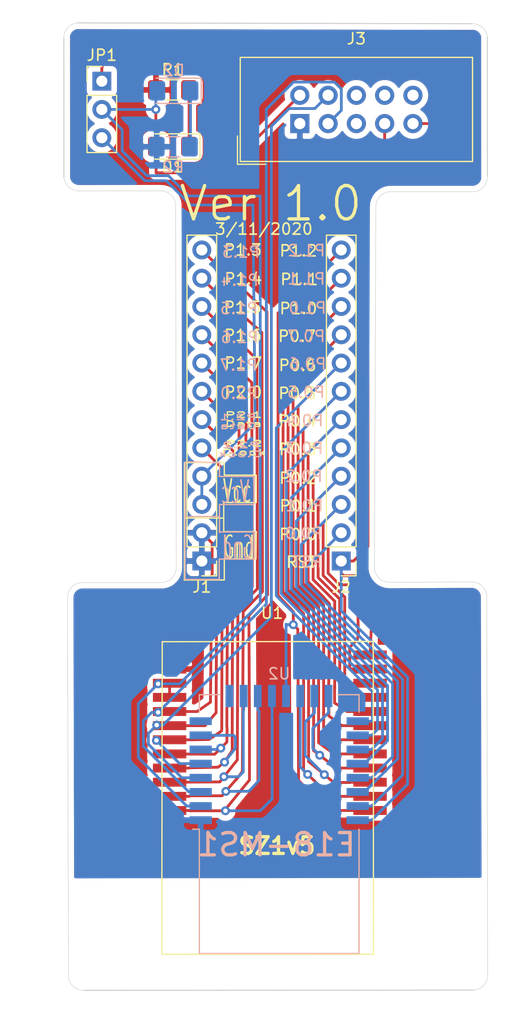
<source format=kicad_pcb>
(kicad_pcb (version 20171130) (host pcbnew "(5.1.5)-3")

  (general
    (thickness 1.6)
    (drawings 99)
    (tracks 383)
    (zones 0)
    (modules 10)
    (nets 33)
  )

  (page A4)
  (layers
    (0 F.Cu signal hide)
    (31 B.Cu signal)
    (32 B.Adhes user)
    (33 F.Adhes user hide)
    (34 B.Paste user)
    (35 F.Paste user hide)
    (36 B.SilkS user)
    (37 F.SilkS user)
    (38 B.Mask user)
    (39 F.Mask user hide)
    (40 Dwgs.User user)
    (41 Cmts.User user)
    (42 Eco1.User user)
    (43 Eco2.User user)
    (44 Edge.Cuts user)
    (45 Margin user)
    (46 B.CrtYd user)
    (47 F.CrtYd user)
    (48 B.Fab user)
    (49 F.Fab user)
  )

  (setup
    (last_trace_width 0.25)
    (trace_clearance 0.2)
    (zone_clearance 0.508)
    (zone_45_only no)
    (trace_min 0.2)
    (via_size 0.8)
    (via_drill 0.4)
    (via_min_size 0.4)
    (via_min_drill 0.3)
    (uvia_size 0.3)
    (uvia_drill 0.1)
    (uvias_allowed no)
    (uvia_min_size 0.2)
    (uvia_min_drill 0.1)
    (edge_width 0.05)
    (segment_width 0.2)
    (pcb_text_width 0.3)
    (pcb_text_size 1.5 1.5)
    (mod_edge_width 0.12)
    (mod_text_size 1 1)
    (mod_text_width 0.15)
    (pad_size 1.524 1.524)
    (pad_drill 0.762)
    (pad_to_mask_clearance 0.051)
    (solder_mask_min_width 0.25)
    (aux_axis_origin 0 0)
    (visible_elements 7FFFFFFF)
    (pcbplotparams
      (layerselection 0x010fc_ffffffff)
      (usegerberextensions false)
      (usegerberattributes false)
      (usegerberadvancedattributes false)
      (creategerberjobfile false)
      (excludeedgelayer true)
      (linewidth 0.100000)
      (plotframeref false)
      (viasonmask false)
      (mode 1)
      (useauxorigin false)
      (hpglpennumber 1)
      (hpglpenspeed 20)
      (hpglpendiameter 15.000000)
      (psnegative false)
      (psa4output false)
      (plotreference true)
      (plotvalue true)
      (plotinvisibletext false)
      (padsonsilk false)
      (subtractmaskfromsilk false)
      (outputformat 1)
      (mirror false)
      (drillshape 0)
      (scaleselection 1)
      (outputdirectory "./Plot/"))
  )

  (net 0 "")
  (net 1 "Net-(D1-Pad1)")
  (net 2 P1.3)
  (net 3 P1.4)
  (net 4 P1.5)
  (net 5 P1.6)
  (net 6 P1.7)
  (net 7 P2.0)
  (net 8 Data\P2.1)
  (net 9 Clock\P2.2)
  (net 10 GND)
  (net 11 RST)
  (net 12 P0.0)
  (net 13 P0.1)
  (net 14 P0.2)
  (net 15 P0.3)
  (net 16 P0.4)
  (net 17 P0.5)
  (net 18 P0.6)
  (net 19 P0.7)
  (net 20 P1.0)
  (net 21 P1.1)
  (net 22 P1.2)
  (net 23 "Net-(J3-Pad5)")
  (net 24 "Net-(J3-Pad6)")
  (net 25 "Net-(J3-Pad8)")
  (net 26 "Net-(J3-Pad9)")
  (net 27 "Net-(J3-Pad10)")
  (net 28 "Net-(U2-Pad9)")
  (net 29 "Net-(U2-Pad8)")
  (net 30 "Net-(J1-Pad3)")
  (net 31 Vcc)
  (net 32 "Net-(D2-Pad1)")

  (net_class Default "This is the default net class."
    (clearance 0.2)
    (trace_width 0.25)
    (via_dia 0.8)
    (via_drill 0.4)
    (uvia_dia 0.3)
    (uvia_drill 0.1)
    (add_net Clock\P2.2)
    (add_net Data\P2.1)
    (add_net GND)
    (add_net "Net-(D1-Pad1)")
    (add_net "Net-(D2-Pad1)")
    (add_net "Net-(J1-Pad3)")
    (add_net "Net-(J3-Pad10)")
    (add_net "Net-(J3-Pad5)")
    (add_net "Net-(J3-Pad6)")
    (add_net "Net-(J3-Pad8)")
    (add_net "Net-(J3-Pad9)")
    (add_net "Net-(U2-Pad8)")
    (add_net "Net-(U2-Pad9)")
    (add_net P0.0)
    (add_net P0.1)
    (add_net P0.2)
    (add_net P0.3)
    (add_net P0.4)
    (add_net P0.5)
    (add_net P0.6)
    (add_net P0.7)
    (add_net P1.0)
    (add_net P1.1)
    (add_net P1.2)
    (add_net P1.3)
    (add_net P1.4)
    (add_net P1.5)
    (add_net P1.6)
    (add_net P1.7)
    (add_net P2.0)
    (add_net RST)
    (add_net Vcc)
  )

  (module LED_SMD:LED_1206_3216Metric_Pad1.42x1.75mm_HandSolder (layer F.Cu) (tedit 5B4B45C9) (tstamp 5E68321B)
    (at -8.89 -32.2326 180)
    (descr "LED SMD 1206 (3216 Metric), square (rectangular) end terminal, IPC_7351 nominal, (Body size source: http://www.tortai-tech.com/upload/download/2011102023233369053.pdf), generated with kicad-footprint-generator")
    (tags "LED handsolder")
    (path /5E69F4E5)
    (attr smd)
    (fp_text reference D1 (at 0 -1.82) (layer F.SilkS)
      (effects (font (size 1 1) (thickness 0.15)))
    )
    (fp_text value LED (at 0 1.82) (layer F.Fab)
      (effects (font (size 1 1) (thickness 0.15)))
    )
    (fp_text user %R (at 0 0) (layer F.Fab)
      (effects (font (size 0.8 0.8) (thickness 0.12)))
    )
    (fp_line (start 2.45 1.12) (end -2.45 1.12) (layer F.CrtYd) (width 0.05))
    (fp_line (start 2.45 -1.12) (end 2.45 1.12) (layer F.CrtYd) (width 0.05))
    (fp_line (start -2.45 -1.12) (end 2.45 -1.12) (layer F.CrtYd) (width 0.05))
    (fp_line (start -2.45 1.12) (end -2.45 -1.12) (layer F.CrtYd) (width 0.05))
    (fp_line (start -2.46 1.135) (end 1.6 1.135) (layer F.SilkS) (width 0.12))
    (fp_line (start -2.46 -1.135) (end -2.46 1.135) (layer F.SilkS) (width 0.12))
    (fp_line (start 1.6 -1.135) (end -2.46 -1.135) (layer F.SilkS) (width 0.12))
    (fp_line (start 1.6 0.8) (end 1.6 -0.8) (layer F.Fab) (width 0.1))
    (fp_line (start -1.6 0.8) (end 1.6 0.8) (layer F.Fab) (width 0.1))
    (fp_line (start -1.6 -0.4) (end -1.6 0.8) (layer F.Fab) (width 0.1))
    (fp_line (start -1.2 -0.8) (end -1.6 -0.4) (layer F.Fab) (width 0.1))
    (fp_line (start 1.6 -0.8) (end -1.2 -0.8) (layer F.Fab) (width 0.1))
    (pad 2 smd roundrect (at 1.4875 0 180) (size 1.425 1.75) (layers F.Cu F.Paste F.Mask) (roundrect_rratio 0.175439)
      (net 31 Vcc))
    (pad 1 smd roundrect (at -1.4875 0 180) (size 1.425 1.75) (layers F.Cu F.Paste F.Mask) (roundrect_rratio 0.175439)
      (net 1 "Net-(D1-Pad1)"))
    (model ${KISYS3DMOD}/LED_SMD.3dshapes/LED_1206_3216Metric.wrl
      (at (xyz 0 0 0))
      (scale (xyz 1 1 1))
      (rotate (xyz 0 0 0))
    )
  )

  (module Resistor_SMD:R_1206_3216Metric_Pad1.42x1.75mm_HandSolder (layer F.Cu) (tedit 5B301BBD) (tstamp 5E6831BE)
    (at -8.89 -37.3126)
    (descr "Resistor SMD 1206 (3216 Metric), square (rectangular) end terminal, IPC_7351 nominal with elongated pad for handsoldering. (Body size source: http://www.tortai-tech.com/upload/download/2011102023233369053.pdf), generated with kicad-footprint-generator")
    (tags "resistor handsolder")
    (path /5E6A16D2)
    (attr smd)
    (fp_text reference R1 (at 0 -1.82) (layer F.SilkS)
      (effects (font (size 1 1) (thickness 0.15)))
    )
    (fp_text value 330 (at 0 1.82) (layer F.Fab)
      (effects (font (size 1 1) (thickness 0.15)))
    )
    (fp_line (start 2.45 1.12) (end -2.45 1.12) (layer F.CrtYd) (width 0.05))
    (fp_line (start 2.45 -1.12) (end 2.45 1.12) (layer F.CrtYd) (width 0.05))
    (fp_line (start -2.45 -1.12) (end 2.45 -1.12) (layer F.CrtYd) (width 0.05))
    (fp_line (start -2.45 1.12) (end -2.45 -1.12) (layer F.CrtYd) (width 0.05))
    (fp_line (start -0.602064 0.91) (end 0.602064 0.91) (layer F.SilkS) (width 0.12))
    (fp_line (start -0.602064 -0.91) (end 0.602064 -0.91) (layer F.SilkS) (width 0.12))
    (fp_line (start 1.6 0.8) (end -1.6 0.8) (layer F.Fab) (width 0.1))
    (fp_line (start 1.6 -0.8) (end 1.6 0.8) (layer F.Fab) (width 0.1))
    (fp_line (start -1.6 -0.8) (end 1.6 -0.8) (layer F.Fab) (width 0.1))
    (fp_line (start -1.6 0.8) (end -1.6 -0.8) (layer F.Fab) (width 0.1))
    (pad 2 smd roundrect (at 1.4875 0) (size 1.425 1.75) (layers F.Cu F.Paste F.Mask) (roundrect_rratio 0.175439)
      (net 1 "Net-(D1-Pad1)"))
    (pad 1 smd roundrect (at -1.4875 0) (size 1.425 1.75) (layers F.Cu F.Paste F.Mask) (roundrect_rratio 0.175439)
      (net 10 GND))
    (model ${KISYS3DMOD}/Resistor_SMD.3dshapes/R_1206_3216Metric.wrl
      (at (xyz 0 0 0))
      (scale (xyz 1 1 1))
      (rotate (xyz 0 0 0))
    )
  )

  (module Connector_PinHeader_2.54mm:PinHeader_1x12_P2.54mm_Vertical (layer F.Cu) (tedit 59FED5CC) (tstamp 5E6719B7)
    (at -6.26 5 180)
    (descr "Through hole straight pin header, 1x12, 2.54mm pitch, single row")
    (tags "Through hole pin header THT 1x12 2.54mm single row")
    (path /5E66FFFB)
    (fp_text reference J1 (at 0 -2.33) (layer F.SilkS)
      (effects (font (size 1 1) (thickness 0.15)))
    )
    (fp_text value Conn_01x12_Male (at 0 30.27) (layer F.Fab)
      (effects (font (size 1 1) (thickness 0.15)))
    )
    (fp_text user %R (at 0 13.97 90) (layer F.Fab)
      (effects (font (size 1 1) (thickness 0.15)))
    )
    (fp_line (start 1.8 -1.8) (end -1.8 -1.8) (layer F.CrtYd) (width 0.05))
    (fp_line (start 1.8 29.75) (end 1.8 -1.8) (layer F.CrtYd) (width 0.05))
    (fp_line (start -1.8 29.75) (end 1.8 29.75) (layer F.CrtYd) (width 0.05))
    (fp_line (start -1.8 -1.8) (end -1.8 29.75) (layer F.CrtYd) (width 0.05))
    (fp_line (start -1.33 -1.33) (end 0 -1.33) (layer F.SilkS) (width 0.12))
    (fp_line (start -1.33 0) (end -1.33 -1.33) (layer F.SilkS) (width 0.12))
    (fp_line (start -1.33 1.27) (end 1.33 1.27) (layer F.SilkS) (width 0.12))
    (fp_line (start 1.33 1.27) (end 1.33 29.27) (layer F.SilkS) (width 0.12))
    (fp_line (start -1.33 1.27) (end -1.33 29.27) (layer F.SilkS) (width 0.12))
    (fp_line (start -1.33 29.27) (end 1.33 29.27) (layer F.SilkS) (width 0.12))
    (fp_line (start -1.27 -0.635) (end -0.635 -1.27) (layer F.Fab) (width 0.1))
    (fp_line (start -1.27 29.21) (end -1.27 -0.635) (layer F.Fab) (width 0.1))
    (fp_line (start 1.27 29.21) (end -1.27 29.21) (layer F.Fab) (width 0.1))
    (fp_line (start 1.27 -1.27) (end 1.27 29.21) (layer F.Fab) (width 0.1))
    (fp_line (start -0.635 -1.27) (end 1.27 -1.27) (layer F.Fab) (width 0.1))
    (pad 12 thru_hole oval (at 0 27.94 180) (size 1.7 1.7) (drill 1) (layers *.Cu *.Mask)
      (net 2 P1.3))
    (pad 11 thru_hole oval (at 0 25.4 180) (size 1.7 1.7) (drill 1) (layers *.Cu *.Mask)
      (net 3 P1.4))
    (pad 10 thru_hole oval (at 0 22.86 180) (size 1.7 1.7) (drill 1) (layers *.Cu *.Mask)
      (net 4 P1.5))
    (pad 9 thru_hole oval (at 0 20.32 180) (size 1.7 1.7) (drill 1) (layers *.Cu *.Mask)
      (net 5 P1.6))
    (pad 8 thru_hole oval (at 0 17.78 180) (size 1.7 1.7) (drill 1) (layers *.Cu *.Mask)
      (net 6 P1.7))
    (pad 7 thru_hole oval (at 0 15.24 180) (size 1.7 1.7) (drill 1) (layers *.Cu *.Mask)
      (net 7 P2.0))
    (pad 6 thru_hole oval (at 0 12.7 180) (size 1.7 1.7) (drill 1) (layers *.Cu *.Mask)
      (net 8 Data\P2.1))
    (pad 5 thru_hole oval (at 0 10.16 180) (size 1.7 1.7) (drill 1) (layers *.Cu *.Mask)
      (net 9 Clock\P2.2))
    (pad 4 thru_hole oval (at 0 7.62 180) (size 1.7 1.7) (drill 1) (layers *.Cu *.Mask)
      (net 30 "Net-(J1-Pad3)"))
    (pad 3 thru_hole oval (at 0 5.08 180) (size 1.7 1.7) (drill 1) (layers *.Cu *.Mask)
      (net 30 "Net-(J1-Pad3)"))
    (pad 2 thru_hole oval (at 0 2.54 180) (size 1.7 1.7) (drill 1) (layers *.Cu *.Mask)
      (net 10 GND))
    (pad 1 thru_hole rect (at 0 0 180) (size 1.7 1.7) (drill 1) (layers *.Cu *.Mask)
      (net 10 GND))
    (model ${KISYS3DMOD}/Connector_PinHeader_2.54mm.3dshapes/PinHeader_1x12_P2.54mm_Vertical.wrl
      (at (xyz 0 0 0))
      (scale (xyz 1 1 1))
      (rotate (xyz 0 0 0))
    )
  )

  (module CustomZigbee:SZ1v5 (layer F.Cu) (tedit 5E678D76) (tstamp 5E6703B9)
    (at 0 26.67)
    (descr ConnectorMicromatch-32)
    (path /5E6964B9)
    (attr smd)
    (fp_text reference U1 (at 0.0508 -16.9926 180) (layer F.SilkS)
      (effects (font (size 1 1) (thickness 0.15)))
    )
    (fp_text value SZ1v5 (at -0.40894 4.29006 180) (layer F.Fab)
      (effects (font (size 1 1) (thickness 0.15)))
    )
    (fp_line (start -6.2484 8.382) (end -9.3472 11.5316) (layer F.CrtYd) (width 0.12))
    (fp_line (start -8.3312 13.0048) (end -3.7592 8.4836) (layer F.CrtYd) (width 0.12))
    (fp_line (start -6.0452 13.1064) (end -1.2192 8.4836) (layer F.CrtYd) (width 0.12))
    (fp_line (start -3.556 12.954) (end 1.3208 8.4836) (layer F.CrtYd) (width 0.12))
    (fp_line (start -1.0668 13.0048) (end 4.0132 8.4328) (layer F.CrtYd) (width 0.12))
    (fp_line (start 1.4224 13.0048) (end 6.6548 8.3312) (layer F.CrtYd) (width 0.12))
    (fp_line (start 3.8608 13.0048) (end 8.5344 9.0424) (layer F.CrtYd) (width 0.12))
    (fp_line (start 6.2992 13.0048) (end 8.5852 11.176) (layer F.CrtYd) (width 0.12))
    (fp_line (start -9.3472 8.4328) (end -9.3472 13.1064) (layer F.CrtYd) (width 0.12))
    (fp_line (start 8.4836 8.4328) (end -9.3472 8.4328) (layer F.CrtYd) (width 0.12))
    (fp_line (start 8.4836 13.1064) (end 8.4836 8.4328) (layer F.CrtYd) (width 0.12))
    (fp_line (start -9.2964 13.1064) (end 8.4836 13.1064) (layer F.CrtYd) (width 0.12))
    (fp_line (start 11.2776 -16.4084) (end -11.5824 -16.4084) (layer F.CrtYd) (width 0.12))
    (fp_line (start 11.2776 15.3416) (end 11.2776 -16.4084) (layer F.CrtYd) (width 0.12))
    (fp_line (start -11.5824 15.3416) (end 11.2776 15.3416) (layer F.CrtYd) (width 0.12))
    (fp_line (start -11.5824 -16.4084) (end -11.5824 15.3416) (layer F.CrtYd) (width 0.12))
    (fp_text user SZ1v5 (at 0.4826 3.9116) (layer F.SilkS)
      (effects (font (size 1.5 1.5) (thickness 0.3)))
    )
    (fp_line (start 9.15416 13.60932) (end 9.13638 -14.4145) (layer F.SilkS) (width 0.12))
    (fp_line (start -9.83996 13.6525) (end 9.20242 13.64996) (layer F.SilkS) (width 0.12))
    (fp_line (start -9.8171 -14.38656) (end -9.8552 13.59662) (layer F.SilkS) (width 0.12))
    (fp_line (start 9.13892 -14.44244) (end -9.81456 -14.42212) (layer F.SilkS) (width 0.12))
    (fp_line (start -10.9024 -15.0784) (end 10.5976 -15.0784) (layer F.CrtYd) (width 0.05))
    (fp_line (start -10.9024 7.6616) (end -10.9024 -15.0784) (layer F.CrtYd) (width 0.05))
    (fp_line (start 10.5976 7.6616) (end -10.9024 7.6616) (layer F.CrtYd) (width 0.05))
    (fp_line (start 10.5976 -15.0784) (end 10.5976 7.6616) (layer F.CrtYd) (width 0.05))
    (pad 12 smd rect (at -9.1524 0.7366 270) (size 0.8 3) (layers F.Cu F.Paste F.Mask)
      (net 2 P1.3))
    (pad 13 smd rect (at 8.8476 0.7366 270) (size 0.8 3) (layers F.Cu F.Paste F.Mask)
      (net 22 P1.2))
    (pad 11 smd rect (at -9.1524 -0.5334 270) (size 0.8 3) (layers F.Cu F.Paste F.Mask)
      (net 3 P1.4))
    (pad 14 smd rect (at 8.8476 -0.5334 270) (size 0.8 3) (layers F.Cu F.Paste F.Mask)
      (net 21 P1.1))
    (pad 10 smd rect (at -9.1524 -1.8034 270) (size 0.8 3) (layers F.Cu F.Paste F.Mask)
      (net 4 P1.5))
    (pad 15 smd rect (at 8.8476 -1.8034 270) (size 0.8 3) (layers F.Cu F.Paste F.Mask)
      (net 20 P1.0))
    (pad 9 smd rect (at -9.1524 -3.0734 270) (size 0.8 3) (layers F.Cu F.Paste F.Mask)
      (net 5 P1.6))
    (pad 16 smd rect (at 8.8476 -3.0734 270) (size 0.8 3) (layers F.Cu F.Paste F.Mask)
      (net 19 P0.7))
    (pad 8 smd rect (at -9.1524 -4.3434 270) (size 0.8 3) (layers F.Cu F.Paste F.Mask)
      (net 6 P1.7))
    (pad 17 smd rect (at 8.8476 -4.3434 270) (size 0.8 3) (layers F.Cu F.Paste F.Mask)
      (net 18 P0.6))
    (pad 7 smd rect (at -9.1524 -5.6134 270) (size 0.8 3) (layers F.Cu F.Paste F.Mask)
      (net 7 P2.0))
    (pad 18 smd rect (at 8.8476 -5.6134 270) (size 0.8 3) (layers F.Cu F.Paste F.Mask)
      (net 17 P0.5))
    (pad 6 smd rect (at -9.1524 -6.8834 270) (size 0.8 3) (layers F.Cu F.Paste F.Mask)
      (net 8 Data\P2.1))
    (pad 19 smd rect (at 8.8476 -6.8834 270) (size 0.8 3) (layers F.Cu F.Paste F.Mask)
      (net 16 P0.4))
    (pad 5 smd rect (at -9.1524 -8.1534 270) (size 0.8 3) (layers F.Cu F.Paste F.Mask)
      (net 9 Clock\P2.2))
    (pad 20 smd rect (at 8.8476 -8.1534 270) (size 0.8 3) (layers F.Cu F.Paste F.Mask)
      (net 15 P0.3))
    (pad 4 smd rect (at -9.1524 -9.4234 270) (size 0.8 3) (layers F.Cu F.Paste F.Mask)
      (net 31 Vcc))
    (pad 21 smd rect (at 8.8476 -9.4234 270) (size 0.8 3) (layers F.Cu F.Paste F.Mask)
      (net 14 P0.2))
    (pad 3 smd rect (at -9.1524 -10.6934 270) (size 0.8 3) (layers F.Cu F.Paste F.Mask)
      (net 31 Vcc))
    (pad 22 smd rect (at 8.8476 -10.6934 270) (size 0.8 3) (layers F.Cu F.Paste F.Mask)
      (net 13 P0.1))
    (pad 2 smd rect (at -9.1524 -11.9634 270) (size 0.8 3) (layers F.Cu F.Paste F.Mask)
      (net 10 GND))
    (pad 23 smd rect (at 8.8476 -11.9634 270) (size 0.8 3) (layers F.Cu F.Paste F.Mask)
      (net 12 P0.0))
    (pad 1 smd rect (at -9.1524 -13.2334 270) (size 0.8 3) (layers F.Cu F.Paste F.Mask)
      (net 10 GND))
    (pad 24 smd rect (at 8.8476 -13.2334 270) (size 0.8 3) (layers F.Cu F.Paste F.Mask)
      (net 11 RST))
  )

  (module Connector_PinHeader_2.54mm:PinHeader_1x12_P2.54mm_Vertical (layer F.Cu) (tedit 59FED5CC) (tstamp 5E67E049)
    (at 6.26 5 180)
    (descr "Through hole straight pin header, 1x12, 2.54mm pitch, single row")
    (tags "Through hole pin header THT 1x12 2.54mm single row")
    (path /5E671F26)
    (fp_text reference J2 (at 0 -2.33) (layer F.SilkS)
      (effects (font (size 1 1) (thickness 0.15)))
    )
    (fp_text value Conn_01x12_Male (at 0 30.27) (layer F.Fab)
      (effects (font (size 1 1) (thickness 0.15)))
    )
    (fp_text user %R (at 0 13.97 90) (layer F.Fab)
      (effects (font (size 1 1) (thickness 0.15)))
    )
    (fp_line (start 1.8 -1.8) (end -1.8 -1.8) (layer F.CrtYd) (width 0.05))
    (fp_line (start 1.8 29.75) (end 1.8 -1.8) (layer F.CrtYd) (width 0.05))
    (fp_line (start -1.8 29.75) (end 1.8 29.75) (layer F.CrtYd) (width 0.05))
    (fp_line (start -1.8 -1.8) (end -1.8 29.75) (layer F.CrtYd) (width 0.05))
    (fp_line (start -1.33 -1.33) (end 0 -1.33) (layer F.SilkS) (width 0.12))
    (fp_line (start -1.33 0) (end -1.33 -1.33) (layer F.SilkS) (width 0.12))
    (fp_line (start -1.33 1.27) (end 1.33 1.27) (layer F.SilkS) (width 0.12))
    (fp_line (start 1.33 1.27) (end 1.33 29.27) (layer F.SilkS) (width 0.12))
    (fp_line (start -1.33 1.27) (end -1.33 29.27) (layer F.SilkS) (width 0.12))
    (fp_line (start -1.33 29.27) (end 1.33 29.27) (layer F.SilkS) (width 0.12))
    (fp_line (start -1.27 -0.635) (end -0.635 -1.27) (layer F.Fab) (width 0.1))
    (fp_line (start -1.27 29.21) (end -1.27 -0.635) (layer F.Fab) (width 0.1))
    (fp_line (start 1.27 29.21) (end -1.27 29.21) (layer F.Fab) (width 0.1))
    (fp_line (start 1.27 -1.27) (end 1.27 29.21) (layer F.Fab) (width 0.1))
    (fp_line (start -0.635 -1.27) (end 1.27 -1.27) (layer F.Fab) (width 0.1))
    (pad 12 thru_hole oval (at 0 27.94 180) (size 1.7 1.7) (drill 1) (layers *.Cu *.Mask)
      (net 22 P1.2))
    (pad 11 thru_hole oval (at 0 25.4 180) (size 1.7 1.7) (drill 1) (layers *.Cu *.Mask)
      (net 21 P1.1))
    (pad 10 thru_hole oval (at 0 22.86 180) (size 1.7 1.7) (drill 1) (layers *.Cu *.Mask)
      (net 20 P1.0))
    (pad 9 thru_hole oval (at 0 20.32 180) (size 1.7 1.7) (drill 1) (layers *.Cu *.Mask)
      (net 19 P0.7))
    (pad 8 thru_hole oval (at 0 17.78 180) (size 1.7 1.7) (drill 1) (layers *.Cu *.Mask)
      (net 18 P0.6))
    (pad 7 thru_hole oval (at 0 15.24 180) (size 1.7 1.7) (drill 1) (layers *.Cu *.Mask)
      (net 17 P0.5))
    (pad 6 thru_hole oval (at 0 12.7 180) (size 1.7 1.7) (drill 1) (layers *.Cu *.Mask)
      (net 16 P0.4))
    (pad 5 thru_hole oval (at 0 10.16 180) (size 1.7 1.7) (drill 1) (layers *.Cu *.Mask)
      (net 15 P0.3))
    (pad 4 thru_hole oval (at 0 7.62 180) (size 1.7 1.7) (drill 1) (layers *.Cu *.Mask)
      (net 14 P0.2))
    (pad 3 thru_hole oval (at 0 5.08 180) (size 1.7 1.7) (drill 1) (layers *.Cu *.Mask)
      (net 13 P0.1))
    (pad 2 thru_hole oval (at 0 2.54 180) (size 1.7 1.7) (drill 1) (layers *.Cu *.Mask)
      (net 12 P0.0))
    (pad 1 thru_hole rect (at 0 0 180) (size 1.7 1.7) (drill 1) (layers *.Cu *.Mask)
      (net 11 RST))
    (model ${KISYS3DMOD}/Connector_PinHeader_2.54mm.3dshapes/PinHeader_1x12_P2.54mm_Vertical.wrl
      (at (xyz 0 0 0))
      (scale (xyz 1 1 1))
      (rotate (xyz 0 0 0))
    )
  )

  (module Connector_IDC:IDC-Header_2x05_P2.54mm_Vertical (layer F.Cu) (tedit 59DE0611) (tstamp 5E672342)
    (at 2.54 -34.29 90)
    (descr "Through hole straight IDC box header, 2x05, 2.54mm pitch, double rows")
    (tags "Through hole IDC box header THT 2x05 2.54mm double row")
    (path /5E67584F)
    (fp_text reference J3 (at 7.62 5.08 180) (layer F.SilkS)
      (effects (font (size 1 1) (thickness 0.15)))
    )
    (fp_text value Conn_02x05_Odd_Even (at -5.08 6.35 180) (layer F.Fab)
      (effects (font (size 1 1) (thickness 0.15)))
    )
    (fp_text user %R (at 7.62 5.08 180) (layer F.Fab)
      (effects (font (size 1 1) (thickness 0.15)))
    )
    (fp_line (start 5.695 -5.1) (end 5.695 15.26) (layer F.Fab) (width 0.1))
    (fp_line (start 5.145 -4.56) (end 5.145 14.7) (layer F.Fab) (width 0.1))
    (fp_line (start -3.155 -5.1) (end -3.155 15.26) (layer F.Fab) (width 0.1))
    (fp_line (start -2.605 -4.56) (end -2.605 2.83) (layer F.Fab) (width 0.1))
    (fp_line (start -2.605 7.33) (end -2.605 14.7) (layer F.Fab) (width 0.1))
    (fp_line (start -2.605 2.83) (end -3.155 2.83) (layer F.Fab) (width 0.1))
    (fp_line (start -2.605 7.33) (end -3.155 7.33) (layer F.Fab) (width 0.1))
    (fp_line (start 5.695 -5.1) (end -3.155 -5.1) (layer F.Fab) (width 0.1))
    (fp_line (start 5.145 -4.56) (end -2.605 -4.56) (layer F.Fab) (width 0.1))
    (fp_line (start 5.695 15.26) (end -3.155 15.26) (layer F.Fab) (width 0.1))
    (fp_line (start 5.145 14.7) (end -2.605 14.7) (layer F.Fab) (width 0.1))
    (fp_line (start 5.695 -5.1) (end 5.145 -4.56) (layer F.Fab) (width 0.1))
    (fp_line (start 5.695 15.26) (end 5.145 14.7) (layer F.Fab) (width 0.1))
    (fp_line (start -3.155 -5.1) (end -2.605 -4.56) (layer F.Fab) (width 0.1))
    (fp_line (start -3.155 15.26) (end -2.605 14.7) (layer F.Fab) (width 0.1))
    (fp_line (start 5.95 -5.35) (end 5.95 15.51) (layer F.CrtYd) (width 0.05))
    (fp_line (start 5.95 15.51) (end -3.41 15.51) (layer F.CrtYd) (width 0.05))
    (fp_line (start -3.41 15.51) (end -3.41 -5.35) (layer F.CrtYd) (width 0.05))
    (fp_line (start -3.41 -5.35) (end 5.95 -5.35) (layer F.CrtYd) (width 0.05))
    (fp_line (start 5.945 -5.35) (end 5.945 15.51) (layer F.SilkS) (width 0.12))
    (fp_line (start 5.945 15.51) (end -3.405 15.51) (layer F.SilkS) (width 0.12))
    (fp_line (start -3.405 15.51) (end -3.405 -5.35) (layer F.SilkS) (width 0.12))
    (fp_line (start -3.405 -5.35) (end 5.945 -5.35) (layer F.SilkS) (width 0.12))
    (fp_line (start -3.655 -5.6) (end -3.655 -3.06) (layer F.SilkS) (width 0.12))
    (fp_line (start -3.655 -5.6) (end -1.115 -5.6) (layer F.SilkS) (width 0.12))
    (pad 1 thru_hole rect (at 0 0 90) (size 1.7272 1.7272) (drill 1.016) (layers *.Cu *.Mask)
      (net 10 GND))
    (pad 2 thru_hole oval (at 2.54 0 90) (size 1.7272 1.7272) (drill 1.016) (layers *.Cu *.Mask)
      (net 31 Vcc))
    (pad 3 thru_hole oval (at 0 2.54 90) (size 1.7272 1.7272) (drill 1.016) (layers *.Cu *.Mask)
      (net 9 Clock\P2.2))
    (pad 4 thru_hole oval (at 2.54 2.54 90) (size 1.7272 1.7272) (drill 1.016) (layers *.Cu *.Mask)
      (net 8 Data\P2.1))
    (pad 5 thru_hole oval (at 0 5.08 90) (size 1.7272 1.7272) (drill 1.016) (layers *.Cu *.Mask)
      (net 23 "Net-(J3-Pad5)"))
    (pad 6 thru_hole oval (at 2.54 5.08 90) (size 1.7272 1.7272) (drill 1.016) (layers *.Cu *.Mask)
      (net 24 "Net-(J3-Pad6)"))
    (pad 7 thru_hole oval (at 0 7.62 90) (size 1.7272 1.7272) (drill 1.016) (layers *.Cu *.Mask)
      (net 11 RST))
    (pad 8 thru_hole oval (at 2.54 7.62 90) (size 1.7272 1.7272) (drill 1.016) (layers *.Cu *.Mask)
      (net 25 "Net-(J3-Pad8)"))
    (pad 9 thru_hole oval (at 0 10.16 90) (size 1.7272 1.7272) (drill 1.016) (layers *.Cu *.Mask)
      (net 26 "Net-(J3-Pad9)"))
    (pad 10 thru_hole oval (at 2.54 10.16 90) (size 1.7272 1.7272) (drill 1.016) (layers *.Cu *.Mask)
      (net 27 "Net-(J3-Pad10)"))
    (model ${KISYS3DMOD}/Connector_IDC.3dshapes/IDC-Header_2x05_P2.54mm_Vertical.wrl
      (at (xyz 0 0 0))
      (scale (xyz 1 1 1))
      (rotate (xyz 0 0 0))
    )
  )

  (module Connector_PinHeader_2.54mm:PinHeader_1x03_P2.54mm_Vertical (layer F.Cu) (tedit 59FED5CC) (tstamp 5E671F5F)
    (at -15.24 -38.1)
    (descr "Through hole straight pin header, 1x03, 2.54mm pitch, single row")
    (tags "Through hole pin header THT 1x03 2.54mm single row")
    (path /5E68925E)
    (fp_text reference JP1 (at 0 -2.33) (layer F.SilkS)
      (effects (font (size 1 1) (thickness 0.15)))
    )
    (fp_text value Jumper_3_Open (at 0 7.41) (layer F.Fab)
      (effects (font (size 1 1) (thickness 0.15)))
    )
    (fp_line (start -0.635 -1.27) (end 1.27 -1.27) (layer F.Fab) (width 0.1))
    (fp_line (start 1.27 -1.27) (end 1.27 6.35) (layer F.Fab) (width 0.1))
    (fp_line (start 1.27 6.35) (end -1.27 6.35) (layer F.Fab) (width 0.1))
    (fp_line (start -1.27 6.35) (end -1.27 -0.635) (layer F.Fab) (width 0.1))
    (fp_line (start -1.27 -0.635) (end -0.635 -1.27) (layer F.Fab) (width 0.1))
    (fp_line (start -1.33 6.41) (end 1.33 6.41) (layer F.SilkS) (width 0.12))
    (fp_line (start -1.33 1.27) (end -1.33 6.41) (layer F.SilkS) (width 0.12))
    (fp_line (start 1.33 1.27) (end 1.33 6.41) (layer F.SilkS) (width 0.12))
    (fp_line (start -1.33 1.27) (end 1.33 1.27) (layer F.SilkS) (width 0.12))
    (fp_line (start -1.33 0) (end -1.33 -1.33) (layer F.SilkS) (width 0.12))
    (fp_line (start -1.33 -1.33) (end 0 -1.33) (layer F.SilkS) (width 0.12))
    (fp_line (start -1.8 -1.8) (end -1.8 6.85) (layer F.CrtYd) (width 0.05))
    (fp_line (start -1.8 6.85) (end 1.8 6.85) (layer F.CrtYd) (width 0.05))
    (fp_line (start 1.8 6.85) (end 1.8 -1.8) (layer F.CrtYd) (width 0.05))
    (fp_line (start 1.8 -1.8) (end -1.8 -1.8) (layer F.CrtYd) (width 0.05))
    (fp_text user %R (at 0 2.54 90) (layer F.Fab)
      (effects (font (size 1 1) (thickness 0.15)))
    )
    (pad 1 thru_hole rect (at 0 0) (size 1.7 1.7) (drill 1) (layers *.Cu *.Mask)
      (net 26 "Net-(J3-Pad9)"))
    (pad 2 thru_hole oval (at 0 2.54) (size 1.7 1.7) (drill 1) (layers *.Cu *.Mask)
      (net 31 Vcc))
    (pad 3 thru_hole oval (at 0 5.08) (size 1.7 1.7) (drill 1) (layers *.Cu *.Mask)
      (net 30 "Net-(J1-Pad3)"))
    (model ${KISYS3DMOD}/Connector_PinHeader_2.54mm.3dshapes/PinHeader_1x03_P2.54mm_Vertical.wrl
      (at (xyz 0 0 0))
      (scale (xyz 1 1 1))
      (rotate (xyz 0 0 0))
    )
  )

  (module RF_Module:E18-MS1-PCB (layer B.Cu) (tedit 5ACF9A19) (tstamp 5E67252C)
    (at 0.6858 28.6258)
    (descr http://www.cdebyte.com/en/downpdf.aspx?id=122)
    (tags Zigbee)
    (path /5E692DB2)
    (attr smd)
    (fp_text reference U2 (at 0 -13.5 180) (layer B.SilkS)
      (effects (font (size 1 1) (thickness 0.15)) (justify mirror))
    )
    (fp_text value E18-MS1-PCB (at 0 12.5 180) (layer B.Fab)
      (effects (font (size 1 1) (thickness 0.15)) (justify mirror))
    )
    (fp_line (start 7.05 -11.5) (end -7.05 -11.5) (layer B.Fab) (width 0.1))
    (fp_line (start -7.05 11.5) (end 7.05 11.5) (layer B.Fab) (width 0.1))
    (fp_line (start 7.05 11.5) (end 7.05 -11.5) (layer B.Fab) (width 0.1))
    (fp_line (start 7.05 6) (end -7.05 6) (layer B.Fab) (width 0.1))
    (fp_text user %R (at 0 -0.1016 180) (layer B.Fab)
      (effects (font (size 1 1) (thickness 0.15)) (justify mirror))
    )
    (fp_line (start -8.3 -12.75) (end -8.3 11.75) (layer B.CrtYd) (width 0.05))
    (fp_line (start -8.3 11.75) (end 8.3 11.75) (layer B.CrtYd) (width 0.05))
    (fp_line (start 8.3 11.75) (end 8.3 -12.75) (layer B.CrtYd) (width 0.05))
    (fp_line (start 8.3 -12.75) (end -8.3 -12.75) (layer B.CrtYd) (width 0.05))
    (fp_line (start -7.17 -11.62) (end -7.17 -10.05) (layer B.SilkS) (width 0.12))
    (fp_line (start -7.17 -11.62) (end -5.28 -11.62) (layer B.SilkS) (width 0.12))
    (fp_line (start 5.28 -11.62) (end 7.17 -11.62) (layer B.SilkS) (width 0.12))
    (fp_line (start 7.17 -11.62) (end 7.17 -10.05) (layer B.SilkS) (width 0.12))
    (fp_line (start 7.17 0.46) (end 7.17 11.62) (layer B.SilkS) (width 0.12))
    (fp_line (start 7.17 11.62) (end -7.17 11.62) (layer B.SilkS) (width 0.12))
    (fp_line (start -7.17 11.62) (end -7.17 0.46) (layer B.SilkS) (width 0.12))
    (fp_line (start -7.05 6) (end -7.05 11.5) (layer Dwgs.User) (width 0.1))
    (fp_line (start -7.05 11.5) (end 7.05 11.5) (layer Dwgs.User) (width 0.1))
    (fp_line (start 7.05 11.5) (end 7.05 6) (layer Dwgs.User) (width 0.1))
    (fp_line (start 7.05 6) (end -7.05 6) (layer Dwgs.User) (width 0.1))
    (fp_line (start -6 6) (end -7.05 7.05) (layer Dwgs.User) (width 0.1))
    (fp_line (start -5 6) (end -7.05 8.05) (layer Dwgs.User) (width 0.1))
    (fp_line (start -4 6) (end -7.05 9.05) (layer Dwgs.User) (width 0.1))
    (fp_line (start -3 6) (end -7.05 10.05) (layer Dwgs.User) (width 0.1))
    (fp_line (start -2 6) (end -7.05 11.05) (layer Dwgs.User) (width 0.1))
    (fp_line (start -1 6) (end -6.5 11.5) (layer Dwgs.User) (width 0.1))
    (fp_line (start 0 6) (end -5.5 11.5) (layer Dwgs.User) (width 0.1))
    (fp_line (start 1 6) (end -4.5 11.5) (layer Dwgs.User) (width 0.1))
    (fp_line (start 2 6) (end -3.5 11.5) (layer Dwgs.User) (width 0.1))
    (fp_line (start 3 6) (end -2.5 11.5) (layer Dwgs.User) (width 0.1))
    (fp_line (start 4 6) (end -1.5 11.5) (layer Dwgs.User) (width 0.1))
    (fp_line (start 5 6) (end -0.5 11.5) (layer Dwgs.User) (width 0.1))
    (fp_line (start 6 6) (end 0.5 11.5) (layer Dwgs.User) (width 0.1))
    (fp_line (start 7 6) (end 1.5 11.5) (layer Dwgs.User) (width 0.1))
    (fp_line (start 2.5 11.5) (end 7.05 6.95) (layer Dwgs.User) (width 0.1))
    (fp_line (start 7.05 7.95) (end 3.5 11.5) (layer Dwgs.User) (width 0.1))
    (fp_line (start 4.5 11.5) (end 7.05 8.95) (layer Dwgs.User) (width 0.1))
    (fp_line (start 7.05 9.95) (end 5.5 11.5) (layer Dwgs.User) (width 0.1))
    (fp_line (start 6.5 11.5) (end 7.05 10.95) (layer Dwgs.User) (width 0.1))
    (fp_text user "KEEP-OUT ZONE" (at 0 10 180) (layer Cmts.User)
      (effects (font (size 1 1) (thickness 0.15)))
    )
    (fp_text user "No metal, traces, or components" (at 0 8 180) (layer Cmts.User)
      (effects (font (size 0.4 0.4) (thickness 0.06)))
    )
    (fp_text user "on any PCB layer." (at 0 7 180) (layer Cmts.User)
      (effects (font (size 0.4 0.4) (thickness 0.06)))
    )
    (fp_line (start -7.17 0.46) (end -7.77 0.46) (layer B.SilkS) (width 0.12))
    (fp_line (start -7.05 0) (end -6.7 -0.35) (layer B.Fab) (width 0.1))
    (fp_line (start -6.7 -0.35) (end -7.05 -0.7) (layer B.Fab) (width 0.1))
    (fp_line (start -7.05 11.5) (end -7.05 0) (layer B.Fab) (width 0.1))
    (fp_line (start -7.05 -0.7) (end -7.05 -11.5) (layer B.Fab) (width 0.1))
    (pad 17 smd rect (at 7.05 -9.24 270) (size 0.7 2) (layers B.Cu B.Paste B.Mask)
      (net 18 P0.6))
    (pad 18 smd rect (at 7.05 -7.97 270) (size 0.7 2) (layers B.Cu B.Paste B.Mask)
      (net 17 P0.5))
    (pad 19 smd rect (at 7.05 -6.7 270) (size 0.7 2) (layers B.Cu B.Paste B.Mask)
      (net 16 P0.4))
    (pad 20 smd rect (at 7.05 -5.43 270) (size 0.7 2) (layers B.Cu B.Paste B.Mask)
      (net 15 P0.3))
    (pad 21 smd rect (at 7.05 -4.16 270) (size 0.7 2) (layers B.Cu B.Paste B.Mask)
      (net 14 P0.2))
    (pad 22 smd rect (at 7.05 -2.89 270) (size 0.7 2) (layers B.Cu B.Paste B.Mask)
      (net 13 P0.1))
    (pad 23 smd rect (at 7.05 -1.62 270) (size 0.7 2) (layers B.Cu B.Paste B.Mask)
      (net 12 P0.0))
    (pad 24 smd rect (at 7.05 -0.35 270) (size 0.7 2) (layers B.Cu B.Paste B.Mask)
      (net 11 RST))
    (pad 9 smd rect (at -4.46 -11.5 180) (size 0.7 2) (layers B.Cu B.Paste B.Mask)
      (net 28 "Net-(U2-Pad9)"))
    (pad 10 smd rect (at -3.19 -11.5 180) (size 0.7 2) (layers B.Cu B.Paste B.Mask)
      (net 4 P1.5))
    (pad 11 smd rect (at -1.92 -11.5 180) (size 0.7 2) (layers B.Cu B.Paste B.Mask)
      (net 3 P1.4))
    (pad 12 smd rect (at -0.65 -11.5 180) (size 0.7 2) (layers B.Cu B.Paste B.Mask)
      (net 2 P1.3))
    (pad 13 smd rect (at 0.62 -11.5 180) (size 0.7 2) (layers B.Cu B.Paste B.Mask)
      (net 22 P1.2))
    (pad 14 smd rect (at 1.89 -11.5 180) (size 0.7 2) (layers B.Cu B.Paste B.Mask)
      (net 21 P1.1))
    (pad 15 smd rect (at 3.16 -11.5 180) (size 0.7 2) (layers B.Cu B.Paste B.Mask)
      (net 20 P1.0))
    (pad 16 smd rect (at 4.43 -11.5 180) (size 0.7 2) (layers B.Cu B.Paste B.Mask)
      (net 19 P0.7))
    (pad 1 smd rect (at -7.05 -0.35 90) (size 0.7 2) (layers B.Cu B.Paste B.Mask)
      (net 10 GND))
    (pad 2 smd rect (at -7.05 -1.62 90) (size 0.7 2) (layers B.Cu B.Paste B.Mask)
      (net 31 Vcc))
    (pad 3 smd rect (at -7.05 -2.89 90) (size 0.7 2) (layers B.Cu B.Paste B.Mask)
      (net 9 Clock\P2.2))
    (pad 4 smd rect (at -7.05 -4.16 90) (size 0.7 2) (layers B.Cu B.Paste B.Mask)
      (net 8 Data\P2.1))
    (pad 5 smd rect (at -7.05 -5.43 90) (size 0.7 2) (layers B.Cu B.Paste B.Mask)
      (net 7 P2.0))
    (pad 6 smd rect (at -7.05 -6.7 90) (size 0.7 2) (layers B.Cu B.Paste B.Mask)
      (net 6 P1.7))
    (pad 7 smd rect (at -7.05 -7.97 90) (size 0.7 2) (layers B.Cu B.Paste B.Mask)
      (net 5 P1.6))
    (pad 8 smd rect (at -7.05 -9.24 90) (size 0.7 2) (layers B.Cu B.Paste B.Mask)
      (net 29 "Net-(U2-Pad8)"))
    (model ${KISYS3DMOD}/RF_Module.3dshapes/E18-MS1-PCB.wrl
      (at (xyz 0 0 0))
      (scale (xyz 1 1 1))
      (rotate (xyz 0 0 0))
    )
  )

  (module LED_SMD:LED_1206_3216Metric_Pad1.42x1.75mm_HandSolder (layer B.Cu) (tedit 5B4B45C9) (tstamp 5E683617)
    (at -8.768401 -37.235199 180)
    (descr "LED SMD 1206 (3216 Metric), square (rectangular) end terminal, IPC_7351 nominal, (Body size source: http://www.tortai-tech.com/upload/download/2011102023233369053.pdf), generated with kicad-footprint-generator")
    (tags "LED handsolder")
    (path /5E73B29B)
    (attr smd)
    (fp_text reference D2 (at 0 1.82) (layer B.SilkS)
      (effects (font (size 1 1) (thickness 0.15)) (justify mirror))
    )
    (fp_text value LED (at 0 -1.82) (layer B.Fab)
      (effects (font (size 1 1) (thickness 0.15)) (justify mirror))
    )
    (fp_line (start 1.6 0.8) (end -1.2 0.8) (layer B.Fab) (width 0.1))
    (fp_line (start -1.2 0.8) (end -1.6 0.4) (layer B.Fab) (width 0.1))
    (fp_line (start -1.6 0.4) (end -1.6 -0.8) (layer B.Fab) (width 0.1))
    (fp_line (start -1.6 -0.8) (end 1.6 -0.8) (layer B.Fab) (width 0.1))
    (fp_line (start 1.6 -0.8) (end 1.6 0.8) (layer B.Fab) (width 0.1))
    (fp_line (start 1.6 1.135) (end -2.46 1.135) (layer B.SilkS) (width 0.12))
    (fp_line (start -2.46 1.135) (end -2.46 -1.135) (layer B.SilkS) (width 0.12))
    (fp_line (start -2.46 -1.135) (end 1.6 -1.135) (layer B.SilkS) (width 0.12))
    (fp_line (start -2.45 -1.12) (end -2.45 1.12) (layer B.CrtYd) (width 0.05))
    (fp_line (start -2.45 1.12) (end 2.45 1.12) (layer B.CrtYd) (width 0.05))
    (fp_line (start 2.45 1.12) (end 2.45 -1.12) (layer B.CrtYd) (width 0.05))
    (fp_line (start 2.45 -1.12) (end -2.45 -1.12) (layer B.CrtYd) (width 0.05))
    (fp_text user %R (at 0 0) (layer B.Fab)
      (effects (font (size 0.8 0.8) (thickness 0.12)) (justify mirror))
    )
    (pad 1 smd roundrect (at -1.4875 0 180) (size 1.425 1.75) (layers B.Cu B.Paste B.Mask) (roundrect_rratio 0.175439)
      (net 32 "Net-(D2-Pad1)"))
    (pad 2 smd roundrect (at 1.4875 0 180) (size 1.425 1.75) (layers B.Cu B.Paste B.Mask) (roundrect_rratio 0.175439)
      (net 31 Vcc))
    (model ${KISYS3DMOD}/LED_SMD.3dshapes/LED_1206_3216Metric.wrl
      (at (xyz 0 0 0))
      (scale (xyz 1 1 1))
      (rotate (xyz 0 0 0))
    )
  )

  (module Resistor_SMD:R_1206_3216Metric_Pad1.42x1.75mm_HandSolder (layer B.Cu) (tedit 5B301BBD) (tstamp 5E683628)
    (at -8.8249 -32.2072)
    (descr "Resistor SMD 1206 (3216 Metric), square (rectangular) end terminal, IPC_7351 nominal with elongated pad for handsoldering. (Body size source: http://www.tortai-tech.com/upload/download/2011102023233369053.pdf), generated with kicad-footprint-generator")
    (tags "resistor handsolder")
    (path /5E73B295)
    (attr smd)
    (fp_text reference R2 (at 0 1.82) (layer B.SilkS)
      (effects (font (size 1 1) (thickness 0.15)) (justify mirror))
    )
    (fp_text value 330 (at 0 -1.82) (layer B.Fab)
      (effects (font (size 1 1) (thickness 0.15)) (justify mirror))
    )
    (fp_line (start -1.6 -0.8) (end -1.6 0.8) (layer B.Fab) (width 0.1))
    (fp_line (start -1.6 0.8) (end 1.6 0.8) (layer B.Fab) (width 0.1))
    (fp_line (start 1.6 0.8) (end 1.6 -0.8) (layer B.Fab) (width 0.1))
    (fp_line (start 1.6 -0.8) (end -1.6 -0.8) (layer B.Fab) (width 0.1))
    (fp_line (start -0.602064 0.91) (end 0.602064 0.91) (layer B.SilkS) (width 0.12))
    (fp_line (start -0.602064 -0.91) (end 0.602064 -0.91) (layer B.SilkS) (width 0.12))
    (fp_line (start -2.45 -1.12) (end -2.45 1.12) (layer B.CrtYd) (width 0.05))
    (fp_line (start -2.45 1.12) (end 2.45 1.12) (layer B.CrtYd) (width 0.05))
    (fp_line (start 2.45 1.12) (end 2.45 -1.12) (layer B.CrtYd) (width 0.05))
    (fp_line (start 2.45 -1.12) (end -2.45 -1.12) (layer B.CrtYd) (width 0.05))
    (fp_text user %R (at 0 0) (layer B.Fab)
      (effects (font (size 0.8 0.8) (thickness 0.12)) (justify mirror))
    )
    (pad 1 smd roundrect (at -1.4875 0) (size 1.425 1.75) (layers B.Cu B.Paste B.Mask) (roundrect_rratio 0.175439)
      (net 10 GND))
    (pad 2 smd roundrect (at 1.4875 0) (size 1.425 1.75) (layers B.Cu B.Paste B.Mask) (roundrect_rratio 0.175439)
      (net 32 "Net-(D2-Pad1)"))
    (model ${KISYS3DMOD}/Resistor_SMD.3dshapes/R_1206_3216Metric.wrl
      (at (xyz 0 0 0))
      (scale (xyz 1 1 1))
      (rotate (xyz 0 0 0))
    )
  )

  (gr_text E18-MS1 (at 0.4318 30.48) (layer B.SilkS)
    (effects (font (size 2 2) (thickness 0.3)) (justify mirror))
  )
  (gr_text 3/11/2020 (at -0.6858 -24.8158) (layer F.SilkS)
    (effects (font (size 1 1) (thickness 0.15)))
  )
  (gr_text "Ver 1.0" (at -0.0762 -27.1018) (layer F.SilkS)
    (effects (font (size 3 3) (thickness 0.3)))
  )
  (gr_line (start -4.3942 1.143) (end -7.7978 1.143) (layer F.SilkS) (width 0.12))
  (gr_line (start -4.2672 -3.8354) (end -7.8232 -3.8354) (layer F.SilkS) (width 0.12))
  (gr_line (start -4.2418 -2.7178) (end -4.2418 -3.7846) (layer F.SilkS) (width 0.12))
  (gr_line (start -1.3716 -2.7178) (end -4.2418 -2.7178) (layer F.SilkS) (width 0.12))
  (gr_line (start -1.3716 -0.254) (end -1.3716 -2.7178) (layer F.SilkS) (width 0.12))
  (gr_line (start -4.2672 -0.254) (end -1.3716 -0.254) (layer F.SilkS) (width 0.12))
  (gr_line (start -4.2926 2.3622) (end -4.2926 -0.2286) (layer F.SilkS) (width 0.12))
  (gr_line (start -1.3462 2.3622) (end -4.2926 2.3622) (layer F.SilkS) (width 0.12))
  (gr_line (start -1.397 4.826) (end -1.3716 2.4384) (layer F.SilkS) (width 0.12))
  (gr_line (start -4.2164 4.8006) (end -1.397 4.8006) (layer F.SilkS) (width 0.12))
  (gr_line (start -4.2418 6.7056) (end -4.2418 4.7752) (layer F.SilkS) (width 0.12))
  (gr_line (start -7.8486 6.7056) (end -4.2418 6.7056) (layer F.SilkS) (width 0.12))
  (gr_line (start -7.8232 -3.7592) (end -7.8232 6.731) (layer F.SilkS) (width 0.12))
  (gr_line (start -7.7724 6.6802) (end -7.7724 0.9906) (layer B.SilkS) (width 0.12))
  (gr_line (start -4.6736 6.6548) (end -7.747 6.6548) (layer B.SilkS) (width 0.12))
  (gr_line (start -4.699 4.9022) (end -4.699 6.604) (layer B.SilkS) (width 0.12))
  (gr_line (start -1.524 4.826) (end -4.699 4.826) (layer B.SilkS) (width 0.12))
  (gr_line (start -1.524 2.3876) (end -1.524 4.826) (layer B.SilkS) (width 0.12))
  (gr_line (start -4.6482 2.3876) (end -1.524 2.3876) (layer B.SilkS) (width 0.12))
  (gr_line (start -4.6736 1.016) (end -4.6736 2.4384) (layer B.SilkS) (width 0.12))
  (gr_line (start -7.747 1.016) (end -7.747 -3.81) (layer B.SilkS) (width 0.12))
  (gr_line (start -4.6736 0.9906) (end -7.747 1.016) (layer B.SilkS) (width 0.12))
  (gr_line (start -4.6736 -0.0508) (end -4.6736 1.1176) (layer B.SilkS) (width 0.12))
  (gr_line (start -1.5748 -0.0762) (end -4.6736 -0.0762) (layer B.SilkS) (width 0.12))
  (gr_line (start -1.524 -2.5908) (end -1.5748 -0.0762) (layer B.SilkS) (width 0.12))
  (gr_line (start -4.699 -2.5908) (end -1.524 -2.5908) (layer B.SilkS) (width 0.12))
  (gr_line (start -4.6736 -3.8354) (end -4.6736 -2.5908) (layer B.SilkS) (width 0.12))
  (gr_line (start -7.6962 -3.9116) (end -4.6736 -3.8354) (layer B.SilkS) (width 0.12))
  (gr_text Gnd (at -3.0226 3.7592) (layer B.SilkS)
    (effects (font (size 2 1) (thickness 0.15)) (justify mirror))
  )
  (gr_text Vcc (at -3.2766 -1.1938) (layer B.SilkS)
    (effects (font (size 2 1) (thickness 0.15)) (justify mirror))
  )
  (gr_text "P2.2\nClock" (at -2.7432 -5.0038) (layer B.SilkS)
    (effects (font (size 0.5 1) (thickness 0.125)) (justify mirror))
  )
  (gr_text "P2.1\nData" (at -2.9972 -7.5184) (layer B.SilkS)
    (effects (font (size 0.5 1) (thickness 0.125)) (justify mirror))
  )
  (gr_text RST (at 3.2004 5.08) (layer B.SilkS)
    (effects (font (size 1 1) (thickness 0.15)) (justify mirror))
  )
  (gr_text P0.0 (at 2.8702 2.5146) (layer B.SilkS)
    (effects (font (size 1 1) (thickness 0.15)) (justify mirror))
  )
  (gr_text P0.1 (at 2.9464 0.0254) (layer B.SilkS)
    (effects (font (size 1 1) (thickness 0.15)) (justify mirror))
  )
  (gr_text P0.2 (at 2.8956 -2.6162) (layer B.SilkS)
    (effects (font (size 1 1) (thickness 0.15)) (justify mirror))
  )
  (gr_text P0.3 (at 2.9464 -5.1308) (layer B.SilkS)
    (effects (font (size 1 1) (thickness 0.15)) (justify mirror))
  )
  (gr_text P2.0 (at -2.921 -10.0584) (layer B.SilkS)
    (effects (font (size 1 1) (thickness 0.15)) (justify mirror))
  )
  (gr_text P1.7 (at -2.9464 -12.5984) (layer B.SilkS)
    (effects (font (size 1 1) (thickness 0.15)) (justify mirror))
  )
  (gr_text P1.6 (at -2.8702 -15.0876) (layer B.SilkS)
    (effects (font (size 1 1) (thickness 0.15)) (justify mirror))
  )
  (gr_text P1.5 (at -2.921 -17.6784) (layer B.SilkS)
    (effects (font (size 1 1) (thickness 0.15)) (justify mirror))
  )
  (gr_text P1.4 (at -2.8448 -20.2184) (layer B.SilkS)
    (effects (font (size 1 1) (thickness 0.15)) (justify mirror))
  )
  (gr_text P1.3 (at -2.7432 -22.7584) (layer B.SilkS)
    (effects (font (size 1 1) (thickness 0.15)) (justify mirror))
  )
  (gr_text P0.4 (at 2.9718 -7.62) (layer B.SilkS)
    (effects (font (size 1 1) (thickness 0.15)) (justify mirror))
  )
  (gr_text P0.5 (at 3.0988 -10.16) (layer B.SilkS)
    (effects (font (size 1 1) (thickness 0.15)) (justify mirror))
  )
  (gr_text P0.6 (at 3.2258 -12.7) (layer B.SilkS)
    (effects (font (size 1 1) (thickness 0.15)) (justify mirror))
  )
  (gr_text P0.7 (at 3.1242 -15.1892) (layer B.SilkS)
    (effects (font (size 1 1) (thickness 0.15)) (justify mirror))
  )
  (gr_text P1.0 (at 3.2258 -17.7292) (layer B.SilkS)
    (effects (font (size 1 1) (thickness 0.15)) (justify mirror))
  )
  (gr_text P1.1 (at 3.1242 -20.3454) (layer B.SilkS)
    (effects (font (size 1 1) (thickness 0.15)) (justify mirror))
  )
  (gr_text P1.2 (at 3.1242 -22.8854) (layer B.SilkS)
    (effects (font (size 1 1) (thickness 0.15)) (justify mirror))
  )
  (gr_text RST (at 2.667 5.1054) (layer F.SilkS)
    (effects (font (size 1 1) (thickness 0.15)))
  )
  (gr_text P0.0 (at 2.3876 2.6162) (layer F.SilkS)
    (effects (font (size 1 1) (thickness 0.15)))
  )
  (gr_text P0.1 (at 2.413 0.0508) (layer F.SilkS)
    (effects (font (size 1 1) (thickness 0.15)))
  )
  (gr_text P0.2 (at 2.3876 -2.4384) (layer F.SilkS)
    (effects (font (size 1 1) (thickness 0.15)))
  )
  (gr_text P0.3 (at 2.3622 -5.0292) (layer F.SilkS)
    (effects (font (size 1 1) (thickness 0.15)))
  )
  (gr_text P0.4 (at 2.3368 -7.5692) (layer F.SilkS)
    (effects (font (size 1 1) (thickness 0.15)))
  )
  (gr_text Gnd (at -2.921 3.7592) (layer F.SilkS)
    (effects (font (size 2 1) (thickness 0.15)))
  )
  (gr_text Vcc (at -3.0734 -1.2954) (layer F.SilkS)
    (effects (font (size 2 1) (thickness 0.15)))
  )
  (gr_text "P2.2\nClock" (at -2.4892 -5.1562) (layer F.SilkS) (tstamp 5E682DBD)
    (effects (font (size 0.5 1) (thickness 0.125)))
  )
  (gr_text "P2.1\nData" (at -2.5146 -7.7216) (layer F.SilkS)
    (effects (font (size 0.5 1) (thickness 0.125)))
  )
  (gr_text P0.5 (at 2.3114 -10.0584) (layer F.SilkS)
    (effects (font (size 1 1) (thickness 0.15)))
  )
  (gr_text P0.6 (at 2.3368 -12.573) (layer F.SilkS)
    (effects (font (size 1 1) (thickness 0.15)))
  )
  (gr_text P0.7 (at 2.286 -15.1892) (layer F.SilkS)
    (effects (font (size 1 1) (thickness 0.15)))
  )
  (gr_text P1.0 (at 2.413 -17.6784) (layer F.SilkS)
    (effects (font (size 1 1) (thickness 0.15)))
  )
  (gr_text P1.1 (at 2.4892 -20.2946) (layer F.SilkS)
    (effects (font (size 1 1) (thickness 0.15)))
  )
  (gr_text P1.2 (at 2.413 -22.86) (layer F.SilkS)
    (effects (font (size 1 1) (thickness 0.15)))
  )
  (gr_text P2.0 (at -2.54 -10.16) (layer F.SilkS)
    (effects (font (size 1 1) (thickness 0.15)))
  )
  (gr_text P1.7 (at -2.54 -12.7762) (layer F.SilkS)
    (effects (font (size 1 1) (thickness 0.15)))
  )
  (gr_text P1.6 (at -2.5654 -15.2654) (layer F.SilkS)
    (effects (font (size 1 1) (thickness 0.15)))
  )
  (gr_text P1.5 (at -2.5908 -17.78) (layer F.SilkS)
    (effects (font (size 1 1) (thickness 0.15)))
  )
  (gr_text P1.4 (at -2.54 -20.3454) (layer F.SilkS)
    (effects (font (size 1 1) (thickness 0.15)))
  )
  (gr_text P1.3 (at -2.5654 -22.9362) (layer F.SilkS)
    (effects (font (size 1 1) (thickness 0.15)))
  )
  (gr_arc (start 18.0594 42.1894) (end 18.1864 43.5356) (angle -86.73219435) (layer Edge.Cuts) (width 0.05) (tstamp 5E68225C))
  (gr_arc (start -17.2974 -41.9862) (end -17.4244 -43.3324) (angle -86.73219435) (layer Edge.Cuts) (width 0.05) (tstamp 5E68225C))
  (gr_arc (start -17.2974 -29.591) (end -18.6436 -29.464) (angle -86.73219435) (layer Edge.Cuts) (width 0.05) (tstamp 5E68225C))
  (gr_arc (start -9.9568 -26.8986) (end -8.6106 -27.0256) (angle -86.73219435) (layer Edge.Cuts) (width 0.05) (tstamp 5E68225C))
  (gr_arc (start -9.906 5.588) (end -9.779 6.9342) (angle -86.73219435) (layer Edge.Cuts) (width 0.05) (tstamp 5E68225C))
  (gr_arc (start -16.9672 8.2804) (end -17.0942 6.9342) (angle -86.73219435) (layer Edge.Cuts) (width 0.05) (tstamp 5E68225C))
  (gr_arc (start -16.891 42.2148) (end -18.2372 42.3418) (angle -86.73219435) (layer Edge.Cuts) (width 0.05) (tstamp 5E68225C))
  (gr_arc (start 17.9832 8.2296) (end 19.3294 8.1026) (angle -86.73219435) (layer Edge.Cuts) (width 0.05) (tstamp 5E68225C))
  (gr_arc (start 10.5918 5.5626) (end 9.2456 5.6896) (angle -86.73219435) (layer Edge.Cuts) (width 0.05) (tstamp 5E68225C))
  (gr_arc (start 10.7188 -26.8224) (end 10.5918 -28.1686) (angle -86.73219435) (layer Edge.Cuts) (width 0.05) (tstamp 5E68225C))
  (gr_arc (start 18.034 -29.5148) (end 18.161 -28.1686) (angle -86.73219435) (layer Edge.Cuts) (width 0.05) (tstamp 5E68225C))
  (gr_arc (start 18.034 -41.91) (end 19.3802 -42.037) (angle -86.73219435) (layer Edge.Cuts) (width 0.05))
  (gr_line (start 19.3294 8.1026) (end 19.41065 42.139344) (layer Edge.Cuts) (width 0.05))
  (gr_line (start 10.641856 6.91385) (end 17.933144 6.87835) (layer Edge.Cuts) (width 0.05))
  (gr_line (start 9.36755 -26.772344) (end 9.2456 5.6896) (layer Edge.Cuts) (width 0.05))
  (gr_line (start 18.161 -28.1686) (end 10.5918 -28.1686) (layer Edge.Cuts) (width 0.05))
  (gr_line (start -18.2372 42.3418) (end -18.31845 8.330456) (layer Edge.Cuts) (width 0.05))
  (gr_line (start -9.779 6.9342) (end -17.0942 6.9342) (layer Edge.Cuts) (width 0.05))
  (gr_line (start -8.6106 -27.0256) (end -8.55475 5.537944) (layer Edge.Cuts) (width 0.05))
  (gr_line (start -17.247344 -28.23975) (end -10.006856 -28.24985) (layer Edge.Cuts) (width 0.05))
  (gr_line (start -17.4244 -43.3324) (end 17.983944 -43.26125) (layer Edge.Cuts) (width 0.1))
  (gr_line (start -18.6436 -29.464) (end -18.64865 -41.936144) (layer Edge.Cuts) (width 0.1))
  (gr_line (start 18.1864 43.5356) (end -16.840944 43.56605) (layer Edge.Cuts) (width 0.1))
  (gr_line (start 19.3802 -42.037) (end 19.38525 -29.564856) (layer Edge.Cuts) (width 0.1))

  (segment (start -7.4025 -37.3126) (end -7.4025 -36.4376) (width 0.25) (layer F.Cu) (net 1) (status 10))
  (segment (start -7.4025 -36.4376) (end -7.4025 -32.2326) (width 0.25) (layer F.Cu) (net 1) (status 20))
  (segment (start -5.410001 -22.090001) (end -6.26 -22.94) (width 0.25) (layer F.Cu) (net 2) (status 20))
  (segment (start -0.4064 -17.3736) (end -5.410001 -22.090001) (width 0.25) (layer F.Cu) (net 2))
  (segment (start -0.3556 8.0264) (end -0.4064 -17.3736) (width 0.25) (layer F.Cu) (net 2))
  (segment (start -7.4024 27.4066) (end -7.377 27.432) (width 0.25) (layer F.Cu) (net 2))
  (segment (start -1.9812 20.531878) (end -2.032 9.906) (width 0.25) (layer F.Cu) (net 2))
  (segment (start -9.1524 27.4066) (end -7.4024 27.4066) (width 0.25) (layer F.Cu) (net 2) (status 10))
  (segment (start -2.032 9.906) (end -0.3556 8.0264) (width 0.25) (layer F.Cu) (net 2))
  (segment (start -7.377 27.432) (end -4.2418 27.432) (width 0.25) (layer F.Cu) (net 2))
  (segment (start -1.9812 24.6634) (end -1.9812 20.531878) (width 0.25) (layer F.Cu) (net 2))
  (segment (start -4.2418 27.432) (end -1.9812 24.6634) (width 0.25) (layer F.Cu) (net 2))
  (segment (start 0.0358 18.3758) (end 0.0508 18.3908) (width 0.25) (layer B.Cu) (net 2))
  (segment (start 0.0358 17.1258) (end 0.0358 18.3758) (width 0.25) (layer B.Cu) (net 2) (status 10))
  (segment (start 0.0508 18.3908) (end 0.0508 26.3652) (width 0.25) (layer B.Cu) (net 2) (tstamp 5E68DABF))
  (segment (start 0.0508 26.3652) (end -1.016 27.432) (width 0.25) (layer B.Cu) (net 2))
  (segment (start -1.016 27.432) (end -4.1402 27.432) (width 0.25) (layer B.Cu) (net 2))
  (via (at -4.1402 27.432) (size 0.8) (drill 0.4) (layers F.Cu B.Cu) (net 2))
  (segment (start -3.175 24.638) (end -2.6162 23.9014) (width 0.25) (layer F.Cu) (net 3))
  (segment (start -4.104673 25.689527) (end -2.5908 23.9268) (width 0.25) (layer F.Cu) (net 3) (tstamp 5E682628))
  (segment (start -2.6162 23.9014) (end -2.54 9.5504) (width 0.25) (layer F.Cu) (net 3))
  (segment (start -2.5908 23.9268) (end -3.175 24.638) (width 0.25) (layer F.Cu) (net 3))
  (segment (start -4.445 26.0858) (end -4.104673 25.689527) (width 0.25) (layer F.Cu) (net 3))
  (segment (start -2.54 9.5504) (end -0.8128 7.747) (width 0.25) (layer F.Cu) (net 3))
  (segment (start -0.8128 7.747) (end -0.8636 -15.5194) (width 0.25) (layer F.Cu) (net 3))
  (segment (start -7.3516 26.0858) (end -4.445 26.0858) (width 0.25) (layer F.Cu) (net 3))
  (via (at -4.104673 25.689527) (size 0.8) (drill 0.4) (layers F.Cu B.Cu) (net 3))
  (segment (start -7.4024 26.1366) (end -7.3516 26.0858) (width 0.25) (layer F.Cu) (net 3))
  (segment (start -9.1524 26.1366) (end -7.4024 26.1366) (width 0.25) (layer F.Cu) (net 3) (status 10))
  (segment (start -0.8636 -15.5194) (end -5.410001 -19.550001) (width 0.25) (layer F.Cu) (net 3))
  (segment (start -5.410001 -19.550001) (end -6.26 -20.4) (width 0.25) (layer F.Cu) (net 3) (status 20))
  (segment (start -2.032 25.6794) (end -4.104673 25.689527) (width 0.25) (layer B.Cu) (net 3))
  (segment (start -1.2342 18.3758) (end -1.1176 18.4924) (width 0.25) (layer B.Cu) (net 3))
  (segment (start -1.2342 17.1258) (end -1.2342 18.3758) (width 0.25) (layer B.Cu) (net 3) (status 10))
  (segment (start -1.1176 24.6888) (end -1.8542 25.5016) (width 0.25) (layer B.Cu) (net 3))
  (segment (start -1.1176 18.4924) (end -1.1176 24.6888) (width 0.25) (layer B.Cu) (net 3))
  (segment (start -1.8542 25.5016) (end -2.032 25.6794) (width 0.25) (layer B.Cu) (net 3))
  (segment (start -5.410001 -17.010001) (end -6.26 -17.86) (width 0.25) (layer F.Cu) (net 4) (status 20))
  (segment (start -4.6482 24.8412) (end -4.276997 24.374203) (width 0.25) (layer F.Cu) (net 4))
  (segment (start -9.1524 24.8666) (end -4.6482 24.8412) (width 0.25) (layer F.Cu) (net 4) (status 10))
  (segment (start -3.0734 22.86) (end -3.0226 9.2202) (width 0.25) (layer F.Cu) (net 4))
  (segment (start -3.0226 9.2202) (end -1.27 7.493) (width 0.25) (layer F.Cu) (net 4))
  (segment (start -1.3208 -13.1318) (end -5.410001 -17.010001) (width 0.25) (layer F.Cu) (net 4))
  (segment (start -1.27 7.493) (end -1.3208 -13.1318) (width 0.25) (layer F.Cu) (net 4))
  (segment (start -4.276997 24.374203) (end -3.0734 22.86) (width 0.25) (layer F.Cu) (net 4) (tstamp 5E6828BB))
  (via (at -4.276997 24.374203) (size 0.8) (drill 0.4) (layers F.Cu B.Cu) (net 4))
  (segment (start -2.962003 24.374203) (end -4.276997 24.374203) (width 0.25) (layer B.Cu) (net 4))
  (segment (start -2.54 23.9522) (end -2.962003 24.374203) (width 0.25) (layer B.Cu) (net 4))
  (segment (start -2.54 18.4116) (end -2.54 23.9522) (width 0.25) (layer B.Cu) (net 4))
  (segment (start -2.5042 17.1258) (end -2.5042 18.3758) (width 0.25) (layer B.Cu) (net 4) (status 10))
  (segment (start -2.5042 18.3758) (end -2.54 18.4116) (width 0.25) (layer B.Cu) (net 4))
  (segment (start -3.4092 20.6558) (end -6.3642 20.6558) (width 0.25) (layer B.Cu) (net 5) (status 20))
  (segment (start -4.2164 23.0632) (end -3.2512 21.82) (width 0.25) (layer B.Cu) (net 5))
  (segment (start -3.2512 21.82) (end -3.2512 20.8138) (width 0.25) (layer B.Cu) (net 5))
  (segment (start -5.410001 -14.470001) (end -6.26 -15.32) (width 0.25) (layer F.Cu) (net 5) (status 20))
  (segment (start -7.377 23.5712) (end -7.4024 23.5966) (width 0.25) (layer F.Cu) (net 5))
  (segment (start -4.8006 23.5204) (end -7.377 23.5712) (width 0.25) (layer F.Cu) (net 5))
  (segment (start -3.2512 20.8138) (end -3.4092 20.6558) (width 0.25) (layer B.Cu) (net 5))
  (segment (start -4.2164 23.0632) (end -4.8006 23.5204) (width 0.25) (layer F.Cu) (net 5))
  (via (at -4.2164 23.0632) (size 0.8) (drill 0.4) (layers F.Cu B.Cu) (net 5))
  (segment (start -4.2164 23.0632) (end -3.5306 22.0218) (width 0.25) (layer F.Cu) (net 5))
  (segment (start -3.5306 22.0218) (end -3.5306 20.4978) (width 0.25) (layer F.Cu) (net 5))
  (segment (start -7.4024 23.5966) (end -9.1524 23.5966) (width 0.25) (layer F.Cu) (net 5) (status 20))
  (segment (start -3.5306 20.4978) (end -3.5052 9.0424) (width 0.25) (layer F.Cu) (net 5))
  (segment (start -1.7272 7.2898) (end -1.778 -11.0236) (width 0.25) (layer F.Cu) (net 5))
  (segment (start -3.5052 9.0424) (end -1.7272 7.2898) (width 0.25) (layer F.Cu) (net 5))
  (segment (start -1.778 -11.0236) (end -5.410001 -14.470001) (width 0.25) (layer F.Cu) (net 5))
  (segment (start -5.410001 -11.930001) (end -6.26 -12.78) (width 0.25) (layer F.Cu) (net 6) (status 20))
  (segment (start -3.9624 8.8646) (end -2.46716 7.3496) (width 0.25) (layer F.Cu) (net 6))
  (segment (start -5.1054 22.352) (end -4.5593 21.8059) (width 0.25) (layer F.Cu) (net 6))
  (segment (start -9.1524 22.3266) (end -5.1054 22.352) (width 0.25) (layer F.Cu) (net 6) (status 10))
  (segment (start -2.2606 -9.0424) (end -5.410001 -11.930001) (width 0.25) (layer F.Cu) (net 6))
  (segment (start -2.46716 7.3496) (end -2.2606 -9.0424) (width 0.25) (layer F.Cu) (net 6))
  (segment (start -4.0132 21.2598) (end -3.9878 20.1168) (width 0.25) (layer F.Cu) (net 6))
  (segment (start -3.9878 20.1168) (end -4.0132 19.7612) (width 0.25) (layer F.Cu) (net 6))
  (segment (start -4.0132 19.7612) (end -3.9624 8.8646) (width 0.25) (layer F.Cu) (net 6))
  (segment (start -4.5593 21.8059) (end -4.0132 21.2598) (width 0.25) (layer F.Cu) (net 6) (tstamp 5E6828BD))
  (via (at -4.5593 21.8059) (size 0.8) (drill 0.4) (layers F.Cu B.Cu) (net 6))
  (segment (start -4.6792 21.9258) (end -4.5593 21.8059) (width 0.25) (layer B.Cu) (net 6))
  (segment (start -6.3642 21.9258) (end -4.6792 21.9258) (width 0.25) (layer B.Cu) (net 6) (status 10))
  (via (at -10.3378 21.1074) (size 0.8) (drill 0.4) (layers F.Cu B.Cu) (net 7) (status 30))
  (segment (start -9.1524 21.0566) (end -7.4024 21.0566) (width 0.25) (layer F.Cu) (net 7) (status 10))
  (segment (start -5.6134 21.0312) (end -4.4958 20.2692) (width 0.25) (layer F.Cu) (net 7))
  (segment (start -7.4024 21.0566) (end -5.6134 21.0312) (width 0.25) (layer F.Cu) (net 7))
  (segment (start -5.410001 -9.390001) (end -6.26 -10.24) (width 0.25) (layer F.Cu) (net 7) (status 20))
  (segment (start -2.91717 -6.89717) (end -5.410001 -9.390001) (width 0.25) (layer F.Cu) (net 7))
  (segment (start -4.445 8.636) (end -4.294142 8.5598) (width 0.25) (layer F.Cu) (net 7))
  (segment (start -4.271599 8.537257) (end -2.91717 7.164928) (width 0.25) (layer F.Cu) (net 7))
  (segment (start -4.4704 20.1422) (end -4.445 8.636) (width 0.25) (layer F.Cu) (net 7))
  (segment (start -2.91717 7.164928) (end -2.91717 -6.89717) (width 0.25) (layer F.Cu) (net 7))
  (segment (start -4.294142 8.5598) (end -4.271599 8.537257) (width 0.25) (layer F.Cu) (net 7))
  (segment (start -8.2494 23.1958) (end -10.3378 21.1074) (width 0.25) (layer B.Cu) (net 7))
  (segment (start -6.3642 23.1958) (end -8.2494 23.1958) (width 0.25) (layer B.Cu) (net 7) (status 10))
  (via (at -10.3124 19.7358) (size 0.8) (drill 0.4) (layers F.Cu B.Cu) (net 8) (status 30))
  (segment (start -5.410001 -6.850001) (end -6.26 -7.7) (width 0.25) (layer F.Cu) (net 8) (status 20))
  (segment (start -3.36718 -4.80718) (end -5.410001 -6.850001) (width 0.25) (layer F.Cu) (net 8))
  (segment (start -3.36718 6.9768) (end -3.36718 -4.80718) (width 0.25) (layer F.Cu) (net 8))
  (segment (start -5.969 19.7866) (end -4.9784 18.6182) (width 0.25) (layer F.Cu) (net 8))
  (segment (start -9.1524 19.7866) (end -5.969 19.7866) (width 0.25) (layer F.Cu) (net 8) (status 10))
  (segment (start -4.9784 18.6182) (end -4.9276 8.509) (width 0.25) (layer F.Cu) (net 8))
  (segment (start -4.9276 8.509) (end -4.739111 8.2804) (width 0.25) (layer F.Cu) (net 8))
  (segment (start -4.601039 8.210659) (end -3.36718 6.9768) (width 0.25) (layer F.Cu) (net 8))
  (segment (start -4.739111 8.2804) (end -4.601039 8.210659) (width 0.25) (layer F.Cu) (net 8))
  (segment (start -10.712399 20.135799) (end -10.3124 19.7358) (width 0.25) (layer B.Cu) (net 8))
  (segment (start -11.062801 20.486201) (end -10.712399 20.135799) (width 0.25) (layer B.Cu) (net 8))
  (segment (start -11.062801 21.455401) (end -11.062801 20.486201) (width 0.25) (layer B.Cu) (net 8))
  (segment (start -8.052402 24.4658) (end -11.062801 21.455401) (width 0.25) (layer B.Cu) (net 8))
  (segment (start -6.3642 24.4658) (end -8.052402 24.4658) (width 0.25) (layer B.Cu) (net 8) (status 10))
  (segment (start 3.891399 -35.641399) (end 4.216401 -35.966401) (width 0.25) (layer B.Cu) (net 8))
  (segment (start 1.579197 -35.641399) (end 3.891399 -35.641399) (width 0.25) (layer B.Cu) (net 8))
  (segment (start -0.01821 -34.043992) (end 1.579197 -35.641399) (width 0.25) (layer B.Cu) (net 8))
  (segment (start -0.01821 10.007295) (end -0.01821 -34.043992) (width 0.25) (layer B.Cu) (net 8))
  (segment (start -9.746715 19.7358) (end -0.01821 10.007295) (width 0.25) (layer B.Cu) (net 8))
  (segment (start 4.216401 -35.966401) (end 5.08 -36.83) (width 0.25) (layer B.Cu) (net 8) (status 20))
  (segment (start -10.3124 19.7358) (end -9.746715 19.7358) (width 0.25) (layer B.Cu) (net 8))
  (via (at -10.1854 18.5928) (size 0.8) (drill 0.4) (layers F.Cu B.Cu) (net 9) (status 30))
  (segment (start -5.410001 -4.310001) (end -6.26 -5.16) (width 0.25) (layer F.Cu) (net 9) (status 20))
  (segment (start -3.81719 -2.71719) (end -5.410001 -4.310001) (width 0.25) (layer F.Cu) (net 9))
  (segment (start -3.81719 6.7904) (end -3.8354 6.731) (width 0.25) (layer F.Cu) (net 9))
  (segment (start -3.8354 6.731) (end -3.81719 -2.71719) (width 0.25) (layer F.Cu) (net 9))
  (segment (start -4.7498 7.6454) (end -3.81719 6.7904) (width 0.25) (layer F.Cu) (net 9))
  (segment (start -5.3848 8.1788) (end -4.7498 7.6454) (width 0.25) (layer F.Cu) (net 9))
  (segment (start -5.4864 17.6784) (end -5.3848 8.1788) (width 0.25) (layer F.Cu) (net 9))
  (segment (start -9.1524 18.5166) (end -6.6802 18.5166) (width 0.25) (layer F.Cu) (net 9) (status 10))
  (segment (start -6.6802 18.5166) (end -5.4864 17.6784) (width 0.25) (layer F.Cu) (net 9))
  (segment (start -10.751085 18.5928) (end -10.1854 18.5928) (width 0.25) (layer B.Cu) (net 9))
  (segment (start -11.51281 19.354525) (end -10.751085 18.5928) (width 0.25) (layer B.Cu) (net 9))
  (segment (start -11.51281 21.641802) (end -11.51281 19.354525) (width 0.25) (layer B.Cu) (net 9))
  (segment (start -7.418812 25.7358) (end -11.51281 21.641802) (width 0.25) (layer B.Cu) (net 9))
  (segment (start -6.3642 25.7358) (end -7.418812 25.7358) (width 0.25) (layer B.Cu) (net 9) (status 10))
  (segment (start 6.268601 -35.478601) (end 5.943599 -35.153599) (width 0.25) (layer B.Cu) (net 9))
  (segment (start 5.943599 -35.153599) (end 5.08 -34.29) (width 0.25) (layer B.Cu) (net 9) (status 20))
  (segment (start 6.268601 -37.400529) (end 6.268601 -35.478601) (width 0.25) (layer B.Cu) (net 9))
  (segment (start 5.650529 -38.018601) (end 6.268601 -37.400529) (width 0.25) (layer B.Cu) (net 9))
  (segment (start 1.969471 -38.018601) (end 5.650529 -38.018601) (width 0.25) (layer B.Cu) (net 9))
  (segment (start -0.46822 -35.58091) (end 1.969471 -38.018601) (width 0.25) (layer B.Cu) (net 9))
  (segment (start -0.46822 8.87562) (end -0.46822 -35.58091) (width 0.25) (layer B.Cu) (net 9))
  (segment (start -10.1854 18.5928) (end -0.46822 8.87562) (width 0.25) (layer B.Cu) (net 9))
  (segment (start -5.333308 3.386692) (end -6.26 2.46) (width 0.25) (layer F.Cu) (net 10) (status 20))
  (segment (start -5.333308 5.224463) (end -5.333308 3.386692) (width 0.25) (layer F.Cu) (net 10))
  (segment (start -6.8326 7.5438) (end -5.32681 6.2652) (width 0.25) (layer F.Cu) (net 10))
  (segment (start -6.314548 7.112) (end -6.8326 7.5438) (width 0.25) (layer F.Cu) (net 10))
  (segment (start -5.32681 5.231454) (end -5.333308 5.224463) (width 0.25) (layer F.Cu) (net 10))
  (segment (start -5.32681 6.2652) (end -5.32681 5.231454) (width 0.25) (layer F.Cu) (net 10))
  (segment (start -6.858 14.6304) (end -6.8072 7.5438) (width 0.25) (layer F.Cu) (net 10))
  (segment (start -6.8072 7.5438) (end -6.712401 7.5438) (width 0.25) (layer F.Cu) (net 10))
  (segment (start -9.1524 14.7066) (end -6.858 14.6304) (width 0.25) (layer F.Cu) (net 10) (status 10))
  (segment (start -6.712401 7.5438) (end -6.703914 7.501366) (width 0.25) (layer F.Cu) (net 10))
  (segment (start -6.703914 7.501366) (end -6.314548 7.112) (width 0.25) (layer F.Cu) (net 10))
  (segment (start -6.26 6.3362) (end -6.26 5) (width 0.25) (layer F.Cu) (net 10) (status 20))
  (segment (start -7.239 7.3152) (end -6.26 6.3362) (width 0.25) (layer F.Cu) (net 10))
  (segment (start -9.1524 13.4366) (end -9.1524 12.7866) (width 0.25) (layer F.Cu) (net 10) (status 10))
  (segment (start -9.1524 12.7866) (end -8.6848 12.319) (width 0.25) (layer F.Cu) (net 10))
  (segment (start -8.6848 12.319) (end -7.4422 12.319) (width 0.25) (layer F.Cu) (net 10))
  (segment (start -7.4422 12.319) (end -7.366 12.2428) (width 0.25) (layer F.Cu) (net 10))
  (segment (start -7.366 12.2428) (end -7.239 7.3152) (width 0.25) (layer F.Cu) (net 10))
  (segment (start 8.6614 -30.353) (end 10.16 -31.8516) (width 0.25) (layer F.Cu) (net 11))
  (segment (start 8.6614 3.6986) (end 8.6614 -30.353) (width 0.25) (layer F.Cu) (net 11))
  (segment (start 10.16 -31.8516) (end 10.16 -34.29) (width 0.25) (layer F.Cu) (net 11) (status 20))
  (segment (start 6.26 5) (end 7.36 5) (width 0.25) (layer F.Cu) (net 11) (status 10))
  (segment (start 7.36 5) (end 8.6614 3.6986) (width 0.25) (layer F.Cu) (net 11))
  (segment (start 6.26 6.1) (end 6.26 5) (width 0.25) (layer F.Cu) (net 11) (status 20))
  (segment (start 8.9662 10.8712) (end 8.8476 13.4366) (width 0.25) (layer F.Cu) (net 11) (status 20))
  (segment (start 6.4846 6.3246) (end 6.26 6.1) (width 0.25) (layer F.Cu) (net 11))
  (segment (start 8.8476 6.968) (end 8.2042 6.3246) (width 0.25) (layer F.Cu) (net 11))
  (segment (start 8.9662 10.8712) (end 8.8476 6.968) (width 0.25) (layer F.Cu) (net 11))
  (segment (start 8.2042 6.3246) (end 6.4846 6.3246) (width 0.25) (layer F.Cu) (net 11))
  (segment (start 8.9858 28.2758) (end 12.217664 25.043936) (width 0.25) (layer B.Cu) (net 11))
  (segment (start 7.7358 28.2758) (end 8.9858 28.2758) (width 0.25) (layer B.Cu) (net 11) (status 10))
  (segment (start 12.217664 25.043936) (end 12.217663 15.437823) (width 0.25) (layer B.Cu) (net 11))
  (segment (start 6.26 9.48016) (end 6.26 5) (width 0.25) (layer B.Cu) (net 11) (status 20))
  (segment (start 12.217663 15.437823) (end 6.26 9.48016) (width 0.25) (layer B.Cu) (net 11))
  (segment (start 5.084999 3.635001) (end 5.410001 3.309999) (width 0.25) (layer F.Cu) (net 12))
  (segment (start 7.1628 14.7066) (end 8.8476 14.7066) (width 0.25) (layer F.Cu) (net 12) (status 20))
  (segment (start 5.410001 3.309999) (end 6.26 2.46) (width 0.25) (layer F.Cu) (net 12) (status 20))
  (segment (start 7.022599 14.566399) (end 7.1628 14.7066) (width 0.25) (layer F.Cu) (net 12))
  (segment (start 6.1214 7.1374) (end 5.084999 6.100999) (width 0.25) (layer F.Cu) (net 12))
  (segment (start 7.4676 7.1374) (end 6.1214 7.1374) (width 0.25) (layer F.Cu) (net 12))
  (segment (start 7.7978 11.6078) (end 7.6962 12.065) (width 0.25) (layer F.Cu) (net 12))
  (segment (start 7.022599 12.738601) (end 7.022599 14.566399) (width 0.25) (layer F.Cu) (net 12))
  (segment (start 7.7978 11.6078) (end 7.6962 7.366) (width 0.25) (layer F.Cu) (net 12))
  (segment (start 7.6962 12.065) (end 7.022599 12.738601) (width 0.25) (layer F.Cu) (net 12))
  (segment (start 7.6962 7.366) (end 7.4676 7.1374) (width 0.25) (layer F.Cu) (net 12))
  (segment (start 5.084999 6.100999) (end 5.084999 3.635001) (width 0.25) (layer F.Cu) (net 12))
  (segment (start 8.9858 27.0058) (end 11.767654 24.223944) (width 0.25) (layer B.Cu) (net 12))
  (segment (start 7.7358 27.0058) (end 8.9858 27.0058) (width 0.25) (layer B.Cu) (net 12) (status 10))
  (segment (start 11.767654 24.223944) (end 11.767654 15.624224) (width 0.25) (layer B.Cu) (net 12))
  (segment (start 11.767654 15.624224) (end 3.13186 6.98843) (width 0.25) (layer B.Cu) (net 12))
  (segment (start 3.13186 5.58814) (end 6.26 2.46) (width 0.25) (layer B.Cu) (net 12) (status 20))
  (segment (start 3.13186 6.98843) (end 3.13186 5.58814) (width 0.25) (layer B.Cu) (net 12))
  (segment (start 4.634989 6.296401) (end 4.634989 1.545011) (width 0.25) (layer F.Cu) (net 13))
  (segment (start 7.0976 15.9766) (end 8.8476 15.9766) (width 0.25) (layer F.Cu) (net 13) (status 20))
  (segment (start 6.572589 15.451589) (end 6.572589 8.234001) (width 0.25) (layer F.Cu) (net 13))
  (segment (start 6.9596 15.875) (end 6.572589 15.451589) (width 0.25) (layer F.Cu) (net 13))
  (segment (start 6.572589 8.234001) (end 4.634989 6.296401) (width 0.25) (layer F.Cu) (net 13))
  (segment (start 4.634989 1.545011) (end 6.26 -0.08) (width 0.25) (layer F.Cu) (net 13) (status 20))
  (segment (start 6.9596 15.875) (end 7.0976 15.9766) (width 0.25) (layer F.Cu) (net 13))
  (segment (start 8.3522 25.7358) (end 11.317646 22.770362) (width 0.25) (layer B.Cu) (net 13) (status 10))
  (segment (start 7.7358 25.7358) (end 8.3522 25.7358) (width 0.25) (layer B.Cu) (net 13) (status 30))
  (segment (start 11.317646 22.770362) (end 11.317645 15.810625) (width 0.25) (layer B.Cu) (net 13))
  (segment (start 11.317645 15.810625) (end 2.68185 7.17483) (width 0.25) (layer B.Cu) (net 13))
  (segment (start 2.68185 3.49815) (end 6.26 -0.08) (width 0.25) (layer B.Cu) (net 13) (status 20))
  (segment (start 2.68185 7.17483) (end 2.68185 3.49815) (width 0.25) (layer B.Cu) (net 13))
  (segment (start 4.184979 6.482801) (end 4.184979 -0.544979) (width 0.25) (layer F.Cu) (net 14))
  (segment (start 6.122579 16.053979) (end 6.122579 8.420401) (width 0.25) (layer F.Cu) (net 14))
  (segment (start 6.1468 16.7132) (end 6.122579 16.053979) (width 0.25) (layer F.Cu) (net 14))
  (segment (start 4.184979 -0.544979) (end 6.26 -2.62) (width 0.25) (layer F.Cu) (net 14) (status 20))
  (segment (start 6.9342 17.1958) (end 6.6548 17.2466) (width 0.25) (layer F.Cu) (net 14))
  (segment (start 6.122579 8.420401) (end 4.184979 6.482801) (width 0.25) (layer F.Cu) (net 14))
  (segment (start 6.1468 16.7386) (end 6.1468 16.7132) (width 0.25) (layer F.Cu) (net 14))
  (segment (start 6.6548 17.2466) (end 8.8476 17.2466) (width 0.25) (layer F.Cu) (net 14) (status 20))
  (segment (start 6.9342 17.1958) (end 6.1468 16.7386) (width 0.25) (layer F.Cu) (net 14))
  (segment (start 8.9858 24.4658) (end 10.867636 22.583962) (width 0.25) (layer B.Cu) (net 14))
  (segment (start 7.7358 24.4658) (end 8.9858 24.4658) (width 0.25) (layer B.Cu) (net 14) (status 10))
  (segment (start 10.867636 22.583962) (end 10.867636 15.997026) (width 0.25) (layer B.Cu) (net 14))
  (segment (start 10.867636 15.997026) (end 2.23184 7.36123) (width 0.25) (layer B.Cu) (net 14))
  (segment (start 2.23184 1.40816) (end 6.26 -2.62) (width 0.25) (layer B.Cu) (net 14) (status 20))
  (segment (start 2.23184 7.36123) (end 2.23184 1.40816) (width 0.25) (layer B.Cu) (net 14))
  (segment (start 3.734969 -2.634969) (end 6.26 -5.16) (width 0.25) (layer F.Cu) (net 15) (status 20))
  (segment (start 5.67257 16.45798) (end 5.67257 8.606802) (width 0.25) (layer F.Cu) (net 15))
  (segment (start 3.734969 6.669201) (end 3.734969 -2.634969) (width 0.25) (layer F.Cu) (net 15))
  (segment (start 5.67257 8.606802) (end 3.734969 6.669201) (width 0.25) (layer F.Cu) (net 15))
  (segment (start 6.7564 18.5166) (end 8.8476 18.5166) (width 0.25) (layer F.Cu) (net 15) (status 20))
  (segment (start 6.7056 18.3642) (end 6.7564 18.5166) (width 0.25) (layer F.Cu) (net 15))
  (segment (start 5.6642 17.7546) (end 5.65701 16.2052) (width 0.25) (layer F.Cu) (net 15))
  (segment (start 6.7056 18.3642) (end 5.6642 17.7546) (width 0.25) (layer F.Cu) (net 15))
  (segment (start 1.78183 -0.68183) (end 6.26 -5.16) (width 0.25) (layer B.Cu) (net 15) (status 20))
  (segment (start 8.35221 23.1958) (end 10.417628 21.13038) (width 0.25) (layer B.Cu) (net 15) (status 10))
  (segment (start 7.7358 23.1958) (end 8.35221 23.1958) (width 0.25) (layer B.Cu) (net 15) (status 30))
  (segment (start 10.417627 16.183427) (end 1.78183 7.54763) (width 0.25) (layer B.Cu) (net 15))
  (segment (start 10.417628 21.13038) (end 10.417627 16.183427) (width 0.25) (layer B.Cu) (net 15))
  (segment (start 1.78183 7.54763) (end 1.78183 -0.68183) (width 0.25) (layer B.Cu) (net 15))
  (segment (start 8.8476 19.7866) (end 7.73119 19.7866) (width 0.25) (layer F.Cu) (net 16) (status 30))
  (segment (start 5.207 8.8646) (end 4.619176 8.189818) (width 0.25) (layer F.Cu) (net 16))
  (segment (start 3.284959 -4.724959) (end 5.410001 -6.850001) (width 0.25) (layer F.Cu) (net 16))
  (segment (start 3.284959 6.855601) (end 3.284959 -4.724959) (width 0.25) (layer F.Cu) (net 16))
  (segment (start 5.410001 -6.850001) (end 6.26 -7.7) (width 0.25) (layer F.Cu) (net 16) (status 20))
  (segment (start 4.619176 8.189818) (end 3.284959 6.855601) (width 0.25) (layer F.Cu) (net 16))
  (segment (start 5.1562 16.730927) (end 5.1308 16.5862) (width 0.25) (layer F.Cu) (net 16))
  (segment (start 5.1308 16.5862) (end 5.207 8.8646) (width 0.25) (layer F.Cu) (net 16))
  (segment (start 5.1562 18.923) (end 5.1308 16.5862) (width 0.25) (layer F.Cu) (net 16))
  (segment (start 8.8476 19.7866) (end 6.3246 19.7866) (width 0.25) (layer F.Cu) (net 16) (status 10))
  (segment (start 6.3246 19.7866) (end 5.1562 18.923) (width 0.25) (layer F.Cu) (net 16))
  (segment (start 7.7358 21.9258) (end 8.9858 21.9258) (width 0.25) (layer B.Cu) (net 16) (status 10))
  (segment (start 9.967619 20.943981) (end 9.967618 16.384796) (width 0.25) (layer B.Cu) (net 16))
  (segment (start 8.9858 21.9258) (end 9.967619 20.943981) (width 0.25) (layer B.Cu) (net 16))
  (segment (start 9.967618 16.384796) (end 1.33182 7.748998) (width 0.25) (layer B.Cu) (net 16))
  (segment (start 1.33182 -2.77182) (end 6.26 -7.7) (width 0.25) (layer B.Cu) (net 16) (status 20))
  (segment (start 1.33182 7.748998) (end 1.33182 -2.77182) (width 0.25) (layer B.Cu) (net 16))
  (segment (start 5.410001 -9.390001) (end 6.26 -10.24) (width 0.25) (layer F.Cu) (net 17) (status 20))
  (segment (start 2.834949 -6.814949) (end 5.410001 -9.390001) (width 0.25) (layer F.Cu) (net 17))
  (segment (start 2.834949 7.042001) (end 2.834949 -6.814949) (width 0.25) (layer F.Cu) (net 17))
  (segment (start 5.9436 21.0566) (end 4.678973 20.32) (width 0.25) (layer F.Cu) (net 17))
  (segment (start 4.290032 8.497084) (end 2.834949 7.042001) (width 0.25) (layer F.Cu) (net 17))
  (segment (start 8.8476 21.0566) (end 5.9436 21.0566) (width 0.25) (layer F.Cu) (net 17) (status 10))
  (segment (start 4.678973 20.32) (end 4.678973 8.943562) (width 0.25) (layer F.Cu) (net 17))
  (segment (start 4.678973 8.943562) (end 4.290032 8.497084) (width 0.25) (layer F.Cu) (net 17))
  (segment (start 9.51761 20.12399) (end 9.517609 16.571197) (width 0.25) (layer B.Cu) (net 17))
  (segment (start 7.7358 20.6558) (end 8.9858 20.6558) (width 0.25) (layer B.Cu) (net 17) (status 10))
  (segment (start 8.9858 20.6558) (end 9.51761 20.12399) (width 0.25) (layer B.Cu) (net 17))
  (segment (start 5.410001 -9.390001) (end 6.26 -10.24) (width 0.25) (layer B.Cu) (net 17) (status 20))
  (segment (start 0.88181 -4.86181) (end 5.410001 -9.390001) (width 0.25) (layer B.Cu) (net 17))
  (segment (start 0.88181 7.935398) (end 0.88181 -4.86181) (width 0.25) (layer B.Cu) (net 17))
  (segment (start 9.517609 16.571197) (end 0.88181 7.935398) (width 0.25) (layer B.Cu) (net 17))
  (segment (start 5.410001 -11.930001) (end 6.26 -12.78) (width 0.25) (layer F.Cu) (net 18) (status 20))
  (segment (start 2.384939 -8.904939) (end 5.410001 -11.930001) (width 0.25) (layer F.Cu) (net 18))
  (segment (start 2.384939 7.228401) (end 2.384939 -8.904939) (width 0.25) (layer F.Cu) (net 18))
  (segment (start 3.960888 8.80435) (end 2.384939 7.228401) (width 0.25) (layer F.Cu) (net 18))
  (segment (start 8.8476 22.3266) (end 5.617363 22.3266) (width 0.25) (layer F.Cu) (net 18) (status 10))
  (segment (start 5.617363 22.3266) (end 4.228963 21.3106) (width 0.25) (layer F.Cu) (net 18))
  (segment (start 4.228963 21.3106) (end 4.228963 9.112082) (width 0.25) (layer F.Cu) (net 18))
  (segment (start 4.228963 9.112082) (end 3.960888 8.80435) (width 0.25) (layer F.Cu) (net 18))
  (segment (start 8.9858 19.3858) (end 9.0676 19.304) (width 0.25) (layer B.Cu) (net 18))
  (segment (start 7.7358 19.3858) (end 8.9858 19.3858) (width 0.25) (layer B.Cu) (net 18) (status 10))
  (segment (start 9.0676 16.757598) (end 0.4318 8.121798) (width 0.25) (layer B.Cu) (net 18))
  (segment (start 9.0676 19.304) (end 9.0676 16.757598) (width 0.25) (layer B.Cu) (net 18))
  (segment (start 0.4318 -6.9518) (end 6.26 -12.78) (width 0.25) (layer B.Cu) (net 18) (status 20))
  (segment (start 0.4318 8.121798) (end 0.4318 -6.9518) (width 0.25) (layer B.Cu) (net 18))
  (segment (start 1.934929 -10.994929) (end 5.410001 -14.470001) (width 0.25) (layer F.Cu) (net 19))
  (segment (start 1.934929 7.414801) (end 1.934929 -10.994929) (width 0.25) (layer F.Cu) (net 19))
  (segment (start 5.410001 -14.470001) (end 6.26 -15.32) (width 0.25) (layer F.Cu) (net 19) (status 20))
  (segment (start 3.631744 9.111616) (end 1.934929 7.414801) (width 0.25) (layer F.Cu) (net 19))
  (segment (start 3.778953 21.457353) (end 3.778953 9.280602) (width 0.25) (layer F.Cu) (net 19))
  (segment (start 3.778953 9.280602) (end 3.631744 9.111616) (width 0.25) (layer F.Cu) (net 19))
  (segment (start 3.778953 22.0218) (end 3.778953 21.2598) (width 0.25) (layer F.Cu) (net 19))
  (segment (start 5.7912 23.5712) (end 4.327458 22.444142) (width 0.25) (layer F.Cu) (net 19))
  (segment (start 8.8476 23.5966) (end 5.8928 23.5966) (width 0.25) (layer F.Cu) (net 19) (status 10))
  (segment (start 5.8928 23.5966) (end 5.7912 23.5712) (width 0.25) (layer F.Cu) (net 19))
  (segment (start 4.327458 22.444142) (end 3.778953 22.0218) (width 0.25) (layer F.Cu) (net 19) (tstamp 5E6828A9))
  (via (at 4.327458 22.444142) (size 0.8) (drill 0.4) (layers F.Cu B.Cu) (net 19))
  (segment (start 3.7084 21.825084) (end 4.327458 22.444142) (width 0.25) (layer B.Cu) (net 19))
  (segment (start 3.7084 20.036) (end 3.7084 21.825084) (width 0.25) (layer B.Cu) (net 19))
  (segment (start 5.1158 17.1258) (end 5.1158 18.6286) (width 0.25) (layer B.Cu) (net 19) (status 10))
  (segment (start 5.1158 18.6286) (end 3.7084 20.036) (width 0.25) (layer B.Cu) (net 19))
  (segment (start 5.410001 -17.010001) (end 6.26 -17.86) (width 0.25) (layer F.Cu) (net 20) (status 20))
  (segment (start 1.484919 -13.208) (end 5.410001 -17.010001) (width 0.25) (layer F.Cu) (net 20))
  (segment (start 3.3026 9.418882) (end 1.484919 7.601201) (width 0.25) (layer F.Cu) (net 20))
  (segment (start 3.328943 9.449122) (end 3.3026 9.418882) (width 0.25) (layer F.Cu) (net 20))
  (segment (start 7.0976 24.8666) (end 7.0722 24.892) (width 0.25) (layer F.Cu) (net 20))
  (segment (start 7.0722 24.892) (end 5.588 24.892) (width 0.25) (layer F.Cu) (net 20))
  (segment (start 1.484919 7.601201) (end 1.484919 -13.208) (width 0.25) (layer F.Cu) (net 20))
  (segment (start 8.8476 24.8666) (end 7.0976 24.8666) (width 0.25) (layer F.Cu) (net 20) (status 10))
  (segment (start 3.328943 23.0124) (end 3.328943 9.449122) (width 0.25) (layer F.Cu) (net 20))
  (segment (start 5.588 24.892) (end 4.74227 24.18833) (width 0.25) (layer F.Cu) (net 20))
  (segment (start 4.74227 24.18833) (end 3.328943 23.0124) (width 0.25) (layer F.Cu) (net 20) (tstamp 5E6828A7))
  (via (at 4.74227 24.18833) (size 0.8) (drill 0.4) (layers F.Cu B.Cu) (net 20))
  (segment (start 3.8458 17.1258) (end 3.8458 18.6332) (width 0.25) (layer B.Cu) (net 20) (status 10))
  (segment (start 3.8458 18.6332) (end 3.02581 19.45319) (width 0.25) (layer B.Cu) (net 20))
  (segment (start 3.02581 22.47187) (end 4.74227 24.18833) (width 0.25) (layer B.Cu) (net 20))
  (segment (start 3.02581 19.45319) (end 3.02581 22.47187) (width 0.25) (layer B.Cu) (net 20))
  (segment (start 5.410001 -19.550001) (end 6.26 -20.4) (width 0.25) (layer F.Cu) (net 21) (status 20))
  (segment (start 1.034909 -15.3162) (end 5.410001 -19.550001) (width 0.25) (layer F.Cu) (net 21))
  (segment (start 1.034909 7.787601) (end 1.034909 -15.3162) (width 0.25) (layer F.Cu) (net 21))
  (segment (start 2.286 9.038692) (end 1.034909 7.787601) (width 0.25) (layer F.Cu) (net 21))
  (segment (start 2.878933 9.736933) (end 2.3368 9.1186) (width 0.25) (layer F.Cu) (net 21))
  (segment (start 2.3368 9.1186) (end 2.286 9.038692) (width 0.25) (layer F.Cu) (net 21))
  (segment (start 2.878933 23.8252) (end 2.878933 9.736933) (width 0.25) (layer F.Cu) (net 21))
  (segment (start 8.8476 26.1366) (end 5.3086 26.1366) (width 0.25) (layer F.Cu) (net 21) (status 10))
  (segment (start 5.3086 26.1366) (end 3.6068 24.511) (width 0.25) (layer F.Cu) (net 21))
  (segment (start 3.6068 24.511) (end 3.246192 24.160408) (width 0.25) (layer F.Cu) (net 21))
  (segment (start 3.1496 24.0665) (end 2.878933 23.8252) (width 0.25) (layer F.Cu) (net 21))
  (segment (start 3.246192 24.160408) (end 3.1496 24.0665) (width 0.25) (layer F.Cu) (net 21) (tstamp 5E6828A5))
  (via (at 3.246192 24.160408) (size 0.8) (drill 0.4) (layers F.Cu B.Cu) (net 21))
  (segment (start 2.5758 23.490016) (end 3.246192 24.160408) (width 0.25) (layer B.Cu) (net 21))
  (segment (start 2.5758 17.1258) (end 2.5758 23.490016) (width 0.25) (layer B.Cu) (net 21) (status 10))
  (segment (start 1.3462 10.7188) (end 1.9558 10.7188) (width 0.25) (layer B.Cu) (net 22))
  (segment (start 1.3058 17.1258) (end 1.3058 10.6784) (width 0.25) (layer B.Cu) (net 22) (status 10))
  (segment (start 1.3058 10.6784) (end 1.3462 10.7188) (width 0.25) (layer B.Cu) (net 22))
  (via (at 1.9558 10.7188) (size 0.8) (drill 0.4) (layers F.Cu B.Cu) (net 22))
  (segment (start 1.9558 9.5504) (end 1.9558 10.7188) (width 0.25) (layer F.Cu) (net 22))
  (segment (start 0.584899 8.079309) (end 1.9558 9.5504) (width 0.25) (layer F.Cu) (net 22))
  (segment (start 6.26 -22.94) (end 0.584899 -17.264899) (width 0.25) (layer F.Cu) (net 22) (status 10))
  (segment (start 0.584899 -17.264899) (end 0.584899 8.079309) (width 0.25) (layer F.Cu) (net 22))
  (segment (start 2.428923 24.647477) (end 2.3622 11.4808) (width 0.25) (layer F.Cu) (net 22))
  (segment (start 2.4892 24.765) (end 2.428923 24.647477) (width 0.25) (layer F.Cu) (net 22))
  (segment (start 8.8476 27.4066) (end 5.1054 27.4066) (width 0.25) (layer F.Cu) (net 22) (status 10))
  (segment (start 5.1054 27.4066) (end 2.4892 24.765) (width 0.25) (layer F.Cu) (net 22))
  (segment (start 2.3622 11.1252) (end 1.9558 10.7188) (width 0.25) (layer F.Cu) (net 22))
  (segment (start 2.3622 11.4808) (end 2.3622 11.1252) (width 0.25) (layer F.Cu) (net 22))
  (segment (start 15.8496 -34.29) (end 16.0782 -34.29) (width 0.25) (layer F.Cu) (net 26))
  (segment (start 12.7 -34.29) (end 15.8496 -34.29) (width 0.25) (layer F.Cu) (net 26) (status 10))
  (segment (start -14.9606 -41.3766) (end -15.24 -39.2) (width 0.25) (layer F.Cu) (net 26))
  (segment (start -15.24 -39.2) (end -15.24 -38.1) (width 0.25) (layer F.Cu) (net 26) (status 20))
  (segment (start 15.6718 -41.3766) (end -14.9606 -41.3766) (width 0.25) (layer F.Cu) (net 26))
  (segment (start 15.8496 -34.29) (end 15.8496 -41.5544) (width 0.25) (layer F.Cu) (net 26))
  (segment (start 15.8496 -41.5544) (end 15.6718 -41.3766) (width 0.25) (layer F.Cu) (net 26))
  (segment (start -6.26 -1.417919) (end -6.26 -0.08) (width 0.25) (layer B.Cu) (net 30) (status 20))
  (segment (start -6.26 -2.62) (end -6.26 -1.417919) (width 0.25) (layer B.Cu) (net 30) (status 10))
  (segment (start -1.46601 -7.41399) (end -1.6764 -26.9748) (width 0.25) (layer B.Cu) (net 30))
  (segment (start -6.26 -2.62) (end -1.46601 -7.41399) (width 0.25) (layer B.Cu) (net 30))
  (segment (start -1.6764 -26.9748) (end -7.2644 -26.9748) (width 0.25) (layer B.Cu) (net 30))
  (segment (start -7.2644 -26.9748) (end -9.4488 -29.1592) (width 0.25) (layer B.Cu) (net 30))
  (segment (start -11.3792 -29.1592) (end -15.24 -33.02) (width 0.25) (layer B.Cu) (net 30))
  (segment (start -9.4488 -29.1592) (end -11.3792 -29.1592) (width 0.25) (layer B.Cu) (net 30))
  (via (at -10.1854 16.0274) (size 0.8) (drill 0.4) (layers F.Cu B.Cu) (net 31) (status 30))
  (segment (start -9.1524 15.9766) (end -9.1524 17.2466) (width 0.25) (layer F.Cu) (net 31) (status 30))
  (via (at -10.3886 -35.56) (size 0.8) (drill 0.4) (layers F.Cu B.Cu) (net 31))
  (segment (start -10.3886 -32.2437) (end -10.3775 -32.2326) (width 0.25) (layer F.Cu) (net 31) (status 30))
  (segment (start -10.3886 -35.56) (end -10.3886 -32.2437) (width 0.25) (layer F.Cu) (net 31) (status 20))
  (segment (start -10.585399 16.427399) (end -10.1854 16.0274) (width 0.25) (layer B.Cu) (net 31))
  (segment (start -11.962819 17.804819) (end -10.585399 16.427399) (width 0.25) (layer B.Cu) (net 31))
  (segment (start -11.962819 22.657181) (end -11.962819 17.804819) (width 0.25) (layer B.Cu) (net 31))
  (segment (start -7.6142 27.0058) (end -11.962819 22.657181) (width 0.25) (layer B.Cu) (net 31))
  (segment (start -6.3642 27.0058) (end -7.6142 27.0058) (width 0.25) (layer B.Cu) (net 31) (status 10))
  (segment (start -10.3775 -31.3576) (end -10.3632 -31.3433) (width 0.25) (layer F.Cu) (net 31))
  (segment (start -10.3775 -32.2326) (end -10.3775 -31.3576) (width 0.25) (layer F.Cu) (net 31) (status 10))
  (segment (start -10.3632 -31.3433) (end -10.3632 -29.8704) (width 0.25) (layer F.Cu) (net 31))
  (segment (start -4.4196 -29.8704) (end 2.54 -36.83) (width 0.25) (layer F.Cu) (net 31) (status 20))
  (segment (start -10.3632 -29.8704) (end -4.4196 -29.8704) (width 0.25) (layer F.Cu) (net 31))
  (segment (start -10.1854 16.0274) (end -8.25641 16.0274) (width 0.25) (layer B.Cu) (net 31))
  (segment (start -1.016 8.78699) (end -1.016 -27.7876) (width 0.25) (layer B.Cu) (net 31))
  (segment (start -8.25641 16.0274) (end -1.016 8.78699) (width 0.25) (layer B.Cu) (net 31))
  (segment (start -7.44079 -27.7876) (end -9.2624 -29.60921) (width 0.25) (layer B.Cu) (net 31))
  (segment (start -1.016 -27.7876) (end -7.44079 -27.7876) (width 0.25) (layer B.Cu) (net 31))
  (segment (start -9.2624 -29.60921) (end -11.1928 -29.60921) (width 0.25) (layer B.Cu) (net 31))
  (segment (start -11.1928 -29.60921) (end -13.4112 -31.82761) (width 0.25) (layer B.Cu) (net 31))
  (segment (start -13.4112 -33.7312) (end -15.24 -35.56) (width 0.25) (layer B.Cu) (net 31))
  (segment (start -13.4112 -31.82761) (end -13.4112 -33.7312) (width 0.25) (layer B.Cu) (net 31))
  (segment (start -10.3886 -37.1025) (end -10.255901 -37.235199) (width 0.25) (layer B.Cu) (net 31))
  (segment (start -10.3886 -35.56) (end -10.3886 -37.1025) (width 0.25) (layer B.Cu) (net 31))
  (segment (start -15.24 -35.56) (end -10.3886 -35.56) (width 0.25) (layer B.Cu) (net 31))
  (segment (start -7.280901 -32.263699) (end -7.3374 -32.2072) (width 0.25) (layer B.Cu) (net 32))
  (segment (start -7.280901 -37.235199) (end -7.280901 -32.263699) (width 0.25) (layer B.Cu) (net 32))

  (zone (net 10) (net_name GND) (layer F.Cu) (tstamp 5E68D92E) (hatch edge 0.508)
    (connect_pads (clearance 0.508))
    (min_thickness 0.254)
    (fill yes (arc_segments 32) (thermal_gap 0.508) (thermal_bridge_width 0.508))
    (polygon
      (pts
        (xy 22.9362 51.1302) (xy -24.765 51.3334) (xy -25.019 -46.9646) (xy -24.5872 -47.1424) (xy 23.368 -47.1424)
      )
    )
    (filled_polygon
      (pts
        (xy -17.459423 -42.647469) (xy 18.016214 -42.576184) (xy 18.116869 -42.585894) (xy 18.133606 -42.590934) (xy 18.142717 -42.59038)
        (xy 18.2728 -42.556306) (xy 18.393785 -42.497615) (xy 18.501073 -42.416538) (xy 18.590561 -42.316174) (xy 18.658854 -42.200334)
        (xy 18.697206 -42.090953) (xy 18.695187 -42.070369) (xy 18.700264 -29.530932) (xy 18.710217 -29.4303) (xy 18.714913 -29.414842)
        (xy 18.71438 -29.406083) (xy 18.680306 -29.276) (xy 18.621614 -29.155013) (xy 18.54054 -29.04773) (xy 18.440173 -28.958239)
        (xy 18.324335 -28.889946) (xy 18.189574 -28.842697) (xy 18.105834 -28.8286) (xy 10.559381 -28.8286) (xy 10.462417 -28.81905)
        (xy 10.440614 -28.812436) (xy 10.288498 -28.786829) (xy 10.238698 -28.77334) (xy 10.188404 -28.761801) (xy 10.179686 -28.758813)
        (xy 9.930651 -28.671497) (xy 9.876414 -28.646296) (xy 9.821807 -28.621845) (xy 9.813837 -28.61722) (xy 9.586504 -28.483196)
        (xy 9.538173 -28.447925) (xy 9.489376 -28.413347) (xy 9.482455 -28.407263) (xy 9.4214 -28.352824) (xy 9.4214 -30.038199)
        (xy 10.671009 -31.287806) (xy 10.700001 -31.311599) (xy 10.723795 -31.340592) (xy 10.723799 -31.340596) (xy 10.794973 -31.427323)
        (xy 10.794974 -31.427324) (xy 10.865546 -31.559353) (xy 10.909003 -31.702614) (xy 10.92 -31.814267) (xy 10.92 -31.814276)
        (xy 10.923676 -31.851599) (xy 10.92 -31.888922) (xy 10.92 -32.995465) (xy 11.115302 -33.125961) (xy 11.324039 -33.334698)
        (xy 11.43 -33.493281) (xy 11.535961 -33.334698) (xy 11.744698 -33.125961) (xy 11.990147 -32.961958) (xy 12.262875 -32.84899)
        (xy 12.552401 -32.7914) (xy 12.847599 -32.7914) (xy 13.137125 -32.84899) (xy 13.409853 -32.961958) (xy 13.655302 -33.125961)
        (xy 13.864039 -33.334698) (xy 13.994535 -33.53) (xy 15.812267 -33.53) (xy 15.8496 -33.526323) (xy 15.886933 -33.53)
        (xy 16.115533 -33.53) (xy 16.227186 -33.540997) (xy 16.370447 -33.584454) (xy 16.502476 -33.655026) (xy 16.618201 -33.749999)
        (xy 16.713174 -33.865724) (xy 16.783746 -33.997753) (xy 16.827203 -34.141014) (xy 16.841877 -34.29) (xy 16.827203 -34.438986)
        (xy 16.783746 -34.582247) (xy 16.713174 -34.714276) (xy 16.618201 -34.830001) (xy 16.6096 -34.83706) (xy 16.6096 -41.517076)
        (xy 16.613276 -41.554399) (xy 16.6096 -41.591722) (xy 16.6096 -41.591733) (xy 16.598603 -41.703386) (xy 16.555146 -41.846647)
        (xy 16.484574 -41.978676) (xy 16.389601 -42.094401) (xy 16.273876 -42.189374) (xy 16.141847 -42.259946) (xy 15.998586 -42.303403)
        (xy 15.8496 -42.318077) (xy 15.700615 -42.303403) (xy 15.557354 -42.259946) (xy 15.425325 -42.189374) (xy 15.36102 -42.1366)
        (xy -14.949445 -42.1366) (xy -15.01301 -42.138475) (xy -15.061063 -42.130382) (xy -15.109586 -42.125603) (xy -15.134732 -42.117975)
        (xy -15.160639 -42.113612) (xy -15.206192 -42.096298) (xy -15.252847 -42.082146) (xy -15.276027 -42.069756) (xy -15.300577 -42.060425)
        (xy -15.341876 -42.034559) (xy -15.384876 -42.011574) (xy -15.405189 -41.994904) (xy -15.427453 -41.980959) (xy -15.462917 -41.947527)
        (xy -15.500601 -41.916601) (xy -15.517271 -41.896288) (xy -15.536387 -41.878268) (xy -15.564647 -41.838561) (xy -15.595574 -41.800876)
        (xy -15.607962 -41.7777) (xy -15.623194 -41.756298) (xy -15.643161 -41.711849) (xy -15.666146 -41.668847) (xy -15.673776 -41.643694)
        (xy -15.684538 -41.619736) (xy -15.69545 -41.572242) (xy -15.709603 -41.525586) (xy -15.715842 -41.462238) (xy -15.956421 -39.588072)
        (xy -16.09 -39.588072) (xy -16.214482 -39.575812) (xy -16.33418 -39.539502) (xy -16.444494 -39.480537) (xy -16.541185 -39.401185)
        (xy -16.620537 -39.304494) (xy -16.679502 -39.19418) (xy -16.715812 -39.074482) (xy -16.728072 -38.95) (xy -16.728072 -37.25)
        (xy -16.715812 -37.125518) (xy -16.679502 -37.00582) (xy -16.620537 -36.895506) (xy -16.541185 -36.798815) (xy -16.444494 -36.719463)
        (xy -16.33418 -36.660498) (xy -16.26162 -36.638487) (xy -16.393475 -36.506632) (xy -16.55599 -36.263411) (xy -16.667932 -35.993158)
        (xy -16.725 -35.70626) (xy -16.725 -35.41374) (xy -16.667932 -35.126842) (xy -16.55599 -34.856589) (xy -16.393475 -34.613368)
        (xy -16.186632 -34.406525) (xy -16.01224 -34.29) (xy -16.186632 -34.173475) (xy -16.393475 -33.966632) (xy -16.55599 -33.723411)
        (xy -16.667932 -33.453158) (xy -16.725 -33.16626) (xy -16.725 -32.87374) (xy -16.667932 -32.586842) (xy -16.55599 -32.316589)
        (xy -16.393475 -32.073368) (xy -16.186632 -31.866525) (xy -15.943411 -31.70401) (xy -15.673158 -31.592068) (xy -15.38626 -31.535)
        (xy -15.09374 -31.535) (xy -14.806842 -31.592068) (xy -14.536589 -31.70401) (xy -14.293368 -31.866525) (xy -14.086525 -32.073368)
        (xy -13.92401 -32.316589) (xy -13.812068 -32.586842) (xy -13.755 -32.87374) (xy -13.755 -33.16626) (xy -13.812068 -33.453158)
        (xy -13.92401 -33.723411) (xy -14.086525 -33.966632) (xy -14.293368 -34.173475) (xy -14.46776 -34.29) (xy -14.293368 -34.406525)
        (xy -14.086525 -34.613368) (xy -13.92401 -34.856589) (xy -13.812068 -35.126842) (xy -13.755 -35.41374) (xy -13.755 -35.70626)
        (xy -13.812068 -35.993158) (xy -13.92401 -36.263411) (xy -14.086525 -36.506632) (xy -14.21838 -36.638487) (xy -14.14582 -36.660498)
        (xy -14.035506 -36.719463) (xy -13.938815 -36.798815) (xy -13.859463 -36.895506) (xy -13.800498 -37.00582) (xy -13.764188 -37.125518)
        (xy -13.751928 -37.25) (xy -13.751928 -38.1876) (xy -11.728072 -38.1876) (xy -11.725 -37.59835) (xy -11.56625 -37.4396)
        (xy -10.5045 -37.4396) (xy -10.5045 -38.66385) (xy -10.2505 -38.66385) (xy -10.2505 -37.4396) (xy -9.18875 -37.4396)
        (xy -9.03 -37.59835) (xy -9.028232 -37.9376) (xy -8.753072 -37.9376) (xy -8.753072 -36.6876) (xy -8.736008 -36.514346)
        (xy -8.685472 -36.34775) (xy -8.603405 -36.194214) (xy -8.492962 -36.059638) (xy -8.358386 -35.949195) (xy -8.20485 -35.867128)
        (xy -8.1625 -35.854281) (xy -8.162499 -33.690919) (xy -8.20485 -33.678072) (xy -8.358386 -33.596005) (xy -8.492962 -33.485562)
        (xy -8.603405 -33.350986) (xy -8.685472 -33.19745) (xy -8.736008 -33.030854) (xy -8.753072 -32.8576) (xy -8.753072 -31.6076)
        (xy -8.736008 -31.434346) (xy -8.685472 -31.26775) (xy -8.603405 -31.114214) (xy -8.492962 -30.979638) (xy -8.358386 -30.869195)
        (xy -8.20485 -30.787128) (xy -8.038254 -30.736592) (xy -7.865 -30.719528) (xy -6.94 -30.719528) (xy -6.766746 -30.736592)
        (xy -6.60015 -30.787128) (xy -6.446614 -30.869195) (xy -6.312038 -30.979638) (xy -6.201595 -31.114214) (xy -6.119528 -31.26775)
        (xy -6.068992 -31.434346) (xy -6.051928 -31.6076) (xy -6.051928 -32.8576) (xy -6.068992 -33.030854) (xy -6.119528 -33.19745)
        (xy -6.201595 -33.350986) (xy -6.312038 -33.485562) (xy -6.446614 -33.596005) (xy -6.60015 -33.678072) (xy -6.6425 -33.690919)
        (xy -6.6425 -35.854281) (xy -6.60015 -35.867128) (xy -6.446614 -35.949195) (xy -6.312038 -36.059638) (xy -6.201595 -36.194214)
        (xy -6.119528 -36.34775) (xy -6.068992 -36.514346) (xy -6.051928 -36.6876) (xy -6.051928 -37.9376) (xy -6.068992 -38.110854)
        (xy -6.119528 -38.27745) (xy -6.201595 -38.430986) (xy -6.312038 -38.565562) (xy -6.446614 -38.676005) (xy -6.60015 -38.758072)
        (xy -6.766746 -38.808608) (xy -6.94 -38.825672) (xy -7.865 -38.825672) (xy -8.038254 -38.808608) (xy -8.20485 -38.758072)
        (xy -8.358386 -38.676005) (xy -8.492962 -38.565562) (xy -8.603405 -38.430986) (xy -8.685472 -38.27745) (xy -8.736008 -38.110854)
        (xy -8.753072 -37.9376) (xy -9.028232 -37.9376) (xy -9.026928 -38.1876) (xy -9.039188 -38.312082) (xy -9.075498 -38.43178)
        (xy -9.134463 -38.542094) (xy -9.213815 -38.638785) (xy -9.310506 -38.718137) (xy -9.42082 -38.777102) (xy -9.540518 -38.813412)
        (xy -9.665 -38.825672) (xy -10.09175 -38.8226) (xy -10.2505 -38.66385) (xy -10.5045 -38.66385) (xy -10.66325 -38.8226)
        (xy -11.09 -38.825672) (xy -11.214482 -38.813412) (xy -11.33418 -38.777102) (xy -11.444494 -38.718137) (xy -11.541185 -38.638785)
        (xy -11.620537 -38.542094) (xy -11.679502 -38.43178) (xy -11.715812 -38.312082) (xy -11.728072 -38.1876) (xy -13.751928 -38.1876)
        (xy -13.751928 -38.95) (xy -13.764188 -39.074482) (xy -13.800498 -39.19418) (xy -13.859463 -39.304494) (xy -13.938815 -39.401185)
        (xy -14.035506 -39.480537) (xy -14.14582 -39.539502) (xy -14.265518 -39.575812) (xy -14.39 -39.588072) (xy -14.42395 -39.588072)
        (xy -14.291922 -40.6166) (xy 15.089601 -40.6166) (xy 15.0896 -35.05) (xy 13.994535 -35.05) (xy 13.864039 -35.245302)
        (xy 13.655302 -35.454039) (xy 13.496719 -35.56) (xy 13.655302 -35.665961) (xy 13.864039 -35.874698) (xy 14.028042 -36.120147)
        (xy 14.14101 -36.392875) (xy 14.1986 -36.682401) (xy 14.1986 -36.977599) (xy 14.14101 -37.267125) (xy 14.028042 -37.539853)
        (xy 13.864039 -37.785302) (xy 13.655302 -37.994039) (xy 13.409853 -38.158042) (xy 13.137125 -38.27101) (xy 12.847599 -38.3286)
        (xy 12.552401 -38.3286) (xy 12.262875 -38.27101) (xy 11.990147 -38.158042) (xy 11.744698 -37.994039) (xy 11.535961 -37.785302)
        (xy 11.43 -37.626719) (xy 11.324039 -37.785302) (xy 11.115302 -37.994039) (xy 10.869853 -38.158042) (xy 10.597125 -38.27101)
        (xy 10.307599 -38.3286) (xy 10.012401 -38.3286) (xy 9.722875 -38.27101) (xy 9.450147 -38.158042) (xy 9.204698 -37.994039)
        (xy 8.995961 -37.785302) (xy 8.89 -37.626719) (xy 8.784039 -37.785302) (xy 8.575302 -37.994039) (xy 8.329853 -38.158042)
        (xy 8.057125 -38.27101) (xy 7.767599 -38.3286) (xy 7.472401 -38.3286) (xy 7.182875 -38.27101) (xy 6.910147 -38.158042)
        (xy 6.664698 -37.994039) (xy 6.455961 -37.785302) (xy 6.35 -37.626719) (xy 6.244039 -37.785302) (xy 6.035302 -37.994039)
        (xy 5.789853 -38.158042) (xy 5.517125 -38.27101) (xy 5.227599 -38.3286) (xy 4.932401 -38.3286) (xy 4.642875 -38.27101)
        (xy 4.370147 -38.158042) (xy 4.124698 -37.994039) (xy 3.915961 -37.785302) (xy 3.81 -37.626719) (xy 3.704039 -37.785302)
        (xy 3.495302 -37.994039) (xy 3.249853 -38.158042) (xy 2.977125 -38.27101) (xy 2.687599 -38.3286) (xy 2.392401 -38.3286)
        (xy 2.102875 -38.27101) (xy 1.830147 -38.158042) (xy 1.584698 -37.994039) (xy 1.375961 -37.785302) (xy 1.211958 -37.539853)
        (xy 1.09899 -37.267125) (xy 1.0414 -36.977599) (xy 1.0414 -36.682401) (xy 1.087224 -36.452026) (xy -4.734401 -30.6304)
        (xy -9.6032 -30.6304) (xy -9.6032 -30.778619) (xy -9.57515 -30.787128) (xy -9.421614 -30.869195) (xy -9.287038 -30.979638)
        (xy -9.176595 -31.114214) (xy -9.094528 -31.26775) (xy -9.043992 -31.434346) (xy -9.026928 -31.6076) (xy -9.026928 -32.8576)
        (xy -9.043992 -33.030854) (xy -9.094528 -33.19745) (xy -9.176595 -33.350986) (xy -9.287038 -33.485562) (xy -9.421614 -33.596005)
        (xy -9.57515 -33.678072) (xy -9.6286 -33.694286) (xy -9.6286 -34.856289) (xy -9.584663 -34.900226) (xy -9.471395 -35.069744)
        (xy -9.393374 -35.258102) (xy -9.3536 -35.458061) (xy -9.3536 -35.661939) (xy -9.393374 -35.861898) (xy -9.393669 -35.862611)
        (xy -9.310506 -35.907063) (xy -9.213815 -35.986415) (xy -9.134463 -36.083106) (xy -9.075498 -36.19342) (xy -9.039188 -36.313118)
        (xy -9.026928 -36.4376) (xy -9.03 -37.02685) (xy -9.18875 -37.1856) (xy -10.2505 -37.1856) (xy -10.2505 -37.1656)
        (xy -10.5045 -37.1656) (xy -10.5045 -37.1856) (xy -11.56625 -37.1856) (xy -11.725 -37.02685) (xy -11.728072 -36.4376)
        (xy -11.715812 -36.313118) (xy -11.679502 -36.19342) (xy -11.620537 -36.083106) (xy -11.541185 -35.986415) (xy -11.444494 -35.907063)
        (xy -11.379507 -35.872326) (xy -11.383826 -35.861898) (xy -11.4236 -35.661939) (xy -11.4236 -35.458061) (xy -11.383826 -35.258102)
        (xy -11.305805 -35.069744) (xy -11.192537 -34.900226) (xy -11.1486 -34.856289) (xy -11.148599 -33.687552) (xy -11.17985 -33.678072)
        (xy -11.333386 -33.596005) (xy -11.467962 -33.485562) (xy -11.578405 -33.350986) (xy -11.660472 -33.19745) (xy -11.711008 -33.030854)
        (xy -11.728072 -32.8576) (xy -11.728072 -31.6076) (xy -11.711008 -31.434346) (xy -11.660472 -31.26775) (xy -11.578405 -31.114214)
        (xy -11.467962 -30.979638) (xy -11.333386 -30.869195) (xy -11.17985 -30.787128) (xy -11.1232 -30.769943) (xy -11.123199 -29.907742)
        (xy -11.126877 -29.8704) (xy -11.112203 -29.721414) (xy -11.068746 -29.578153) (xy -10.998174 -29.446124) (xy -10.903201 -29.330399)
        (xy -10.787476 -29.235426) (xy -10.655447 -29.164854) (xy -10.512186 -29.121397) (xy -10.400533 -29.1104) (xy -10.3632 -29.106723)
        (xy -10.325867 -29.1104) (xy -4.456922 -29.1104) (xy -4.4196 -29.106724) (xy -4.382278 -29.1104) (xy -4.382267 -29.1104)
        (xy -4.270614 -29.121397) (xy -4.127353 -29.164854) (xy -3.995324 -29.235426) (xy -3.879599 -29.330399) (xy -3.855796 -29.359403)
        (xy 1.0414 -34.256598) (xy 1.0414 -34.162998) (xy 1.200148 -34.162998) (xy 1.0414 -34.00425) (xy 1.038328 -33.4264)
        (xy 1.050588 -33.301918) (xy 1.086898 -33.18222) (xy 1.145863 -33.071906) (xy 1.225215 -32.975215) (xy 1.321906 -32.895863)
        (xy 1.43222 -32.836898) (xy 1.551918 -32.800588) (xy 1.6764 -32.788328) (xy 2.25425 -32.7914) (xy 2.413 -32.95015)
        (xy 2.413 -34.163) (xy 2.393 -34.163) (xy 2.393 -34.417) (xy 2.413 -34.417) (xy 2.413 -34.437)
        (xy 2.667 -34.437) (xy 2.667 -34.417) (xy 2.687 -34.417) (xy 2.687 -34.163) (xy 2.667 -34.163)
        (xy 2.667 -32.95015) (xy 2.82575 -32.7914) (xy 3.4036 -32.788328) (xy 3.528082 -32.800588) (xy 3.64778 -32.836898)
        (xy 3.758094 -32.895863) (xy 3.854785 -32.975215) (xy 3.934137 -33.071906) (xy 3.993102 -33.18222) (xy 4.010636 -33.240023)
        (xy 4.124698 -33.125961) (xy 4.370147 -32.961958) (xy 4.642875 -32.84899) (xy 4.932401 -32.7914) (xy 5.227599 -32.7914)
        (xy 5.517125 -32.84899) (xy 5.789853 -32.961958) (xy 6.035302 -33.125961) (xy 6.244039 -33.334698) (xy 6.35 -33.493281)
        (xy 6.455961 -33.334698) (xy 6.664698 -33.125961) (xy 6.910147 -32.961958) (xy 7.182875 -32.84899) (xy 7.472401 -32.7914)
        (xy 7.767599 -32.7914) (xy 8.057125 -32.84899) (xy 8.329853 -32.961958) (xy 8.575302 -33.125961) (xy 8.784039 -33.334698)
        (xy 8.89 -33.493281) (xy 8.995961 -33.334698) (xy 9.204698 -33.125961) (xy 9.4 -32.995465) (xy 9.4 -32.166403)
        (xy 8.150398 -30.916799) (xy 8.1214 -30.893001) (xy 8.097602 -30.864003) (xy 8.097601 -30.864002) (xy 8.026426 -30.777276)
        (xy 7.955854 -30.645246) (xy 7.912398 -30.501985) (xy 7.897724 -30.353) (xy 7.901401 -30.315667) (xy 7.9014 3.383798)
        (xy 7.572543 3.712655) (xy 7.561185 3.698815) (xy 7.464494 3.619463) (xy 7.35418 3.560498) (xy 7.28162 3.538487)
        (xy 7.413475 3.406632) (xy 7.57599 3.163411) (xy 7.687932 2.893158) (xy 7.745 2.60626) (xy 7.745 2.31374)
        (xy 7.687932 2.026842) (xy 7.57599 1.756589) (xy 7.413475 1.513368) (xy 7.206632 1.306525) (xy 7.03224 1.19)
        (xy 7.206632 1.073475) (xy 7.413475 0.866632) (xy 7.57599 0.623411) (xy 7.687932 0.353158) (xy 7.745 0.06626)
        (xy 7.745 -0.22626) (xy 7.687932 -0.513158) (xy 7.57599 -0.783411) (xy 7.413475 -1.026632) (xy 7.206632 -1.233475)
        (xy 7.03224 -1.35) (xy 7.206632 -1.466525) (xy 7.413475 -1.673368) (xy 7.57599 -1.916589) (xy 7.687932 -2.186842)
        (xy 7.745 -2.47374) (xy 7.745 -2.76626) (xy 7.687932 -3.053158) (xy 7.57599 -3.323411) (xy 7.413475 -3.566632)
        (xy 7.206632 -3.773475) (xy 7.03224 -3.89) (xy 7.206632 -4.006525) (xy 7.413475 -4.213368) (xy 7.57599 -4.456589)
        (xy 7.687932 -4.726842) (xy 7.745 -5.01374) (xy 7.745 -5.30626) (xy 7.687932 -5.593158) (xy 7.57599 -5.863411)
        (xy 7.413475 -6.106632) (xy 7.206632 -6.313475) (xy 7.03224 -6.43) (xy 7.206632 -6.546525) (xy 7.413475 -6.753368)
        (xy 7.57599 -6.996589) (xy 7.687932 -7.266842) (xy 7.745 -7.55374) (xy 7.745 -7.84626) (xy 7.687932 -8.133158)
        (xy 7.57599 -8.403411) (xy 7.413475 -8.646632) (xy 7.206632 -8.853475) (xy 7.03224 -8.97) (xy 7.206632 -9.086525)
        (xy 7.413475 -9.293368) (xy 7.57599 -9.536589) (xy 7.687932 -9.806842) (xy 7.745 -10.09374) (xy 7.745 -10.38626)
        (xy 7.687932 -10.673158) (xy 7.57599 -10.943411) (xy 7.413475 -11.186632) (xy 7.206632 -11.393475) (xy 7.03224 -11.51)
        (xy 7.206632 -11.626525) (xy 7.413475 -11.833368) (xy 7.57599 -12.076589) (xy 7.687932 -12.346842) (xy 7.745 -12.63374)
        (xy 7.745 -12.92626) (xy 7.687932 -13.213158) (xy 7.57599 -13.483411) (xy 7.413475 -13.726632) (xy 7.206632 -13.933475)
        (xy 7.03224 -14.05) (xy 7.206632 -14.166525) (xy 7.413475 -14.373368) (xy 7.57599 -14.616589) (xy 7.687932 -14.886842)
        (xy 7.745 -15.17374) (xy 7.745 -15.46626) (xy 7.687932 -15.753158) (xy 7.57599 -16.023411) (xy 7.413475 -16.266632)
        (xy 7.206632 -16.473475) (xy 7.03224 -16.59) (xy 7.206632 -16.706525) (xy 7.413475 -16.913368) (xy 7.57599 -17.156589)
        (xy 7.687932 -17.426842) (xy 7.745 -17.71374) (xy 7.745 -18.00626) (xy 7.687932 -18.293158) (xy 7.57599 -18.563411)
        (xy 7.413475 -18.806632) (xy 7.206632 -19.013475) (xy 7.03224 -19.13) (xy 7.206632 -19.246525) (xy 7.413475 -19.453368)
        (xy 7.57599 -19.696589) (xy 7.687932 -19.966842) (xy 7.745 -20.25374) (xy 7.745 -20.54626) (xy 7.687932 -20.833158)
        (xy 7.57599 -21.103411) (xy 7.413475 -21.346632) (xy 7.206632 -21.553475) (xy 7.03224 -21.67) (xy 7.206632 -21.786525)
        (xy 7.413475 -21.993368) (xy 7.57599 -22.236589) (xy 7.687932 -22.506842) (xy 7.745 -22.79374) (xy 7.745 -23.08626)
        (xy 7.687932 -23.373158) (xy 7.57599 -23.643411) (xy 7.413475 -23.886632) (xy 7.206632 -24.093475) (xy 6.963411 -24.25599)
        (xy 6.693158 -24.367932) (xy 6.40626 -24.425) (xy 6.11374 -24.425) (xy 5.826842 -24.367932) (xy 5.556589 -24.25599)
        (xy 5.313368 -24.093475) (xy 5.106525 -23.886632) (xy 4.94401 -23.643411) (xy 4.832068 -23.373158) (xy 4.775 -23.08626)
        (xy 4.775 -22.79374) (xy 4.81879 -22.573592) (xy 0.144879 -17.89968) (xy 0.132519 -17.914679) (xy 0.095373 -17.94504)
        (xy -4.818197 -22.576576) (xy -4.775 -22.79374) (xy -4.775 -23.08626) (xy -4.832068 -23.373158) (xy -4.94401 -23.643411)
        (xy -5.106525 -23.886632) (xy -5.313368 -24.093475) (xy -5.556589 -24.25599) (xy -5.826842 -24.367932) (xy -6.11374 -24.425)
        (xy -6.40626 -24.425) (xy -6.693158 -24.367932) (xy -6.963411 -24.25599) (xy -7.206632 -24.093475) (xy -7.413475 -23.886632)
        (xy -7.57599 -23.643411) (xy -7.687932 -23.373158) (xy -7.745 -23.08626) (xy -7.745 -22.79374) (xy -7.687932 -22.506842)
        (xy -7.57599 -22.236589) (xy -7.413475 -21.993368) (xy -7.206632 -21.786525) (xy -7.03224 -21.67) (xy -7.206632 -21.553475)
        (xy -7.413475 -21.346632) (xy -7.57599 -21.103411) (xy -7.687932 -20.833158) (xy -7.745 -20.54626) (xy -7.745 -20.25374)
        (xy -7.687932 -19.966842) (xy -7.57599 -19.696589) (xy -7.413475 -19.453368) (xy -7.206632 -19.246525) (xy -7.03224 -19.13)
        (xy -7.206632 -19.013475) (xy -7.413475 -18.806632) (xy -7.57599 -18.563411) (xy -7.687932 -18.293158) (xy -7.745 -18.00626)
        (xy -7.745 -17.71374) (xy -7.687932 -17.426842) (xy -7.57599 -17.156589) (xy -7.413475 -16.913368) (xy -7.206632 -16.706525)
        (xy -7.03224 -16.59) (xy -7.206632 -16.473475) (xy -7.413475 -16.266632) (xy -7.57599 -16.023411) (xy -7.687932 -15.753158)
        (xy -7.745 -15.46626) (xy -7.745 -15.17374) (xy -7.687932 -14.886842) (xy -7.57599 -14.616589) (xy -7.413475 -14.373368)
        (xy -7.206632 -14.166525) (xy -7.03224 -14.05) (xy -7.206632 -13.933475) (xy -7.413475 -13.726632) (xy -7.57599 -13.483411)
        (xy -7.687932 -13.213158) (xy -7.745 -12.92626) (xy -7.745 -12.63374) (xy -7.687932 -12.346842) (xy -7.57599 -12.076589)
        (xy -7.413475 -11.833368) (xy -7.206632 -11.626525) (xy -7.03224 -11.51) (xy -7.206632 -11.393475) (xy -7.413475 -11.186632)
        (xy -7.57599 -10.943411) (xy -7.687932 -10.673158) (xy -7.745 -10.38626) (xy -7.745 -10.09374) (xy -7.687932 -9.806842)
        (xy -7.57599 -9.536589) (xy -7.413475 -9.293368) (xy -7.206632 -9.086525) (xy -7.03224 -8.97) (xy -7.206632 -8.853475)
        (xy -7.413475 -8.646632) (xy -7.57599 -8.403411) (xy -7.687932 -8.133158) (xy -7.745 -7.84626) (xy -7.745 -7.55374)
        (xy -7.687932 -7.266842) (xy -7.57599 -6.996589) (xy -7.413475 -6.753368) (xy -7.206632 -6.546525) (xy -7.03224 -6.43)
        (xy -7.206632 -6.313475) (xy -7.413475 -6.106632) (xy -7.57599 -5.863411) (xy -7.687932 -5.593158) (xy -7.745 -5.30626)
        (xy -7.745 -5.01374) (xy -7.687932 -4.726842) (xy -7.57599 -4.456589) (xy -7.413475 -4.213368) (xy -7.206632 -4.006525)
        (xy -7.03224 -3.89) (xy -7.206632 -3.773475) (xy -7.413475 -3.566632) (xy -7.57599 -3.323411) (xy -7.687932 -3.053158)
        (xy -7.745 -2.76626) (xy -7.745 -2.47374) (xy -7.687932 -2.186842) (xy -7.57599 -1.916589) (xy -7.413475 -1.673368)
        (xy -7.206632 -1.466525) (xy -7.03224 -1.35) (xy -7.206632 -1.233475) (xy -7.413475 -1.026632) (xy -7.57599 -0.783411)
        (xy -7.687932 -0.513158) (xy -7.745 -0.22626) (xy -7.745 0.06626) (xy -7.687932 0.353158) (xy -7.57599 0.623411)
        (xy -7.413475 0.866632) (xy -7.206632 1.073475) (xy -7.024466 1.195195) (xy -7.141355 1.264822) (xy -7.357588 1.459731)
        (xy -7.531641 1.69308) (xy -7.656825 1.955901) (xy -7.701476 2.10311) (xy -7.580155 2.333) (xy -6.387 2.333)
        (xy -6.387 2.313) (xy -6.133 2.313) (xy -6.133 2.333) (xy -4.939845 2.333) (xy -4.818524 2.10311)
        (xy -4.863175 1.955901) (xy -4.988359 1.69308) (xy -5.162412 1.459731) (xy -5.378645 1.264822) (xy -5.495534 1.195195)
        (xy -5.313368 1.073475) (xy -5.106525 0.866632) (xy -4.94401 0.623411) (xy -4.832068 0.353158) (xy -4.775 0.06626)
        (xy -4.775 -0.22626) (xy -4.832068 -0.513158) (xy -4.94401 -0.783411) (xy -5.106525 -1.026632) (xy -5.313368 -1.233475)
        (xy -5.48776 -1.35) (xy -5.313368 -1.466525) (xy -5.106525 -1.673368) (xy -4.94401 -1.916589) (xy -4.832068 -2.186842)
        (xy -4.775 -2.47374) (xy -4.775 -2.600198) (xy -4.577796 -2.402994) (xy -4.594902 6.472342) (xy -5.251233 7.074054)
        (xy -5.867237 7.591498) (xy -5.918995 7.633056) (xy -5.948515 7.668251) (xy -5.980632 7.701112) (xy -5.996513 7.725478)
        (xy -6.0152 7.747758) (xy -6.037287 7.788037) (xy -6.062376 7.826531) (xy -6.073197 7.853525) (xy -6.08718 7.879025)
        (xy -6.100987 7.922849) (xy -6.11808 7.965489) (xy -6.123427 7.994075) (xy -6.132166 8.021813) (xy -6.137158 8.067486)
        (xy -6.145605 8.112643) (xy -6.144846 8.179036) (xy -6.242186 17.280432) (xy -6.920364 17.7566) (xy -7.025162 17.7566)
        (xy -7.014328 17.6466) (xy -7.014328 16.8466) (xy -7.026588 16.722118) (xy -7.060113 16.6116) (xy -7.026588 16.501082)
        (xy -7.014328 16.3766) (xy -7.014328 15.5766) (xy -7.026588 15.452118) (xy -7.060113 15.3416) (xy -7.026588 15.231082)
        (xy -7.014328 15.1066) (xy -7.0174 14.99235) (xy -7.17615 14.8336) (xy -9.0254 14.8336) (xy -9.0254 14.8536)
        (xy -9.2794 14.8536) (xy -9.2794 14.8336) (xy -11.12865 14.8336) (xy -11.2874 14.99235) (xy -11.290472 15.1066)
        (xy -11.278212 15.231082) (xy -11.244687 15.3416) (xy -11.278212 15.452118) (xy -11.290472 15.5766) (xy -11.290472 16.3766)
        (xy -11.278212 16.501082) (xy -11.244687 16.6116) (xy -11.278212 16.722118) (xy -11.290472 16.8466) (xy -11.290472 17.6466)
        (xy -11.278212 17.771082) (xy -11.244687 17.8816) (xy -11.278212 17.992118) (xy -11.290472 18.1166) (xy -11.290472 18.9166)
        (xy -11.278212 19.041082) (xy -11.244687 19.1516) (xy -11.278212 19.262118) (xy -11.290472 19.3866) (xy -11.290472 19.392489)
        (xy -11.307626 19.433902) (xy -11.3474 19.633861) (xy -11.3474 19.837739) (xy -11.307626 20.037698) (xy -11.290472 20.079111)
        (xy -11.290472 20.1866) (xy -11.278212 20.311082) (xy -11.244687 20.4216) (xy -11.278212 20.532118) (xy -11.290472 20.6566)
        (xy -11.290472 20.702768) (xy -11.333026 20.805502) (xy -11.3728 21.005461) (xy -11.3728 21.209339) (xy -11.333026 21.409298)
        (xy -11.28331 21.529323) (xy -11.278212 21.581082) (xy -11.244687 21.6916) (xy -11.278212 21.802118) (xy -11.290472 21.9266)
        (xy -11.290472 22.7266) (xy -11.278212 22.851082) (xy -11.244687 22.9616) (xy -11.278212 23.072118) (xy -11.290472 23.1966)
        (xy -11.290472 23.9966) (xy -11.278212 24.121082) (xy -11.244687 24.2316) (xy -11.278212 24.342118) (xy -11.290472 24.4666)
        (xy -11.290472 25.2666) (xy -11.278212 25.391082) (xy -11.244687 25.5016) (xy -11.278212 25.612118) (xy -11.290472 25.7366)
        (xy -11.290472 26.5366) (xy -11.278212 26.661082) (xy -11.244687 26.7716) (xy -11.278212 26.882118) (xy -11.290472 27.0066)
        (xy -11.290472 27.8066) (xy -11.278212 27.931082) (xy -11.241902 28.05078) (xy -11.182937 28.161094) (xy -11.103585 28.257785)
        (xy -11.006894 28.337137) (xy -10.89658 28.396102) (xy -10.776882 28.432412) (xy -10.6524 28.444672) (xy -7.6524 28.444672)
        (xy -7.527918 28.432412) (xy -7.40822 28.396102) (xy -7.297906 28.337137) (xy -7.201215 28.257785) (xy -7.147227 28.192)
        (xy -4.843911 28.192) (xy -4.799974 28.235937) (xy -4.630456 28.349205) (xy -4.442098 28.427226) (xy -4.242139 28.467)
        (xy -4.038261 28.467) (xy -3.838302 28.427226) (xy -3.649944 28.349205) (xy -3.480426 28.235937) (xy -3.336263 28.091774)
        (xy -3.222995 27.922256) (xy -3.144974 27.733898) (xy -3.1052 27.533939) (xy -3.1052 27.330061) (xy -3.119344 27.258956)
        (xy -1.392935 25.144591) (xy -1.346226 25.087676) (xy -1.328093 25.053752) (xy -1.306802 25.021715) (xy -1.292894 24.987901)
        (xy -1.275654 24.955647) (xy -1.264487 24.918834) (xy -1.249856 24.883261) (xy -1.242812 24.847379) (xy -1.232197 24.812386)
        (xy -1.228426 24.7741) (xy -1.221017 24.736359) (xy -1.2212 24.66291) (xy -1.2212 20.56738) (xy -1.221031 20.565576)
        (xy -1.2212 20.530226) (xy -1.2212 20.494545) (xy -1.221379 20.492725) (xy -1.270615 10.194126) (xy 0.092543 8.665738)
        (xy 1.1958 9.849626) (xy 1.1958 10.015089) (xy 1.151863 10.059026) (xy 1.038595 10.228544) (xy 0.960574 10.416902)
        (xy 0.9208 10.616861) (xy 0.9208 10.820739) (xy 0.960574 11.020698) (xy 1.038595 11.209056) (xy 1.151863 11.378574)
        (xy 1.296026 11.522737) (xy 1.465544 11.636005) (xy 1.603266 11.693052) (xy 1.668891 24.642982) (xy 1.667763 24.709428)
        (xy 1.675954 24.754599) (xy 1.680685 24.800256) (xy 1.689279 24.828078) (xy 1.694475 24.856732) (xy 1.71132 24.899435)
        (xy 1.724868 24.943295) (xy 1.75649 25.00174) (xy 1.780922 25.049377) (xy 1.782251 25.053834) (xy 1.815053 25.115922)
        (xy 1.829997 25.145058) (xy 1.8325 25.148945) (xy 1.852184 25.186203) (xy 1.87293 25.211732) (xy 1.890737 25.239387)
        (xy 1.92002 25.269681) (xy 1.922939 25.273273) (xy 1.946003 25.296561) (xy 1.994785 25.347027) (xy 1.998607 25.349676)
        (xy 4.540436 27.916183) (xy 4.565399 27.946601) (xy 4.621835 27.992917) (xy 4.678061 28.039516) (xy 4.679689 28.040396)
        (xy 4.681124 28.041574) (xy 4.74565 28.076064) (xy 4.809748 28.110725) (xy 4.811515 28.11127) (xy 4.813153 28.112146)
        (xy 4.883158 28.133381) (xy 4.952797 28.154874) (xy 4.954638 28.155064) (xy 4.956414 28.155603) (xy 5.029237 28.162775)
        (xy 5.10171 28.170267) (xy 5.14088 28.1666) (xy 6.821582 28.1666) (xy 6.896415 28.257785) (xy 6.993106 28.337137)
        (xy 7.10342 28.396102) (xy 7.223118 28.432412) (xy 7.3476 28.444672) (xy 10.3476 28.444672) (xy 10.472082 28.432412)
        (xy 10.59178 28.396102) (xy 10.702094 28.337137) (xy 10.798785 28.257785) (xy 10.878137 28.161094) (xy 10.937102 28.05078)
        (xy 10.973412 27.931082) (xy 10.985672 27.8066) (xy 10.985672 27.0066) (xy 10.973412 26.882118) (xy 10.939887 26.7716)
        (xy 10.973412 26.661082) (xy 10.985672 26.5366) (xy 10.985672 25.7366) (xy 10.973412 25.612118) (xy 10.939887 25.5016)
        (xy 10.973412 25.391082) (xy 10.985672 25.2666) (xy 10.985672 24.4666) (xy 10.973412 24.342118) (xy 10.939887 24.2316)
        (xy 10.973412 24.121082) (xy 10.985672 23.9966) (xy 10.985672 23.1966) (xy 10.973412 23.072118) (xy 10.939887 22.9616)
        (xy 10.973412 22.851082) (xy 10.985672 22.7266) (xy 10.985672 21.9266) (xy 10.973412 21.802118) (xy 10.939887 21.6916)
        (xy 10.973412 21.581082) (xy 10.985672 21.4566) (xy 10.985672 20.6566) (xy 10.973412 20.532118) (xy 10.939887 20.4216)
        (xy 10.973412 20.311082) (xy 10.985672 20.1866) (xy 10.985672 19.3866) (xy 10.973412 19.262118) (xy 10.939887 19.1516)
        (xy 10.973412 19.041082) (xy 10.985672 18.9166) (xy 10.985672 18.1166) (xy 10.973412 17.992118) (xy 10.939887 17.8816)
        (xy 10.973412 17.771082) (xy 10.985672 17.6466) (xy 10.985672 16.8466) (xy 10.973412 16.722118) (xy 10.939887 16.6116)
        (xy 10.973412 16.501082) (xy 10.985672 16.3766) (xy 10.985672 15.5766) (xy 10.973412 15.452118) (xy 10.939887 15.3416)
        (xy 10.973412 15.231082) (xy 10.985672 15.1066) (xy 10.985672 14.3066) (xy 10.973412 14.182118) (xy 10.939887 14.0716)
        (xy 10.973412 13.961082) (xy 10.985672 13.8366) (xy 10.985672 13.0366) (xy 10.973412 12.912118) (xy 10.937102 12.79242)
        (xy 10.878137 12.682106) (xy 10.798785 12.585415) (xy 10.702094 12.506063) (xy 10.59178 12.447098) (xy 10.472082 12.410788)
        (xy 10.3476 12.398528) (xy 9.656402 12.398528) (xy 9.725011 10.914475) (xy 9.726983 10.885433) (xy 9.726733 10.877217)
        (xy 9.727113 10.869005) (xy 9.7256 10.83993) (xy 9.618639 7.319781) (xy 9.835091 7.424784) (xy 9.891181 7.445508)
        (xy 9.947021 7.467031) (xy 9.955919 7.469428) (xy 10.211205 7.536298) (xy 10.270253 7.545733) (xy 10.329204 7.555999)
        (xy 10.338399 7.556622) (xy 10.591091 7.571982) (xy 10.612651 7.574) (xy 17.914703 7.538447) (xy 18.091917 7.54922)
        (xy 18.222 7.583294) (xy 18.342985 7.641985) (xy 18.450273 7.723062) (xy 18.539761 7.823426) (xy 18.608054 7.939266)
        (xy 18.655303 8.074022) (xy 18.669532 8.158551) (xy 18.729613 33.327032) (xy -17.598625 33.372901) (xy -17.645295 13.8366)
        (xy -11.290472 13.8366) (xy -11.278212 13.961082) (xy -11.244687 14.0716) (xy -11.278212 14.182118) (xy -11.290472 14.3066)
        (xy -11.2874 14.42085) (xy -11.12865 14.5796) (xy -9.2794 14.5796) (xy -9.2794 13.5636) (xy -9.0254 13.5636)
        (xy -9.0254 14.5796) (xy -7.17615 14.5796) (xy -7.0174 14.42085) (xy -7.014328 14.3066) (xy -7.026588 14.182118)
        (xy -7.060113 14.0716) (xy -7.026588 13.961082) (xy -7.014328 13.8366) (xy -7.0174 13.72235) (xy -7.17615 13.5636)
        (xy -9.0254 13.5636) (xy -9.2794 13.5636) (xy -11.12865 13.5636) (xy -11.2874 13.72235) (xy -11.290472 13.8366)
        (xy -17.645295 13.8366) (xy -17.647206 13.0366) (xy -11.290472 13.0366) (xy -11.2874 13.15085) (xy -11.12865 13.3096)
        (xy -9.2794 13.3096) (xy -9.2794 12.56035) (xy -9.0254 12.56035) (xy -9.0254 13.3096) (xy -7.17615 13.3096)
        (xy -7.0174 13.15085) (xy -7.014328 13.0366) (xy -7.026588 12.912118) (xy -7.062898 12.79242) (xy -7.121863 12.682106)
        (xy -7.201215 12.585415) (xy -7.297906 12.506063) (xy -7.40822 12.447098) (xy -7.527918 12.410788) (xy -7.6524 12.398528)
        (xy -8.86665 12.4016) (xy -9.0254 12.56035) (xy -9.2794 12.56035) (xy -9.43815 12.4016) (xy -10.6524 12.398528)
        (xy -10.776882 12.410788) (xy -10.89658 12.447098) (xy -11.006894 12.506063) (xy -11.103585 12.585415) (xy -11.182937 12.682106)
        (xy -11.241902 12.79242) (xy -11.278212 12.912118) (xy -11.290472 13.0366) (xy -17.647206 13.0366) (xy -17.658403 8.34972)
        (xy -17.64758 8.171683) (xy -17.613506 8.0416) (xy -17.554815 7.920615) (xy -17.473738 7.813327) (xy -17.373374 7.723839)
        (xy -17.257534 7.655546) (xy -17.122778 7.608297) (xy -17.039034 7.5942) (xy -9.746581 7.5942) (xy -9.649617 7.58465)
        (xy -9.627814 7.578036) (xy -9.475698 7.552429) (xy -9.425891 7.538938) (xy -9.375603 7.527401) (xy -9.366886 7.524413)
        (xy -9.117851 7.437096) (xy -9.063619 7.411898) (xy -9.009008 7.387445) (xy -9.001037 7.38282) (xy -8.773704 7.248796)
        (xy -8.725414 7.213554) (xy -8.676576 7.178948) (xy -8.669656 7.172863) (xy -8.472685 6.997236) (xy -8.432159 6.953286)
        (xy -8.390972 6.909851) (xy -8.385365 6.902538) (xy -8.226259 6.691997) (xy -8.195007 6.640954) (xy -8.163079 6.590408)
        (xy -8.158999 6.582145) (xy -8.043816 6.344709) (xy -8.023092 6.288619) (xy -8.001569 6.232779) (xy -7.999172 6.223881)
        (xy -7.932302 5.968595) (xy -7.922867 5.909547) (xy -7.912601 5.850596) (xy -7.912561 5.85) (xy -7.748072 5.85)
        (xy -7.735812 5.974482) (xy -7.699502 6.09418) (xy -7.640537 6.204494) (xy -7.561185 6.301185) (xy -7.464494 6.380537)
        (xy -7.35418 6.439502) (xy -7.234482 6.475812) (xy -7.11 6.488072) (xy -6.54575 6.485) (xy -6.387 6.32625)
        (xy -6.387 5.127) (xy -6.133 5.127) (xy -6.133 6.32625) (xy -5.97425 6.485) (xy -5.41 6.488072)
        (xy -5.285518 6.475812) (xy -5.16582 6.439502) (xy -5.055506 6.380537) (xy -4.958815 6.301185) (xy -4.879463 6.204494)
        (xy -4.820498 6.09418) (xy -4.784188 5.974482) (xy -4.771928 5.85) (xy -4.775 5.28575) (xy -4.93375 5.127)
        (xy -6.133 5.127) (xy -6.387 5.127) (xy -7.58625 5.127) (xy -7.745 5.28575) (xy -7.748072 5.85)
        (xy -7.912561 5.85) (xy -7.911978 5.841401) (xy -7.89668 5.589733) (xy -7.894696 5.569231) (xy -7.89713 4.15)
        (xy -7.748072 4.15) (xy -7.745 4.71425) (xy -7.58625 4.873) (xy -6.387 4.873) (xy -6.387 2.587)
        (xy -6.133 2.587) (xy -6.133 4.873) (xy -4.93375 4.873) (xy -4.775 4.71425) (xy -4.771928 4.15)
        (xy -4.784188 4.025518) (xy -4.820498 3.90582) (xy -4.879463 3.795506) (xy -4.958815 3.698815) (xy -5.055506 3.619463)
        (xy -5.16582 3.560498) (xy -5.246466 3.536034) (xy -5.162412 3.460269) (xy -4.988359 3.22692) (xy -4.863175 2.964099)
        (xy -4.818524 2.81689) (xy -4.939845 2.587) (xy -6.133 2.587) (xy -6.387 2.587) (xy -7.580155 2.587)
        (xy -7.701476 2.81689) (xy -7.656825 2.964099) (xy -7.531641 3.22692) (xy -7.357588 3.460269) (xy -7.273534 3.536034)
        (xy -7.35418 3.560498) (xy -7.464494 3.619463) (xy -7.561185 3.698815) (xy -7.640537 3.795506) (xy -7.699502 3.90582)
        (xy -7.735812 4.025518) (xy -7.748072 4.15) (xy -7.89713 4.15) (xy -7.950657 -27.05915) (xy -7.960373 -27.156098)
        (xy -7.966858 -27.177343) (xy -7.992371 -27.328902) (xy -8.00586 -27.378702) (xy -8.017399 -27.428996) (xy -8.020387 -27.437714)
        (xy -8.107703 -27.686749) (xy -8.132904 -27.740986) (xy -8.157355 -27.795593) (xy -8.16198 -27.803563) (xy -8.296004 -28.030896)
        (xy -8.331275 -28.079227) (xy -8.365853 -28.128024) (xy -8.371937 -28.134945) (xy -8.547564 -28.331915) (xy -8.591514 -28.372441)
        (xy -8.634949 -28.413628) (xy -8.642263 -28.419235) (xy -8.852803 -28.578341) (xy -8.903855 -28.609599) (xy -8.954392 -28.641521)
        (xy -8.962655 -28.645601) (xy -9.200091 -28.760784) (xy -9.256181 -28.781508) (xy -9.312021 -28.803031) (xy -9.320919 -28.805428)
        (xy -9.576205 -28.872298) (xy -9.635265 -28.881735) (xy -9.694205 -28.891999) (xy -9.703399 -28.892622) (xy -9.954959 -28.907914)
        (xy -9.975358 -28.909894) (xy -17.227761 -28.899778) (xy -17.406117 -28.91062) (xy -17.5362 -28.944694) (xy -17.657187 -29.003386)
        (xy -17.76447 -29.08446) (xy -17.853961 -29.184827) (xy -17.922254 -29.300665) (xy -17.960606 -29.410049) (xy -17.958587 -29.430631)
        (xy -17.963664 -41.970068) (xy -17.973617 -42.0707) (xy -17.978313 -42.086158) (xy -17.97778 -42.094917) (xy -17.943706 -42.225)
        (xy -17.885015 -42.345985) (xy -17.803938 -42.453273) (xy -17.703574 -42.542761) (xy -17.587734 -42.611054) (xy -17.478428 -42.64938)
      )
    )
  )
  (zone (net 10) (net_name GND) (layer B.Cu) (tstamp 5E68D92B) (hatch edge 0.508)
    (connect_pads (clearance 0.508))
    (min_thickness 0.254)
    (fill yes (arc_segments 32) (thermal_gap 0.508) (thermal_bridge_width 0.508))
    (polygon
      (pts
        (xy 22.3012 -44.9326) (xy 22.4028 46.482) (xy -24.384 46.482) (xy -24.384 -45.3898) (xy 22.3012 -45.3898)
      )
    )
    (filled_polygon
      (pts
        (xy -17.459423 -42.647469) (xy 18.016214 -42.576184) (xy 18.116869 -42.585894) (xy 18.133606 -42.590934) (xy 18.142717 -42.59038)
        (xy 18.2728 -42.556306) (xy 18.393785 -42.497615) (xy 18.501073 -42.416538) (xy 18.590561 -42.316174) (xy 18.658854 -42.200334)
        (xy 18.697206 -42.090953) (xy 18.695187 -42.070369) (xy 18.700264 -29.530932) (xy 18.710217 -29.4303) (xy 18.714913 -29.414842)
        (xy 18.71438 -29.406083) (xy 18.680306 -29.276) (xy 18.621614 -29.155013) (xy 18.54054 -29.04773) (xy 18.440173 -28.958239)
        (xy 18.324335 -28.889946) (xy 18.189574 -28.842697) (xy 18.105834 -28.8286) (xy 10.559381 -28.8286) (xy 10.462417 -28.81905)
        (xy 10.440614 -28.812436) (xy 10.288498 -28.786829) (xy 10.238698 -28.77334) (xy 10.188404 -28.761801) (xy 10.179686 -28.758813)
        (xy 9.930651 -28.671497) (xy 9.876414 -28.646296) (xy 9.821807 -28.621845) (xy 9.813837 -28.61722) (xy 9.586504 -28.483196)
        (xy 9.538173 -28.447925) (xy 9.489376 -28.413347) (xy 9.482455 -28.407263) (xy 9.285485 -28.231636) (xy 9.244959 -28.187686)
        (xy 9.203772 -28.144251) (xy 9.198165 -28.136937) (xy 9.039059 -27.926397) (xy 9.007801 -27.875345) (xy 8.975879 -27.824808)
        (xy 8.971799 -27.816545) (xy 8.856616 -27.579109) (xy 8.835892 -27.523019) (xy 8.814369 -27.467179) (xy 8.811972 -27.458281)
        (xy 8.745102 -27.202995) (xy 8.735665 -27.143935) (xy 8.725401 -27.084995) (xy 8.724778 -27.075801) (xy 8.70959 -26.825946)
        (xy 8.707677 -26.807242) (xy 8.585483 5.719539) (xy 8.594669 5.816538) (xy 8.601557 5.839554) (xy 8.627371 5.992902)
        (xy 8.640862 6.042709) (xy 8.652399 6.092997) (xy 8.655387 6.101714) (xy 8.742704 6.350749) (xy 8.767902 6.404981)
        (xy 8.792355 6.459592) (xy 8.79698 6.467563) (xy 8.931004 6.694896) (xy 8.966246 6.743186) (xy 9.000852 6.792024)
        (xy 9.006937 6.798944) (xy 9.182564 6.995915) (xy 9.226514 7.036441) (xy 9.269949 7.077628) (xy 9.277262 7.083235)
        (xy 9.487803 7.242341) (xy 9.538846 7.273593) (xy 9.589392 7.305521) (xy 9.597655 7.309601) (xy 9.835091 7.424784)
        (xy 9.891181 7.445508) (xy 9.947021 7.467031) (xy 9.955919 7.469428) (xy 10.211205 7.536298) (xy 10.270253 7.545733)
        (xy 10.329204 7.555999) (xy 10.338399 7.556622) (xy 10.591091 7.571982) (xy 10.612651 7.574) (xy 17.914703 7.538447)
        (xy 18.091917 7.54922) (xy 18.222 7.583294) (xy 18.342985 7.641985) (xy 18.450273 7.723062) (xy 18.539761 7.823426)
        (xy 18.608054 7.939266) (xy 18.655303 8.074022) (xy 18.669532 8.158551) (xy 18.729613 33.327032) (xy -17.598625 33.372901)
        (xy -17.609965 28.6258) (xy -8.002272 28.6258) (xy -7.990012 28.750282) (xy -7.953702 28.86998) (xy -7.894737 28.980294)
        (xy -7.815385 29.076985) (xy -7.718694 29.156337) (xy -7.60838 29.215302) (xy -7.488682 29.251612) (xy -7.3642 29.263872)
        (xy -6.64995 29.2608) (xy -6.4912 29.10205) (xy -6.4912 28.4028) (xy -7.84045 28.4028) (xy -7.9992 28.56155)
        (xy -8.002272 28.6258) (xy -17.609965 28.6258) (xy -17.658403 8.34972) (xy -17.64758 8.171683) (xy -17.613506 8.0416)
        (xy -17.554815 7.920615) (xy -17.473738 7.813327) (xy -17.373374 7.723839) (xy -17.257534 7.655546) (xy -17.122778 7.608297)
        (xy -17.039034 7.5942) (xy -9.746581 7.5942) (xy -9.649617 7.58465) (xy -9.627814 7.578036) (xy -9.475698 7.552429)
        (xy -9.425891 7.538938) (xy -9.375603 7.527401) (xy -9.366886 7.524413) (xy -9.117851 7.437096) (xy -9.063619 7.411898)
        (xy -9.009008 7.387445) (xy -9.001037 7.38282) (xy -8.773704 7.248796) (xy -8.725414 7.213554) (xy -8.676576 7.178948)
        (xy -8.669656 7.172863) (xy -8.472685 6.997236) (xy -8.432159 6.953286) (xy -8.390972 6.909851) (xy -8.385365 6.902538)
        (xy -8.226259 6.691997) (xy -8.195007 6.640954) (xy -8.163079 6.590408) (xy -8.158999 6.582145) (xy -8.043816 6.344709)
        (xy -8.023092 6.288619) (xy -8.001569 6.232779) (xy -7.999172 6.223881) (xy -7.932302 5.968595) (xy -7.922867 5.909547)
        (xy -7.912601 5.850596) (xy -7.912561 5.85) (xy -7.748072 5.85) (xy -7.735812 5.974482) (xy -7.699502 6.09418)
        (xy -7.640537 6.204494) (xy -7.561185 6.301185) (xy -7.464494 6.380537) (xy -7.35418 6.439502) (xy -7.234482 6.475812)
        (xy -7.11 6.488072) (xy -6.54575 6.485) (xy -6.387 6.32625) (xy -6.387 5.127) (xy -6.133 5.127)
        (xy -6.133 6.32625) (xy -5.97425 6.485) (xy -5.41 6.488072) (xy -5.285518 6.475812) (xy -5.16582 6.439502)
        (xy -5.055506 6.380537) (xy -4.958815 6.301185) (xy -4.879463 6.204494) (xy -4.820498 6.09418) (xy -4.784188 5.974482)
        (xy -4.771928 5.85) (xy -4.775 5.28575) (xy -4.93375 5.127) (xy -6.133 5.127) (xy -6.387 5.127)
        (xy -7.58625 5.127) (xy -7.745 5.28575) (xy -7.748072 5.85) (xy -7.912561 5.85) (xy -7.911978 5.841401)
        (xy -7.89668 5.589733) (xy -7.894696 5.569231) (xy -7.89713 4.15) (xy -7.748072 4.15) (xy -7.745 4.71425)
        (xy -7.58625 4.873) (xy -6.387 4.873) (xy -6.387 2.587) (xy -6.133 2.587) (xy -6.133 4.873)
        (xy -4.93375 4.873) (xy -4.775 4.71425) (xy -4.771928 4.15) (xy -4.784188 4.025518) (xy -4.820498 3.90582)
        (xy -4.879463 3.795506) (xy -4.958815 3.698815) (xy -5.055506 3.619463) (xy -5.16582 3.560498) (xy -5.246466 3.536034)
        (xy -5.162412 3.460269) (xy -4.988359 3.22692) (xy -4.863175 2.964099) (xy -4.818524 2.81689) (xy -4.939845 2.587)
        (xy -6.133 2.587) (xy -6.387 2.587) (xy -7.580155 2.587) (xy -7.701476 2.81689) (xy -7.656825 2.964099)
        (xy -7.531641 3.22692) (xy -7.357588 3.460269) (xy -7.273534 3.536034) (xy -7.35418 3.560498) (xy -7.464494 3.619463)
        (xy -7.561185 3.698815) (xy -7.640537 3.795506) (xy -7.699502 3.90582) (xy -7.735812 4.025518) (xy -7.748072 4.15)
        (xy -7.89713 4.15) (xy -7.949845 -26.585443) (xy -7.828199 -26.463797) (xy -7.804401 -26.434799) (xy -7.775403 -26.411001)
        (xy -7.688677 -26.339826) (xy -7.564856 -26.273642) (xy -7.556647 -26.269254) (xy -7.413386 -26.225797) (xy -7.301733 -26.2148)
        (xy -7.301724 -26.2148) (xy -7.264401 -26.211124) (xy -7.227078 -26.2148) (xy -2.428269 -26.2148) (xy -2.229403 -7.725399)
        (xy -4.775 -5.179801) (xy -4.775 -5.30626) (xy -4.832068 -5.593158) (xy -4.94401 -5.863411) (xy -5.106525 -6.106632)
        (xy -5.313368 -6.313475) (xy -5.48776 -6.43) (xy -5.313368 -6.546525) (xy -5.106525 -6.753368) (xy -4.94401 -6.996589)
        (xy -4.832068 -7.266842) (xy -4.775 -7.55374) (xy -4.775 -7.84626) (xy -4.832068 -8.133158) (xy -4.94401 -8.403411)
        (xy -5.106525 -8.646632) (xy -5.313368 -8.853475) (xy -5.48776 -8.97) (xy -5.313368 -9.086525) (xy -5.106525 -9.293368)
        (xy -4.94401 -9.536589) (xy -4.832068 -9.806842) (xy -4.775 -10.09374) (xy -4.775 -10.38626) (xy -4.832068 -10.673158)
        (xy -4.94401 -10.943411) (xy -5.106525 -11.186632) (xy -5.313368 -11.393475) (xy -5.48776 -11.51) (xy -5.313368 -11.626525)
        (xy -5.106525 -11.833368) (xy -4.94401 -12.076589) (xy -4.832068 -12.346842) (xy -4.775 -12.63374) (xy -4.775 -12.92626)
        (xy -4.832068 -13.213158) (xy -4.94401 -13.483411) (xy -5.106525 -13.726632) (xy -5.313368 -13.933475) (xy -5.48776 -14.05)
        (xy -5.313368 -14.166525) (xy -5.106525 -14.373368) (xy -4.94401 -14.616589) (xy -4.832068 -14.886842) (xy -4.775 -15.17374)
        (xy -4.775 -15.46626) (xy -4.832068 -15.753158) (xy -4.94401 -16.023411) (xy -5.106525 -16.266632) (xy -5.313368 -16.473475)
        (xy -5.48776 -16.59) (xy -5.313368 -16.706525) (xy -5.106525 -16.913368) (xy -4.94401 -17.156589) (xy -4.832068 -17.426842)
        (xy -4.775 -17.71374) (xy -4.775 -18.00626) (xy -4.832068 -18.293158) (xy -4.94401 -18.563411) (xy -5.106525 -18.806632)
        (xy -5.313368 -19.013475) (xy -5.48776 -19.13) (xy -5.313368 -19.246525) (xy -5.106525 -19.453368) (xy -4.94401 -19.696589)
        (xy -4.832068 -19.966842) (xy -4.775 -20.25374) (xy -4.775 -20.54626) (xy -4.832068 -20.833158) (xy -4.94401 -21.103411)
        (xy -5.106525 -21.346632) (xy -5.313368 -21.553475) (xy -5.48776 -21.67) (xy -5.313368 -21.786525) (xy -5.106525 -21.993368)
        (xy -4.94401 -22.236589) (xy -4.832068 -22.506842) (xy -4.775 -22.79374) (xy -4.775 -23.08626) (xy -4.832068 -23.373158)
        (xy -4.94401 -23.643411) (xy -5.106525 -23.886632) (xy -5.313368 -24.093475) (xy -5.556589 -24.25599) (xy -5.826842 -24.367932)
        (xy -6.11374 -24.425) (xy -6.40626 -24.425) (xy -6.693158 -24.367932) (xy -6.963411 -24.25599) (xy -7.206632 -24.093475)
        (xy -7.413475 -23.886632) (xy -7.57599 -23.643411) (xy -7.687932 -23.373158) (xy -7.745 -23.08626) (xy -7.745 -22.79374)
        (xy -7.687932 -22.506842) (xy -7.57599 -22.236589) (xy -7.413475 -21.993368) (xy -7.206632 -21.786525) (xy -7.03224 -21.67)
        (xy -7.206632 -21.553475) (xy -7.413475 -21.346632) (xy -7.57599 -21.103411) (xy -7.687932 -20.833158) (xy -7.745 -20.54626)
        (xy -7.745 -20.25374) (xy -7.687932 -19.966842) (xy -7.57599 -19.696589) (xy -7.413475 -19.453368) (xy -7.206632 -19.246525)
        (xy -7.03224 -19.13) (xy -7.206632 -19.013475) (xy -7.413475 -18.806632) (xy -7.57599 -18.563411) (xy -7.687932 -18.293158)
        (xy -7.745 -18.00626) (xy -7.745 -17.71374) (xy -7.687932 -17.426842) (xy -7.57599 -17.156589) (xy -7.413475 -16.913368)
        (xy -7.206632 -16.706525) (xy -7.03224 -16.59) (xy -7.206632 -16.473475) (xy -7.413475 -16.266632) (xy -7.57599 -16.023411)
        (xy -7.687932 -15.753158) (xy -7.745 -15.46626) (xy -7.745 -15.17374) (xy -7.687932 -14.886842) (xy -7.57599 -14.616589)
        (xy -7.413475 -14.373368) (xy -7.206632 -14.166525) (xy -7.03224 -14.05) (xy -7.206632 -13.933475) (xy -7.413475 -13.726632)
        (xy -7.57599 -13.483411) (xy -7.687932 -13.213158) (xy -7.745 -12.92626) (xy -7.745 -12.63374) (xy -7.687932 -12.346842)
        (xy -7.57599 -12.076589) (xy -7.413475 -11.833368) (xy -7.206632 -11.626525) (xy -7.03224 -11.51) (xy -7.206632 -11.393475)
        (xy -7.413475 -11.186632) (xy -7.57599 -10.943411) (xy -7.687932 -10.673158) (xy -7.745 -10.38626) (xy -7.745 -10.09374)
        (xy -7.687932 -9.806842) (xy -7.57599 -9.536589) (xy -7.413475 -9.293368) (xy -7.206632 -9.086525) (xy -7.03224 -8.97)
        (xy -7.206632 -8.853475) (xy -7.413475 -8.646632) (xy -7.57599 -8.403411) (xy -7.687932 -8.133158) (xy -7.745 -7.84626)
        (xy -7.745 -7.55374) (xy -7.687932 -7.266842) (xy -7.57599 -6.996589) (xy -7.413475 -6.753368) (xy -7.206632 -6.546525)
        (xy -7.03224 -6.43) (xy -7.206632 -6.313475) (xy -7.413475 -6.106632) (xy -7.57599 -5.863411) (xy -7.687932 -5.593158)
        (xy -7.745 -5.30626) (xy -7.745 -5.01374) (xy -7.687932 -4.726842) (xy -7.57599 -4.456589) (xy -7.413475 -4.213368)
        (xy -7.206632 -4.006525) (xy -7.03224 -3.89) (xy -7.206632 -3.773475) (xy -7.413475 -3.566632) (xy -7.57599 -3.323411)
        (xy -7.687932 -3.053158) (xy -7.745 -2.76626) (xy -7.745 -2.47374) (xy -7.687932 -2.186842) (xy -7.57599 -1.916589)
        (xy -7.413475 -1.673368) (xy -7.206632 -1.466525) (xy -7.03224 -1.35) (xy -7.206632 -1.233475) (xy -7.413475 -1.026632)
        (xy -7.57599 -0.783411) (xy -7.687932 -0.513158) (xy -7.745 -0.22626) (xy -7.745 0.06626) (xy -7.687932 0.353158)
        (xy -7.57599 0.623411) (xy -7.413475 0.866632) (xy -7.206632 1.073475) (xy -7.024466 1.195195) (xy -7.141355 1.264822)
        (xy -7.357588 1.459731) (xy -7.531641 1.69308) (xy -7.656825 1.955901) (xy -7.701476 2.10311) (xy -7.580155 2.333)
        (xy -6.387 2.333) (xy -6.387 2.313) (xy -6.133 2.313) (xy -6.133 2.333) (xy -4.939845 2.333)
        (xy -4.818524 2.10311) (xy -4.863175 1.955901) (xy -4.988359 1.69308) (xy -5.162412 1.459731) (xy -5.378645 1.264822)
        (xy -5.495534 1.195195) (xy -5.313368 1.073475) (xy -5.106525 0.866632) (xy -4.94401 0.623411) (xy -4.832068 0.353158)
        (xy -4.775 0.06626) (xy -4.775 -0.22626) (xy -4.832068 -0.513158) (xy -4.94401 -0.783411) (xy -5.106525 -1.026632)
        (xy -5.313368 -1.233475) (xy -5.48776 -1.35) (xy -5.313368 -1.466525) (xy -5.106525 -1.673368) (xy -4.94401 -1.916589)
        (xy -4.832068 -2.186842) (xy -4.775 -2.47374) (xy -4.775 -2.76626) (xy -4.818791 -2.986408) (xy -1.776 -6.029199)
        (xy -1.776 8.472188) (xy -8.571211 15.2674) (xy -9.481689 15.2674) (xy -9.525626 15.223463) (xy -9.695144 15.110195)
        (xy -9.883502 15.032174) (xy -10.083461 14.9924) (xy -10.287339 14.9924) (xy -10.487298 15.032174) (xy -10.675656 15.110195)
        (xy -10.845174 15.223463) (xy -10.989337 15.367626) (xy -11.102605 15.537144) (xy -11.180626 15.725502) (xy -11.2204 15.925461)
        (xy -11.2204 15.987598) (xy -12.473821 17.24102) (xy -12.502819 17.264818) (xy -12.526617 17.293816) (xy -12.526618 17.293817)
        (xy -12.597793 17.380543) (xy -12.668365 17.512573) (xy -12.679741 17.550076) (xy -12.709421 17.647923) (xy -12.711821 17.655834)
        (xy -12.726495 17.804819) (xy -12.722818 17.842151) (xy -12.722819 22.619858) (xy -12.726495 22.657181) (xy -12.722819 22.694503)
        (xy -12.722819 22.694513) (xy -12.711822 22.806166) (xy -12.672924 22.934398) (xy -12.668365 22.949427) (xy -12.597793 23.081457)
        (xy -12.586707 23.094965) (xy -12.50282 23.197182) (xy -12.473816 23.220985) (xy -8.177999 27.516803) (xy -8.154201 27.545801)
        (xy -8.125203 27.569599) (xy -8.038477 27.640774) (xy -7.96206 27.68162) (xy -7.954868 27.685464) (xy -7.990012 27.801318)
        (xy -8.002272 27.9258) (xy -7.9992 27.99005) (xy -7.84045 28.1488) (xy -6.4912 28.1488) (xy -6.4912 28.1288)
        (xy -6.2372 28.1288) (xy -6.2372 28.1488) (xy -6.2172 28.1488) (xy -6.2172 28.4028) (xy -6.2372 28.4028)
        (xy -6.2372 29.10205) (xy -6.07845 29.2608) (xy -5.3642 29.263872) (xy -5.239718 29.251612) (xy -5.12002 29.215302)
        (xy -5.009706 29.156337) (xy -4.913015 29.076985) (xy -4.833663 28.980294) (xy -4.774698 28.86998) (xy -4.738388 28.750282)
        (xy -4.726128 28.6258) (xy -4.7292 28.56155) (xy -4.887948 28.402802) (xy -4.7292 28.402802) (xy -4.7292 28.283227)
        (xy -4.630456 28.349205) (xy -4.442098 28.427226) (xy -4.242139 28.467) (xy -4.038261 28.467) (xy -3.838302 28.427226)
        (xy -3.649944 28.349205) (xy -3.480426 28.235937) (xy -3.436489 28.192) (xy -1.053322 28.192) (xy -1.016 28.195676)
        (xy -0.978678 28.192) (xy -0.978667 28.192) (xy -0.867014 28.181003) (xy -0.723753 28.137546) (xy -0.591724 28.066974)
        (xy -0.475999 27.972001) (xy -0.452196 27.942998) (xy 0.561803 26.928999) (xy 0.590801 26.905201) (xy 0.617132 26.873117)
        (xy 0.685774 26.789477) (xy 0.756346 26.657447) (xy 0.779376 26.581525) (xy 0.799803 26.514186) (xy 0.8108 26.402533)
        (xy 0.8108 26.402524) (xy 0.814476 26.365201) (xy 0.8108 26.327878) (xy 0.8108 18.745388) (xy 0.831318 18.751612)
        (xy 0.9558 18.763872) (xy 1.6558 18.763872) (xy 1.780282 18.751612) (xy 1.8158 18.740838) (xy 1.815801 23.452684)
        (xy 1.812124 23.490016) (xy 1.815801 23.527349) (xy 1.826798 23.639002) (xy 1.835114 23.666417) (xy 1.870254 23.782262)
        (xy 1.940826 23.914292) (xy 2.008691 23.996985) (xy 2.0358 24.030017) (xy 2.064797 24.053815) (xy 2.211192 24.20021)
        (xy 2.211192 24.262347) (xy 2.250966 24.462306) (xy 2.328987 24.650664) (xy 2.442255 24.820182) (xy 2.586418 24.964345)
        (xy 2.755936 25.077613) (xy 2.944294 25.155634) (xy 3.144253 25.195408) (xy 3.348131 25.195408) (xy 3.54809 25.155634)
        (xy 3.736448 25.077613) (xy 3.905966 24.964345) (xy 3.98027 24.890041) (xy 4.082496 24.992267) (xy 4.252014 25.105535)
        (xy 4.440372 25.183556) (xy 4.640331 25.22333) (xy 4.844209 25.22333) (xy 5.044168 25.183556) (xy 5.232526 25.105535)
        (xy 5.402044 24.992267) (xy 5.546207 24.848104) (xy 5.659475 24.678586) (xy 5.737496 24.490228) (xy 5.77727 24.290269)
        (xy 5.77727 24.086391) (xy 5.737496 23.886432) (xy 5.659475 23.698074) (xy 5.546207 23.528556) (xy 5.402044 23.384393)
        (xy 5.232526 23.271125) (xy 5.044168 23.193104) (xy 5.042532 23.192779) (xy 5.131395 23.103916) (xy 5.244663 22.934398)
        (xy 5.322684 22.74604) (xy 5.362458 22.546081) (xy 5.362458 22.342203) (xy 5.322684 22.142244) (xy 5.244663 21.953886)
        (xy 5.131395 21.784368) (xy 4.987232 21.640205) (xy 4.817714 21.526937) (xy 4.629356 21.448916) (xy 4.4684 21.4169)
        (xy 4.4684 20.350801) (xy 5.626803 19.192399) (xy 5.655801 19.168601) (xy 5.750774 19.052876) (xy 5.821346 18.920847)
        (xy 5.864803 18.777586) (xy 5.8758 18.665933) (xy 5.8758 18.665924) (xy 5.879476 18.628601) (xy 5.877578 18.609326)
        (xy 5.916985 18.576985) (xy 5.996337 18.480294) (xy 6.055302 18.36998) (xy 6.091612 18.250282) (xy 6.103872 18.1258)
        (xy 6.103872 16.1258) (xy 6.091612 16.001318) (xy 6.055302 15.88162) (xy 5.996337 15.771306) (xy 5.916985 15.674615)
        (xy 5.820294 15.595263) (xy 5.70998 15.536298) (xy 5.590282 15.499988) (xy 5.4658 15.487728) (xy 4.7658 15.487728)
        (xy 4.641318 15.499988) (xy 4.52162 15.536298) (xy 4.4808 15.558117) (xy 4.43998 15.536298) (xy 4.320282 15.499988)
        (xy 4.1958 15.487728) (xy 3.4958 15.487728) (xy 3.371318 15.499988) (xy 3.25162 15.536298) (xy 3.2108 15.558117)
        (xy 3.16998 15.536298) (xy 3.050282 15.499988) (xy 2.9258 15.487728) (xy 2.2258 15.487728) (xy 2.101318 15.499988)
        (xy 2.0658 15.510762) (xy 2.0658 11.752197) (xy 2.257698 11.714026) (xy 2.446056 11.636005) (xy 2.615574 11.522737)
        (xy 2.686756 11.451555) (xy 8.307601 17.072402) (xy 8.3076 18.397728) (xy 6.7358 18.397728) (xy 6.611318 18.409988)
        (xy 6.49162 18.446298) (xy 6.381306 18.505263) (xy 6.284615 18.584615) (xy 6.205263 18.681306) (xy 6.146298 18.79162)
        (xy 6.109988 18.911318) (xy 6.097728 19.0358) (xy 6.097728 19.7358) (xy 6.109988 19.860282) (xy 6.146298 19.97998)
        (xy 6.168117 20.0208) (xy 6.146298 20.06162) (xy 6.109988 20.181318) (xy 6.097728 20.3058) (xy 6.097728 21.0058)
        (xy 6.109988 21.130282) (xy 6.146298 21.24998) (xy 6.168117 21.2908) (xy 6.146298 21.33162) (xy 6.109988 21.451318)
        (xy 6.097728 21.5758) (xy 6.097728 22.2758) (xy 6.109988 22.400282) (xy 6.146298 22.51998) (xy 6.168117 22.5608)
        (xy 6.146298 22.60162) (xy 6.109988 22.721318) (xy 6.097728 22.8458) (xy 6.097728 23.5458) (xy 6.109988 23.670282)
        (xy 6.146298 23.78998) (xy 6.168117 23.8308) (xy 6.146298 23.87162) (xy 6.109988 23.991318) (xy 6.097728 24.1158)
        (xy 6.097728 24.8158) (xy 6.109988 24.940282) (xy 6.146298 25.05998) (xy 6.168117 25.1008) (xy 6.146298 25.14162)
        (xy 6.109988 25.261318) (xy 6.097728 25.3858) (xy 6.097728 26.0858) (xy 6.109988 26.210282) (xy 6.146298 26.32998)
        (xy 6.168117 26.3708) (xy 6.146298 26.41162) (xy 6.109988 26.531318) (xy 6.097728 26.6558) (xy 6.097728 27.3558)
        (xy 6.109988 27.480282) (xy 6.146298 27.59998) (xy 6.168117 27.6408) (xy 6.146298 27.68162) (xy 6.109988 27.801318)
        (xy 6.097728 27.9258) (xy 6.097728 28.6258) (xy 6.109988 28.750282) (xy 6.146298 28.86998) (xy 6.205263 28.980294)
        (xy 6.284615 29.076985) (xy 6.381306 29.156337) (xy 6.49162 29.215302) (xy 6.611318 29.251612) (xy 6.7358 29.263872)
        (xy 8.7358 29.263872) (xy 8.860282 29.251612) (xy 8.97998 29.215302) (xy 9.090294 29.156337) (xy 9.186985 29.076985)
        (xy 9.261306 28.986424) (xy 9.278047 28.981346) (xy 9.410076 28.910774) (xy 9.525801 28.815801) (xy 9.549604 28.786797)
        (xy 12.728672 25.60773) (xy 12.757665 25.583936) (xy 12.781459 25.554943) (xy 12.781463 25.554939) (xy 12.852638 25.468213)
        (xy 12.92321 25.336183) (xy 12.936792 25.291408) (xy 12.966667 25.192921) (xy 12.977664 25.081268) (xy 12.977664 25.081259)
        (xy 12.98134 25.043936) (xy 12.977664 25.006613) (xy 12.977662 15.475156) (xy 12.981339 15.437823) (xy 12.966665 15.288837)
        (xy 12.923209 15.145576) (xy 12.852637 15.013547) (xy 12.781462 14.92682) (xy 12.781457 14.926815) (xy 12.757663 14.897822)
        (xy 12.72867 14.874028) (xy 7.02 9.165359) (xy 7.02 6.488072) (xy 7.11 6.488072) (xy 7.234482 6.475812)
        (xy 7.35418 6.439502) (xy 7.464494 6.380537) (xy 7.561185 6.301185) (xy 7.640537 6.204494) (xy 7.699502 6.09418)
        (xy 7.735812 5.974482) (xy 7.748072 5.85) (xy 7.748072 4.15) (xy 7.735812 4.025518) (xy 7.699502 3.90582)
        (xy 7.640537 3.795506) (xy 7.561185 3.698815) (xy 7.464494 3.619463) (xy 7.35418 3.560498) (xy 7.28162 3.538487)
        (xy 7.413475 3.406632) (xy 7.57599 3.163411) (xy 7.687932 2.893158) (xy 7.745 2.60626) (xy 7.745 2.31374)
        (xy 7.687932 2.026842) (xy 7.57599 1.756589) (xy 7.413475 1.513368) (xy 7.206632 1.306525) (xy 7.03224 1.19)
        (xy 7.206632 1.073475) (xy 7.413475 0.866632) (xy 7.57599 0.623411) (xy 7.687932 0.353158) (xy 7.745 0.06626)
        (xy 7.745 -0.22626) (xy 7.687932 -0.513158) (xy 7.57599 -0.783411) (xy 7.413475 -1.026632) (xy 7.206632 -1.233475)
        (xy 7.03224 -1.35) (xy 7.206632 -1.466525) (xy 7.413475 -1.673368) (xy 7.57599 -1.916589) (xy 7.687932 -2.186842)
        (xy 7.745 -2.47374) (xy 7.745 -2.76626) (xy 7.687932 -3.053158) (xy 7.57599 -3.323411) (xy 7.413475 -3.566632)
        (xy 7.206632 -3.773475) (xy 7.03224 -3.89) (xy 7.206632 -4.006525) (xy 7.413475 -4.213368) (xy 7.57599 -4.456589)
        (xy 7.687932 -4.726842) (xy 7.745 -5.01374) (xy 7.745 -5.30626) (xy 7.687932 -5.593158) (xy 7.57599 -5.863411)
        (xy 7.413475 -6.106632) (xy 7.206632 -6.313475) (xy 7.03224 -6.43) (xy 7.206632 -6.546525) (xy 7.413475 -6.753368)
        (xy 7.57599 -6.996589) (xy 7.687932 -7.266842) (xy 7.745 -7.55374) (xy 7.745 -7.84626) (xy 7.687932 -8.133158)
        (xy 7.57599 -8.403411) (xy 7.413475 -8.646632) (xy 7.206632 -8.853475) (xy 7.03224 -8.97) (xy 7.206632 -9.086525)
        (xy 7.413475 -9.293368) (xy 7.57599 -9.536589) (xy 7.687932 -9.806842) (xy 7.745 -10.09374) (xy 7.745 -10.38626)
        (xy 7.687932 -10.673158) (xy 7.57599 -10.943411) (xy 7.413475 -11.186632) (xy 7.206632 -11.393475) (xy 7.03224 -11.51)
        (xy 7.206632 -11.626525) (xy 7.413475 -11.833368) (xy 7.57599 -12.076589) (xy 7.687932 -12.346842) (xy 7.745 -12.63374)
        (xy 7.745 -12.92626) (xy 7.687932 -13.213158) (xy 7.57599 -13.483411) (xy 7.413475 -13.726632) (xy 7.206632 -13.933475)
        (xy 7.03224 -14.05) (xy 7.206632 -14.166525) (xy 7.413475 -14.373368) (xy 7.57599 -14.616589) (xy 7.687932 -14.886842)
        (xy 7.745 -15.17374) (xy 7.745 -15.46626) (xy 7.687932 -15.753158) (xy 7.57599 -16.023411) (xy 7.413475 -16.266632)
        (xy 7.206632 -16.473475) (xy 7.03224 -16.59) (xy 7.206632 -16.706525) (xy 7.413475 -16.913368) (xy 7.57599 -17.156589)
        (xy 7.687932 -17.426842) (xy 7.745 -17.71374) (xy 7.745 -18.00626) (xy 7.687932 -18.293158) (xy 7.57599 -18.563411)
        (xy 7.413475 -18.806632) (xy 7.206632 -19.013475) (xy 7.03224 -19.13) (xy 7.206632 -19.246525) (xy 7.413475 -19.453368)
        (xy 7.57599 -19.696589) (xy 7.687932 -19.966842) (xy 7.745 -20.25374) (xy 7.745 -20.54626) (xy 7.687932 -20.833158)
        (xy 7.57599 -21.103411) (xy 7.413475 -21.346632) (xy 7.206632 -21.553475) (xy 7.03224 -21.67) (xy 7.206632 -21.786525)
        (xy 7.413475 -21.993368) (xy 7.57599 -22.236589) (xy 7.687932 -22.506842) (xy 7.745 -22.79374) (xy 7.745 -23.08626)
        (xy 7.687932 -23.373158) (xy 7.57599 -23.643411) (xy 7.413475 -23.886632) (xy 7.206632 -24.093475) (xy 6.963411 -24.25599)
        (xy 6.693158 -24.367932) (xy 6.40626 -24.425) (xy 6.11374 -24.425) (xy 5.826842 -24.367932) (xy 5.556589 -24.25599)
        (xy 5.313368 -24.093475) (xy 5.106525 -23.886632) (xy 4.94401 -23.643411) (xy 4.832068 -23.373158) (xy 4.775 -23.08626)
        (xy 4.775 -22.79374) (xy 4.832068 -22.506842) (xy 4.94401 -22.236589) (xy 5.106525 -21.993368) (xy 5.313368 -21.786525)
        (xy 5.48776 -21.67) (xy 5.313368 -21.553475) (xy 5.106525 -21.346632) (xy 4.94401 -21.103411) (xy 4.832068 -20.833158)
        (xy 4.775 -20.54626) (xy 4.775 -20.25374) (xy 4.832068 -19.966842) (xy 4.94401 -19.696589) (xy 5.106525 -19.453368)
        (xy 5.313368 -19.246525) (xy 5.48776 -19.13) (xy 5.313368 -19.013475) (xy 5.106525 -18.806632) (xy 4.94401 -18.563411)
        (xy 4.832068 -18.293158) (xy 4.775 -18.00626) (xy 4.775 -17.71374) (xy 4.832068 -17.426842) (xy 4.94401 -17.156589)
        (xy 5.106525 -16.913368) (xy 5.313368 -16.706525) (xy 5.48776 -16.59) (xy 5.313368 -16.473475) (xy 5.106525 -16.266632)
        (xy 4.94401 -16.023411) (xy 4.832068 -15.753158) (xy 4.775 -15.46626) (xy 4.775 -15.17374) (xy 4.832068 -14.886842)
        (xy 4.94401 -14.616589) (xy 5.106525 -14.373368) (xy 5.313368 -14.166525) (xy 5.48776 -14.05) (xy 5.313368 -13.933475)
        (xy 5.106525 -13.726632) (xy 4.94401 -13.483411) (xy 4.832068 -13.213158) (xy 4.775 -12.92626) (xy 4.775 -12.63374)
        (xy 4.81879 -12.413593) (xy 0.74179 -8.336591) (xy 0.74179 -33.729191) (xy 1.175598 -34.162998) (xy 1.200148 -34.162998)
        (xy 1.0414 -34.00425) (xy 1.038328 -33.4264) (xy 1.050588 -33.301918) (xy 1.086898 -33.18222) (xy 1.145863 -33.071906)
        (xy 1.225215 -32.975215) (xy 1.321906 -32.895863) (xy 1.43222 -32.836898) (xy 1.551918 -32.800588) (xy 1.6764 -32.788328)
        (xy 2.25425 -32.7914) (xy 2.413 -32.95015) (xy 2.413 -34.163) (xy 2.393 -34.163) (xy 2.393 -34.417)
        (xy 2.413 -34.417) (xy 2.413 -34.437) (xy 2.667 -34.437) (xy 2.667 -34.417) (xy 2.687 -34.417)
        (xy 2.687 -34.163) (xy 2.667 -34.163) (xy 2.667 -32.95015) (xy 2.82575 -32.7914) (xy 3.4036 -32.788328)
        (xy 3.528082 -32.800588) (xy 3.64778 -32.836898) (xy 3.758094 -32.895863) (xy 3.854785 -32.975215) (xy 3.934137 -33.071906)
        (xy 3.993102 -33.18222) (xy 4.010636 -33.240023) (xy 4.124698 -33.125961) (xy 4.370147 -32.961958) (xy 4.642875 -32.84899)
        (xy 4.932401 -32.7914) (xy 5.227599 -32.7914) (xy 5.517125 -32.84899) (xy 5.789853 -32.961958) (xy 6.035302 -33.125961)
        (xy 6.244039 -33.334698) (xy 6.35 -33.493281) (xy 6.455961 -33.334698) (xy 6.664698 -33.125961) (xy 6.910147 -32.961958)
        (xy 7.182875 -32.84899) (xy 7.472401 -32.7914) (xy 7.767599 -32.7914) (xy 8.057125 -32.84899) (xy 8.329853 -32.961958)
        (xy 8.575302 -33.125961) (xy 8.784039 -33.334698) (xy 8.89 -33.493281) (xy 8.995961 -33.334698) (xy 9.204698 -33.125961)
        (xy 9.450147 -32.961958) (xy 9.722875 -32.84899) (xy 10.012401 -32.7914) (xy 10.307599 -32.7914) (xy 10.597125 -32.84899)
        (xy 10.869853 -32.961958) (xy 11.115302 -33.125961) (xy 11.324039 -33.334698) (xy 11.43 -33.493281) (xy 11.535961 -33.334698)
        (xy 11.744698 -33.125961) (xy 11.990147 -32.961958) (xy 12.262875 -32.84899) (xy 12.552401 -32.7914) (xy 12.847599 -32.7914)
        (xy 13.137125 -32.84899) (xy 13.409853 -32.961958) (xy 13.655302 -33.125961) (xy 13.864039 -33.334698) (xy 14.028042 -33.580147)
        (xy 14.14101 -33.852875) (xy 14.1986 -34.142401) (xy 14.1986 -34.437599) (xy 14.14101 -34.727125) (xy 14.028042 -34.999853)
        (xy 13.864039 -35.245302) (xy 13.655302 -35.454039) (xy 13.496719 -35.56) (xy 13.655302 -35.665961) (xy 13.864039 -35.874698)
        (xy 14.028042 -36.120147) (xy 14.14101 -36.392875) (xy 14.1986 -36.682401) (xy 14.1986 -36.977599) (xy 14.14101 -37.267125)
        (xy 14.028042 -37.539853) (xy 13.864039 -37.785302) (xy 13.655302 -37.994039) (xy 13.409853 -38.158042) (xy 13.137125 -38.27101)
        (xy 12.847599 -38.3286) (xy 12.552401 -38.3286) (xy 12.262875 -38.27101) (xy 11.990147 -38.158042) (xy 11.744698 -37.994039)
        (xy 11.535961 -37.785302) (xy 11.43 -37.626719) (xy 11.324039 -37.785302) (xy 11.115302 -37.994039) (xy 10.869853 -38.158042)
        (xy 10.597125 -38.27101) (xy 10.307599 -38.3286) (xy 10.012401 -38.3286) (xy 9.722875 -38.27101) (xy 9.450147 -38.158042)
        (xy 9.204698 -37.994039) (xy 8.995961 -37.785302) (xy 8.89 -37.626719) (xy 8.784039 -37.785302) (xy 8.575302 -37.994039)
        (xy 8.329853 -38.158042) (xy 8.057125 -38.27101) (xy 7.767599 -38.3286) (xy 7.472401 -38.3286) (xy 7.182875 -38.27101)
        (xy 6.910147 -38.158042) (xy 6.715769 -38.028163) (xy 6.214332 -38.529599) (xy 6.19053 -38.558602) (xy 6.074805 -38.653575)
        (xy 5.942776 -38.724147) (xy 5.799515 -38.767604) (xy 5.687862 -38.778601) (xy 5.687851 -38.778601) (xy 5.650529 -38.782277)
        (xy 5.613207 -38.778601) (xy 2.006796 -38.778601) (xy 1.969471 -38.782277) (xy 1.932146 -38.778601) (xy 1.932138 -38.778601)
        (xy 1.820485 -38.767604) (xy 1.677224 -38.724147) (xy 1.545195 -38.653575) (xy 1.42947 -38.558602) (xy 1.405672 -38.529604)
        (xy -0.979222 -36.144709) (xy -1.00822 -36.120911) (xy -1.032018 -36.091913) (xy -1.032019 -36.091912) (xy -1.103194 -36.005186)
        (xy -1.173766 -35.873156) (xy -1.199073 -35.789727) (xy -1.217222 -35.729896) (xy -1.21955 -35.70626) (xy -1.231896 -35.58091)
        (xy -1.228219 -35.543577) (xy -1.228219 -28.5476) (xy -7.125988 -28.5476) (xy -8.698596 -30.120207) (xy -8.722399 -30.149211)
        (xy -8.838124 -30.244184) (xy -8.970153 -30.314756) (xy -9.113414 -30.358213) (xy -9.225067 -30.36921) (xy -9.225078 -30.36921)
        (xy -9.2624 -30.372886) (xy -9.299722 -30.36921) (xy -10.877998 -30.36921) (xy -11.243825 -30.735037) (xy -11.149382 -30.706388)
        (xy -11.0249 -30.694128) (xy -10.59815 -30.6972) (xy -10.4394 -30.85595) (xy -10.4394 -32.0802) (xy -10.1854 -32.0802)
        (xy -10.1854 -30.85595) (xy -10.02665 -30.6972) (xy -9.5999 -30.694128) (xy -9.475418 -30.706388) (xy -9.35572 -30.742698)
        (xy -9.245406 -30.801663) (xy -9.148715 -30.881015) (xy -9.069363 -30.977706) (xy -9.010398 -31.08802) (xy -8.974088 -31.207718)
        (xy -8.961828 -31.3322) (xy -8.9649 -31.92145) (xy -9.12365 -32.0802) (xy -10.1854 -32.0802) (xy -10.4394 -32.0802)
        (xy -11.50115 -32.0802) (xy -11.6599 -31.92145) (xy -11.662972 -31.3322) (xy -11.650712 -31.207718) (xy -11.622063 -31.113274)
        (xy -12.6512 -32.142411) (xy -12.6512 -33.0822) (xy -11.662972 -33.0822) (xy -11.6599 -32.49295) (xy -11.50115 -32.3342)
        (xy -10.4394 -32.3342) (xy -10.4394 -33.55845) (xy -10.1854 -33.55845) (xy -10.1854 -32.3342) (xy -9.12365 -32.3342)
        (xy -8.9649 -32.49295) (xy -8.963132 -32.8322) (xy -8.687972 -32.8322) (xy -8.687972 -31.5822) (xy -8.670908 -31.408946)
        (xy -8.620372 -31.24235) (xy -8.538305 -31.088814) (xy -8.427862 -30.954238) (xy -8.293286 -30.843795) (xy -8.13975 -30.761728)
        (xy -7.973154 -30.711192) (xy -7.7999 -30.694128) (xy -6.8749 -30.694128) (xy -6.701646 -30.711192) (xy -6.53505 -30.761728)
        (xy -6.381514 -30.843795) (xy -6.246938 -30.954238) (xy -6.136495 -31.088814) (xy -6.054428 -31.24235) (xy -6.003892 -31.408946)
        (xy -5.986828 -31.5822) (xy -5.986828 -32.8322) (xy -6.003892 -33.005454) (xy -6.054428 -33.17205) (xy -6.136495 -33.325586)
        (xy -6.246938 -33.460162) (xy -6.381514 -33.570605) (xy -6.520901 -33.645109) (xy -6.520901 -35.77688) (xy -6.478551 -35.789727)
        (xy -6.325015 -35.871794) (xy -6.190439 -35.982237) (xy -6.079996 -36.116813) (xy -5.997929 -36.270349) (xy -5.947393 -36.436945)
        (xy -5.930329 -36.610199) (xy -5.930329 -37.860199) (xy -5.947393 -38.033453) (xy -5.997929 -38.200049) (xy -6.079996 -38.353585)
        (xy -6.190439 -38.488161) (xy -6.325015 -38.598604) (xy -6.478551 -38.680671) (xy -6.645147 -38.731207) (xy -6.818401 -38.748271)
        (xy -7.743401 -38.748271) (xy -7.916655 -38.731207) (xy -8.083251 -38.680671) (xy -8.236787 -38.598604) (xy -8.371363 -38.488161)
        (xy -8.481806 -38.353585) (xy -8.563873 -38.200049) (xy -8.614409 -38.033453) (xy -8.631473 -37.860199) (xy -8.631473 -36.610199)
        (xy -8.614409 -36.436945) (xy -8.563873 -36.270349) (xy -8.481806 -36.116813) (xy -8.371363 -35.982237) (xy -8.236787 -35.871794)
        (xy -8.083251 -35.789727) (xy -8.040901 -35.77688) (xy -8.0409 -33.682658) (xy -8.13975 -33.652672) (xy -8.293286 -33.570605)
        (xy -8.427862 -33.460162) (xy -8.538305 -33.325586) (xy -8.620372 -33.17205) (xy -8.670908 -33.005454) (xy -8.687972 -32.8322)
        (xy -8.963132 -32.8322) (xy -8.961828 -33.0822) (xy -8.974088 -33.206682) (xy -9.010398 -33.32638) (xy -9.069363 -33.436694)
        (xy -9.148715 -33.533385) (xy -9.245406 -33.612737) (xy -9.35572 -33.671702) (xy -9.475418 -33.708012) (xy -9.5999 -33.720272)
        (xy -10.02665 -33.7172) (xy -10.1854 -33.55845) (xy -10.4394 -33.55845) (xy -10.59815 -33.7172) (xy -11.0249 -33.720272)
        (xy -11.149382 -33.708012) (xy -11.26908 -33.671702) (xy -11.379394 -33.612737) (xy -11.476085 -33.533385) (xy -11.555437 -33.436694)
        (xy -11.614402 -33.32638) (xy -11.650712 -33.206682) (xy -11.662972 -33.0822) (xy -12.6512 -33.0822) (xy -12.6512 -33.693875)
        (xy -12.647524 -33.7312) (xy -12.6512 -33.768525) (xy -12.6512 -33.768533) (xy -12.662197 -33.880186) (xy -12.705654 -34.023447)
        (xy -12.776226 -34.155476) (xy -12.871199 -34.271201) (xy -12.900197 -34.294999) (xy -13.405198 -34.8) (xy -11.092311 -34.8)
        (xy -11.048374 -34.756063) (xy -10.878856 -34.642795) (xy -10.690498 -34.564774) (xy -10.490539 -34.525) (xy -10.286661 -34.525)
        (xy -10.086702 -34.564774) (xy -9.898344 -34.642795) (xy -9.728826 -34.756063) (xy -9.584663 -34.900226) (xy -9.471395 -35.069744)
        (xy -9.393374 -35.258102) (xy -9.3536 -35.458061) (xy -9.3536 -35.661939) (xy -9.386181 -35.825737) (xy -9.300015 -35.871794)
        (xy -9.165439 -35.982237) (xy -9.054996 -36.116813) (xy -8.972929 -36.270349) (xy -8.922393 -36.436945) (xy -8.905329 -36.610199)
        (xy -8.905329 -37.860199) (xy -8.922393 -38.033453) (xy -8.972929 -38.200049) (xy -9.054996 -38.353585) (xy -9.165439 -38.488161)
        (xy -9.300015 -38.598604) (xy -9.453551 -38.680671) (xy -9.620147 -38.731207) (xy -9.793401 -38.748271) (xy -10.718401 -38.748271)
        (xy -10.891655 -38.731207) (xy -11.058251 -38.680671) (xy -11.211787 -38.598604) (xy -11.346363 -38.488161) (xy -11.456806 -38.353585)
        (xy -11.538873 -38.200049) (xy -11.589409 -38.033453) (xy -11.606473 -37.860199) (xy -11.606473 -36.610199) (xy -11.589409 -36.436945)
        (xy -11.553934 -36.32) (xy -13.961822 -36.32) (xy -14.086525 -36.506632) (xy -14.21838 -36.638487) (xy -14.14582 -36.660498)
        (xy -14.035506 -36.719463) (xy -13.938815 -36.798815) (xy -13.859463 -36.895506) (xy -13.800498 -37.00582) (xy -13.764188 -37.125518)
        (xy -13.751928 -37.25) (xy -13.751928 -38.95) (xy -13.764188 -39.074482) (xy -13.800498 -39.19418) (xy -13.859463 -39.304494)
        (xy -13.938815 -39.401185) (xy -14.035506 -39.480537) (xy -14.14582 -39.539502) (xy -14.265518 -39.575812) (xy -14.39 -39.588072)
        (xy -16.09 -39.588072) (xy -16.214482 -39.575812) (xy -16.33418 -39.539502) (xy -16.444494 -39.480537) (xy -16.541185 -39.401185)
        (xy -16.620537 -39.304494) (xy -16.679502 -39.19418) (xy -16.715812 -39.074482) (xy -16.728072 -38.95) (xy -16.728072 -37.25)
        (xy -16.715812 -37.125518) (xy -16.679502 -37.00582) (xy -16.620537 -36.895506) (xy -16.541185 -36.798815) (xy -16.444494 -36.719463)
        (xy -16.33418 -36.660498) (xy -16.26162 -36.638487) (xy -16.393475 -36.506632) (xy -16.55599 -36.263411) (xy -16.667932 -35.993158)
        (xy -16.725 -35.70626) (xy -16.725 -35.41374) (xy -16.667932 -35.126842) (xy -16.55599 -34.856589) (xy -16.393475 -34.613368)
        (xy -16.186632 -34.406525) (xy -16.01224 -34.29) (xy -16.186632 -34.173475) (xy -16.393475 -33.966632) (xy -16.55599 -33.723411)
        (xy -16.667932 -33.453158) (xy -16.725 -33.16626) (xy -16.725 -32.87374) (xy -16.667932 -32.586842) (xy -16.55599 -32.316589)
        (xy -16.393475 -32.073368) (xy -16.186632 -31.866525) (xy -15.943411 -31.70401) (xy -15.673158 -31.592068) (xy -15.38626 -31.535)
        (xy -15.09374 -31.535) (xy -14.873592 -31.578791) (xy -12.201591 -28.906789) (xy -17.227761 -28.899778) (xy -17.406117 -28.91062)
        (xy -17.5362 -28.944694) (xy -17.657187 -29.003386) (xy -17.76447 -29.08446) (xy -17.853961 -29.184827) (xy -17.922254 -29.300665)
        (xy -17.960606 -29.410049) (xy -17.958587 -29.430631) (xy -17.963664 -41.970068) (xy -17.973617 -42.0707) (xy -17.978313 -42.086158)
        (xy -17.97778 -42.094917) (xy -17.943706 -42.225) (xy -17.885015 -42.345985) (xy -17.803938 -42.453273) (xy -17.703574 -42.542761)
        (xy -17.587734 -42.611054) (xy -17.478428 -42.64938)
      )
    )
  )
  (zone (net 0) (net_name "") (layers F&B.Cu) (tstamp 0) (hatch edge 0.508)
    (connect_pads (clearance 0.508))
    (min_thickness 0.254)
    (keepout (tracks not_allowed) (vias not_allowed) (copperpour not_allowed))
    (fill (arc_segments 32) (thermal_gap 0.508) (thermal_bridge_width 0.508))
    (polygon
      (pts
        (xy 20.4978 43.7896) (xy -19.7358 43.8912) (xy -19.7358 33.5026) (xy 20.4978 33.4518)
      )
    )
  )
)

</source>
